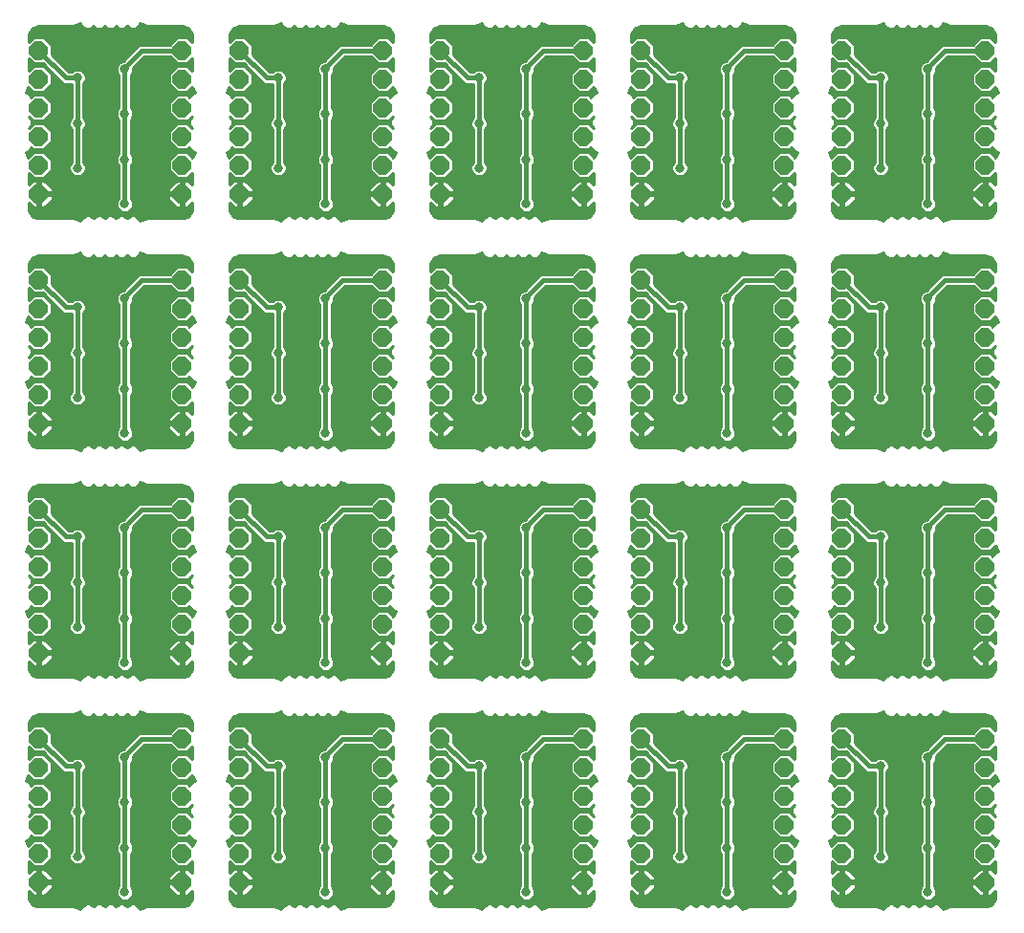
<source format=gbl>
G75*
G70*
%OFA0B0*%
%FSLAX24Y24*%
%IPPOS*%
%LPD*%
%AMOC8*
5,1,8,0,0,1.08239X$1,22.5*
%
%ADD10OC8,0.0640*%
%ADD11C,0.0318*%
%ADD12C,0.0160*%
%ADD13C,0.0100*%
D10*
X007652Y008156D03*
X007652Y009156D03*
X007652Y010156D03*
X007652Y011156D03*
X007652Y012156D03*
X007652Y013156D03*
X007652Y016156D03*
X007652Y017156D03*
X007652Y018156D03*
X007652Y019156D03*
X007652Y020156D03*
X007652Y021156D03*
X007652Y024156D03*
X007652Y025156D03*
X007652Y026156D03*
X007652Y027156D03*
X007652Y028156D03*
X007652Y029156D03*
X007652Y032156D03*
X007652Y033156D03*
X007652Y034156D03*
X007652Y035156D03*
X007652Y036156D03*
X007652Y037156D03*
X012652Y037156D03*
X012652Y036156D03*
X012652Y035156D03*
X012652Y034156D03*
X012652Y033156D03*
X012652Y032156D03*
X014652Y032156D03*
X014652Y033156D03*
X014652Y034156D03*
X014652Y035156D03*
X014652Y036156D03*
X014652Y037156D03*
X019652Y037156D03*
X019652Y036156D03*
X019652Y035156D03*
X019652Y034156D03*
X019652Y033156D03*
X019652Y032156D03*
X021652Y032156D03*
X021652Y033156D03*
X021652Y034156D03*
X021652Y035156D03*
X021652Y036156D03*
X021652Y037156D03*
X026652Y037156D03*
X026652Y036156D03*
X026652Y035156D03*
X026652Y034156D03*
X026652Y033156D03*
X026652Y032156D03*
X028652Y032156D03*
X028652Y033156D03*
X028652Y034156D03*
X028652Y035156D03*
X028652Y036156D03*
X028652Y037156D03*
X033652Y037156D03*
X033652Y036156D03*
X033652Y035156D03*
X033652Y034156D03*
X033652Y033156D03*
X033652Y032156D03*
X035652Y032156D03*
X035652Y033156D03*
X035652Y034156D03*
X035652Y035156D03*
X035652Y036156D03*
X035652Y037156D03*
X040652Y037156D03*
X040652Y036156D03*
X040652Y035156D03*
X040652Y034156D03*
X040652Y033156D03*
X040652Y032156D03*
X040652Y029156D03*
X040652Y028156D03*
X040652Y027156D03*
X040652Y026156D03*
X040652Y025156D03*
X040652Y024156D03*
X040652Y021156D03*
X040652Y020156D03*
X040652Y019156D03*
X040652Y018156D03*
X040652Y017156D03*
X040652Y016156D03*
X040652Y013156D03*
X040652Y012156D03*
X040652Y011156D03*
X040652Y010156D03*
X040652Y009156D03*
X040652Y008156D03*
X035652Y008156D03*
X035652Y009156D03*
X035652Y010156D03*
X035652Y011156D03*
X035652Y012156D03*
X035652Y013156D03*
X033652Y013156D03*
X033652Y012156D03*
X033652Y011156D03*
X033652Y010156D03*
X033652Y009156D03*
X033652Y008156D03*
X028652Y008156D03*
X028652Y009156D03*
X028652Y010156D03*
X028652Y011156D03*
X028652Y012156D03*
X028652Y013156D03*
X026652Y013156D03*
X026652Y012156D03*
X026652Y011156D03*
X026652Y010156D03*
X026652Y009156D03*
X026652Y008156D03*
X021652Y008156D03*
X021652Y009156D03*
X021652Y010156D03*
X021652Y011156D03*
X021652Y012156D03*
X021652Y013156D03*
X019652Y013156D03*
X019652Y012156D03*
X019652Y011156D03*
X019652Y010156D03*
X019652Y009156D03*
X019652Y008156D03*
X014652Y008156D03*
X014652Y009156D03*
X014652Y010156D03*
X014652Y011156D03*
X014652Y012156D03*
X014652Y013156D03*
X012652Y013156D03*
X012652Y012156D03*
X012652Y011156D03*
X012652Y010156D03*
X012652Y009156D03*
X012652Y008156D03*
X012652Y016156D03*
X012652Y017156D03*
X012652Y018156D03*
X012652Y019156D03*
X012652Y020156D03*
X012652Y021156D03*
X014652Y021156D03*
X014652Y020156D03*
X014652Y019156D03*
X014652Y018156D03*
X014652Y017156D03*
X014652Y016156D03*
X019652Y016156D03*
X019652Y017156D03*
X019652Y018156D03*
X019652Y019156D03*
X019652Y020156D03*
X019652Y021156D03*
X021652Y021156D03*
X021652Y020156D03*
X021652Y019156D03*
X021652Y018156D03*
X021652Y017156D03*
X021652Y016156D03*
X026652Y016156D03*
X026652Y017156D03*
X026652Y018156D03*
X026652Y019156D03*
X026652Y020156D03*
X026652Y021156D03*
X028652Y021156D03*
X028652Y020156D03*
X028652Y019156D03*
X028652Y018156D03*
X028652Y017156D03*
X028652Y016156D03*
X033652Y016156D03*
X033652Y017156D03*
X033652Y018156D03*
X033652Y019156D03*
X033652Y020156D03*
X033652Y021156D03*
X035652Y021156D03*
X035652Y020156D03*
X035652Y019156D03*
X035652Y018156D03*
X035652Y017156D03*
X035652Y016156D03*
X035652Y024156D03*
X035652Y025156D03*
X035652Y026156D03*
X035652Y027156D03*
X035652Y028156D03*
X035652Y029156D03*
X033652Y029156D03*
X033652Y028156D03*
X033652Y027156D03*
X033652Y026156D03*
X033652Y025156D03*
X033652Y024156D03*
X028652Y024156D03*
X028652Y025156D03*
X028652Y026156D03*
X028652Y027156D03*
X028652Y028156D03*
X028652Y029156D03*
X026652Y029156D03*
X026652Y028156D03*
X026652Y027156D03*
X026652Y026156D03*
X026652Y025156D03*
X026652Y024156D03*
X021652Y024156D03*
X021652Y025156D03*
X021652Y026156D03*
X021652Y027156D03*
X021652Y028156D03*
X021652Y029156D03*
X019652Y029156D03*
X019652Y028156D03*
X019652Y027156D03*
X019652Y026156D03*
X019652Y025156D03*
X019652Y024156D03*
X014652Y024156D03*
X014652Y025156D03*
X014652Y026156D03*
X014652Y027156D03*
X014652Y028156D03*
X014652Y029156D03*
X012652Y029156D03*
X012652Y028156D03*
X012652Y027156D03*
X012652Y026156D03*
X012652Y025156D03*
X012652Y024156D03*
D11*
X010652Y023806D03*
X010652Y025356D03*
X010652Y026956D03*
X010652Y028506D03*
X009002Y028206D03*
X009002Y026606D03*
X009002Y025056D03*
X010652Y020506D03*
X010652Y018956D03*
X010652Y017356D03*
X010652Y015806D03*
X009002Y017056D03*
X009002Y018606D03*
X009002Y020206D03*
X016002Y020206D03*
X016002Y018606D03*
X017652Y018956D03*
X017652Y017356D03*
X016002Y017056D03*
X017652Y015806D03*
X017652Y012506D03*
X017652Y010956D03*
X016002Y010606D03*
X016002Y012206D03*
X017652Y009356D03*
X017652Y007806D03*
X016002Y009056D03*
X010652Y009356D03*
X010652Y007806D03*
X009002Y009056D03*
X009002Y010606D03*
X009002Y012206D03*
X010652Y012506D03*
X010652Y010956D03*
X017652Y020506D03*
X017652Y023806D03*
X017652Y025356D03*
X016002Y025056D03*
X016002Y026606D03*
X017652Y026956D03*
X017652Y028506D03*
X016002Y028206D03*
X017652Y031806D03*
X017652Y033356D03*
X016002Y033056D03*
X016002Y034606D03*
X016002Y036206D03*
X017652Y036506D03*
X017652Y034956D03*
X023002Y034606D03*
X023002Y036206D03*
X024652Y036506D03*
X024652Y034956D03*
X024652Y033356D03*
X024652Y031806D03*
X023002Y033056D03*
X024652Y028506D03*
X024652Y026956D03*
X024652Y025356D03*
X024652Y023806D03*
X023002Y025056D03*
X023002Y026606D03*
X023002Y028206D03*
X030002Y028206D03*
X031652Y028506D03*
X031652Y026956D03*
X030002Y026606D03*
X030002Y025056D03*
X031652Y025356D03*
X031652Y023806D03*
X031652Y020506D03*
X030002Y020206D03*
X030002Y018606D03*
X031652Y018956D03*
X031652Y017356D03*
X030002Y017056D03*
X031652Y015806D03*
X031652Y012506D03*
X031652Y010956D03*
X030002Y010606D03*
X030002Y012206D03*
X031652Y009356D03*
X031652Y007806D03*
X030002Y009056D03*
X024652Y009356D03*
X024652Y007806D03*
X023002Y009056D03*
X023002Y010606D03*
X023002Y012206D03*
X024652Y012506D03*
X024652Y010956D03*
X024652Y015806D03*
X024652Y017356D03*
X024652Y018956D03*
X024652Y020506D03*
X023002Y020206D03*
X023002Y018606D03*
X023002Y017056D03*
X037002Y017056D03*
X037002Y018606D03*
X037002Y020206D03*
X038652Y020506D03*
X038652Y018956D03*
X038652Y017356D03*
X038652Y015806D03*
X038652Y012506D03*
X038652Y010956D03*
X038652Y009356D03*
X038652Y007806D03*
X037002Y009056D03*
X037002Y010606D03*
X037002Y012206D03*
X038652Y023806D03*
X038652Y025356D03*
X038652Y026956D03*
X038652Y028506D03*
X037002Y028206D03*
X037002Y026606D03*
X037002Y025056D03*
X038652Y031806D03*
X038652Y033356D03*
X038652Y034956D03*
X038652Y036506D03*
X037002Y036206D03*
X037002Y034606D03*
X037002Y033056D03*
X031652Y033356D03*
X031652Y031806D03*
X030002Y033056D03*
X030002Y034606D03*
X030002Y036206D03*
X031652Y036506D03*
X031652Y034956D03*
X010652Y034956D03*
X010652Y036506D03*
X009002Y036206D03*
X009002Y034606D03*
X009002Y033056D03*
X010652Y033356D03*
X010652Y031806D03*
D12*
X010652Y033356D01*
X010652Y034956D01*
X010652Y036506D01*
X010652Y036556D01*
X011252Y037156D01*
X012652Y037156D01*
X014652Y037156D02*
X015602Y036206D01*
X016002Y036206D01*
X016002Y034606D01*
X016002Y033056D01*
X017652Y033356D02*
X017652Y031806D01*
X017652Y033356D02*
X017652Y034956D01*
X017652Y036506D01*
X017652Y036556D01*
X018252Y037156D01*
X019652Y037156D01*
X021652Y037156D02*
X022602Y036206D01*
X023002Y036206D01*
X023002Y034606D01*
X023002Y033056D01*
X024652Y033356D02*
X024652Y031806D01*
X024652Y033356D02*
X024652Y034956D01*
X024652Y036506D01*
X024652Y036556D01*
X025252Y037156D01*
X026652Y037156D01*
X028652Y037156D02*
X029602Y036206D01*
X030002Y036206D01*
X030002Y034606D01*
X030002Y033056D01*
X031652Y033356D02*
X031652Y031806D01*
X031652Y033356D02*
X031652Y034956D01*
X031652Y036506D01*
X031652Y036556D01*
X032252Y037156D01*
X033652Y037156D01*
X035652Y037156D02*
X036602Y036206D01*
X037002Y036206D01*
X037002Y034606D01*
X037002Y033056D01*
X038652Y033356D02*
X038652Y031806D01*
X038652Y033356D02*
X038652Y034956D01*
X038652Y036506D01*
X038652Y036556D01*
X039252Y037156D01*
X040652Y037156D01*
X040652Y029156D02*
X039252Y029156D01*
X038652Y028556D01*
X038652Y028506D01*
X038652Y026956D01*
X038652Y025356D01*
X038652Y023806D01*
X037002Y025056D02*
X037002Y026606D01*
X037002Y028206D01*
X036602Y028206D01*
X035652Y029156D01*
X033652Y029156D02*
X032252Y029156D01*
X031652Y028556D01*
X031652Y028506D01*
X031652Y026956D01*
X031652Y025356D01*
X031652Y023806D01*
X030002Y025056D02*
X030002Y026606D01*
X030002Y028206D01*
X029602Y028206D01*
X028652Y029156D01*
X026652Y029156D02*
X025252Y029156D01*
X024652Y028556D01*
X024652Y028506D01*
X024652Y026956D01*
X024652Y025356D01*
X024652Y023806D01*
X023002Y025056D02*
X023002Y026606D01*
X023002Y028206D01*
X022602Y028206D01*
X021652Y029156D01*
X019652Y029156D02*
X018252Y029156D01*
X017652Y028556D01*
X017652Y028506D01*
X017652Y026956D01*
X017652Y025356D01*
X017652Y023806D01*
X016002Y025056D02*
X016002Y026606D01*
X016002Y028206D01*
X015602Y028206D01*
X014652Y029156D01*
X012652Y029156D02*
X011252Y029156D01*
X010652Y028556D01*
X010652Y028506D01*
X010652Y026956D01*
X010652Y025356D01*
X010652Y023806D01*
X009002Y025056D02*
X009002Y026606D01*
X009002Y028206D01*
X008602Y028206D01*
X007652Y029156D01*
X009002Y033056D02*
X009002Y034606D01*
X009002Y036206D01*
X008602Y036206D01*
X007652Y037156D01*
X007652Y021156D02*
X008602Y020206D01*
X009002Y020206D01*
X009002Y018606D01*
X009002Y017056D01*
X010652Y017356D02*
X010652Y018956D01*
X010652Y020506D01*
X010652Y020556D01*
X011252Y021156D01*
X012652Y021156D01*
X014652Y021156D02*
X015602Y020206D01*
X016002Y020206D01*
X016002Y018606D01*
X016002Y017056D01*
X017652Y017356D02*
X017652Y015806D01*
X017652Y017356D02*
X017652Y018956D01*
X017652Y020506D01*
X017652Y020556D01*
X018252Y021156D01*
X019652Y021156D01*
X021652Y021156D02*
X022602Y020206D01*
X023002Y020206D01*
X023002Y018606D01*
X023002Y017056D01*
X024652Y017356D02*
X024652Y018956D01*
X024652Y020506D01*
X024652Y020556D01*
X025252Y021156D01*
X026652Y021156D01*
X028652Y021156D02*
X029602Y020206D01*
X030002Y020206D01*
X030002Y018606D01*
X030002Y017056D01*
X031652Y017356D02*
X031652Y015806D01*
X031652Y017356D02*
X031652Y018956D01*
X031652Y020506D01*
X031652Y020556D01*
X032252Y021156D01*
X033652Y021156D01*
X035652Y021156D02*
X036602Y020206D01*
X037002Y020206D01*
X037002Y018606D01*
X037002Y017056D01*
X038652Y017356D02*
X038652Y018956D01*
X038652Y020506D01*
X038652Y020556D01*
X039252Y021156D01*
X040652Y021156D01*
X038652Y017356D02*
X038652Y015806D01*
X039252Y013156D02*
X040652Y013156D01*
X039252Y013156D02*
X038652Y012556D01*
X038652Y012506D01*
X038652Y010956D01*
X038652Y009356D01*
X038652Y007806D01*
X037002Y009056D02*
X037002Y010606D01*
X037002Y012206D01*
X036602Y012206D01*
X035652Y013156D01*
X033652Y013156D02*
X032252Y013156D01*
X031652Y012556D01*
X031652Y012506D01*
X031652Y010956D01*
X031652Y009356D01*
X031652Y007806D01*
X030002Y009056D02*
X030002Y010606D01*
X030002Y012206D01*
X029602Y012206D01*
X028652Y013156D01*
X026652Y013156D02*
X025252Y013156D01*
X024652Y012556D01*
X024652Y012506D01*
X024652Y010956D01*
X024652Y009356D01*
X024652Y007806D01*
X023002Y009056D02*
X023002Y010606D01*
X023002Y012206D01*
X022602Y012206D01*
X021652Y013156D01*
X019652Y013156D02*
X018252Y013156D01*
X017652Y012556D01*
X017652Y012506D01*
X017652Y010956D01*
X017652Y009356D01*
X017652Y007806D01*
X016002Y009056D02*
X016002Y010606D01*
X016002Y012206D01*
X015602Y012206D01*
X014652Y013156D01*
X012652Y013156D02*
X011252Y013156D01*
X010652Y012556D01*
X010652Y012506D01*
X010652Y010956D01*
X010652Y009356D01*
X010652Y007806D01*
X009002Y009056D02*
X009002Y010606D01*
X009002Y012206D01*
X008602Y012206D01*
X007652Y013156D01*
X010652Y015806D02*
X010652Y017356D01*
X024652Y017356D02*
X024652Y015806D01*
D13*
X012934Y007452D02*
X007371Y007452D01*
X007361Y007461D02*
X007309Y007588D01*
X007302Y007656D01*
X007302Y007718D01*
X007302Y007841D01*
X007458Y007686D01*
X007602Y007686D01*
X007602Y008106D01*
X007702Y008106D01*
X007702Y007686D01*
X007847Y007686D01*
X008122Y007961D01*
X008122Y008106D01*
X007703Y008106D01*
X007703Y008206D01*
X008122Y008206D01*
X008122Y008351D01*
X007847Y008626D01*
X007702Y008626D01*
X007702Y008206D01*
X007602Y008206D01*
X007602Y008626D01*
X007458Y008626D01*
X007302Y008470D01*
X007302Y008870D01*
X007466Y008706D01*
X007839Y008706D01*
X008102Y008969D01*
X008102Y009342D01*
X007839Y009606D01*
X007466Y009606D01*
X007286Y009426D01*
X007205Y009621D01*
X007293Y009658D01*
X007363Y009728D01*
X007387Y009785D01*
X007466Y009706D01*
X007839Y009706D01*
X008102Y009969D01*
X008102Y010342D01*
X007839Y010606D01*
X007466Y010606D01*
X007313Y010453D01*
X007307Y010459D01*
X007363Y010515D01*
X007401Y010606D01*
X007401Y010705D01*
X007363Y010797D01*
X007307Y010853D01*
X007313Y010859D01*
X007466Y010706D01*
X007839Y010706D01*
X008102Y010969D01*
X008102Y011342D01*
X007839Y011606D01*
X007466Y011606D01*
X007387Y011527D01*
X007363Y011584D01*
X007293Y011654D01*
X007205Y011691D01*
X007286Y011886D01*
X007286Y011886D01*
X007466Y011706D01*
X007839Y011706D01*
X008102Y011969D01*
X008102Y012342D01*
X007839Y012606D01*
X007466Y012606D01*
X007302Y012442D01*
X007302Y012870D01*
X007466Y012706D01*
X007805Y012706D01*
X008515Y011996D01*
X008689Y011996D01*
X008792Y011996D01*
X008792Y010805D01*
X008757Y010770D01*
X008713Y010663D01*
X008713Y010548D01*
X008757Y010442D01*
X008792Y010407D01*
X008792Y009255D01*
X008757Y009220D01*
X008713Y009113D01*
X008713Y008998D01*
X008757Y008892D01*
X008839Y008811D01*
X008945Y008767D01*
X009060Y008767D01*
X009166Y008811D01*
X009247Y008892D01*
X009291Y008998D01*
X009291Y009113D01*
X009247Y009220D01*
X009212Y009255D01*
X009212Y010407D01*
X009247Y010442D01*
X009291Y010548D01*
X009291Y010663D01*
X009247Y010770D01*
X009212Y010805D01*
X009212Y012007D01*
X009247Y012042D01*
X009291Y012148D01*
X009291Y012263D01*
X009247Y012370D01*
X009166Y012451D01*
X009060Y012495D01*
X008945Y012495D01*
X008839Y012451D01*
X008804Y012416D01*
X008689Y012416D01*
X008102Y013003D01*
X008102Y013342D01*
X007839Y013606D01*
X007466Y013606D01*
X007302Y013442D01*
X007302Y013656D01*
X007309Y013724D01*
X007361Y013850D01*
X007458Y013947D01*
X007584Y013999D01*
X007652Y014006D01*
X007715Y014006D01*
X008690Y014006D01*
X008739Y014006D01*
X008752Y014006D01*
X008786Y014006D01*
X008815Y014006D01*
X008882Y014006D01*
X009118Y014104D01*
X009154Y014015D01*
X009224Y013945D01*
X009316Y013907D01*
X009414Y013907D01*
X009506Y013945D01*
X009562Y014001D01*
X009618Y013945D01*
X009709Y013907D01*
X009808Y013907D01*
X009899Y013945D01*
X009956Y014001D01*
X010012Y013945D01*
X010103Y013907D01*
X010202Y013907D01*
X010293Y013945D01*
X010349Y014001D01*
X010405Y013945D01*
X010497Y013907D01*
X010596Y013907D01*
X010687Y013945D01*
X010743Y014001D01*
X010799Y013945D01*
X010890Y013907D01*
X010989Y013907D01*
X011081Y013945D01*
X011150Y014015D01*
X011187Y014104D01*
X011423Y014006D01*
X011423Y014006D01*
X011490Y014006D01*
X011614Y014006D01*
X011615Y014006D01*
X012590Y014006D01*
X012652Y014006D01*
X012721Y013999D01*
X012847Y013947D01*
X012943Y013850D01*
X012996Y013724D01*
X013002Y013656D01*
X013002Y013594D01*
X013002Y013442D01*
X012839Y013606D01*
X012466Y013606D01*
X012226Y013366D01*
X011165Y013366D01*
X011042Y013243D01*
X010594Y012794D01*
X010489Y012751D01*
X010407Y012670D01*
X010363Y012563D01*
X010363Y012448D01*
X010407Y012342D01*
X010442Y012307D01*
X010442Y011155D01*
X010407Y011120D01*
X010363Y011013D01*
X010363Y010898D01*
X010407Y010792D01*
X010442Y010757D01*
X010442Y009555D01*
X010407Y009520D01*
X010363Y009413D01*
X010363Y009298D01*
X010407Y009192D01*
X010442Y009157D01*
X010442Y008005D01*
X010407Y007970D01*
X010363Y007863D01*
X010363Y007748D01*
X010407Y007642D01*
X010489Y007561D01*
X010595Y007517D01*
X010710Y007517D01*
X010816Y007561D01*
X010897Y007642D01*
X010941Y007748D01*
X010941Y007863D01*
X010897Y007970D01*
X010862Y008005D01*
X010862Y009157D01*
X010897Y009192D01*
X010941Y009298D01*
X010941Y009413D01*
X010897Y009520D01*
X010862Y009555D01*
X010862Y010757D01*
X010897Y010792D01*
X010941Y010898D01*
X010941Y011013D01*
X010897Y011120D01*
X010862Y011155D01*
X010862Y012307D01*
X010897Y012342D01*
X010941Y012448D01*
X010941Y012548D01*
X011339Y012946D01*
X012226Y012946D01*
X012466Y012706D01*
X012839Y012706D01*
X013002Y012870D01*
X013002Y012442D01*
X012839Y012606D01*
X012466Y012606D01*
X012202Y012342D01*
X012202Y011969D01*
X012466Y011706D01*
X012839Y011706D01*
X013019Y011886D01*
X013019Y011886D01*
X013100Y011691D01*
X013012Y011654D01*
X012942Y011584D01*
X012918Y011527D01*
X012839Y011606D01*
X012466Y011606D01*
X012202Y011342D01*
X012202Y010969D01*
X012466Y010706D01*
X012839Y010706D01*
X012992Y010859D01*
X012998Y010853D01*
X012942Y010797D01*
X012904Y010705D01*
X012904Y010606D01*
X012942Y010515D01*
X012998Y010459D01*
X012992Y010453D01*
X012839Y010606D01*
X012466Y010606D01*
X012202Y010342D01*
X012202Y009969D01*
X012466Y009706D01*
X012839Y009706D01*
X012918Y009785D01*
X012942Y009728D01*
X013012Y009658D01*
X013100Y009621D01*
X013019Y009426D01*
X012839Y009606D01*
X012466Y009606D01*
X012202Y009342D01*
X012202Y008969D01*
X012466Y008706D01*
X012839Y008706D01*
X013002Y008870D01*
X013002Y008470D01*
X012847Y008626D01*
X012702Y008626D01*
X012702Y008206D01*
X012602Y008206D01*
X012602Y008106D01*
X012182Y008106D01*
X012182Y007961D01*
X012458Y007686D01*
X012602Y007686D01*
X012602Y008106D01*
X012702Y008106D01*
X012702Y007686D01*
X012847Y007686D01*
X013002Y007841D01*
X013002Y007718D01*
X013002Y007656D01*
X012996Y007588D01*
X012943Y007461D01*
X012847Y007365D01*
X012721Y007313D01*
X012652Y007306D01*
X012590Y007306D01*
X011615Y007306D01*
X011552Y007306D01*
X011423Y007306D01*
X011187Y007208D01*
X011150Y007297D01*
X011081Y007366D01*
X010989Y007404D01*
X010890Y007404D01*
X010799Y007366D01*
X010743Y007310D01*
X010687Y007366D01*
X010596Y007404D01*
X010497Y007404D01*
X010405Y007366D01*
X010349Y007310D01*
X010293Y007366D01*
X010202Y007404D01*
X010103Y007404D01*
X010012Y007366D01*
X009956Y007310D01*
X009899Y007366D01*
X009808Y007404D01*
X009709Y007404D01*
X009618Y007366D01*
X009562Y007310D01*
X009506Y007366D01*
X009414Y007404D01*
X009316Y007404D01*
X009224Y007366D01*
X009154Y007297D01*
X009118Y007208D01*
X008882Y007306D01*
X008815Y007306D01*
X007715Y007306D01*
X007652Y007306D01*
X007584Y007313D01*
X007458Y007365D01*
X007361Y007461D01*
X007325Y007550D02*
X010515Y007550D01*
X010405Y007649D02*
X007303Y007649D01*
X007302Y007747D02*
X007396Y007747D01*
X007602Y007747D02*
X007702Y007747D01*
X007702Y007846D02*
X007602Y007846D01*
X007602Y007944D02*
X007702Y007944D01*
X007702Y008043D02*
X007602Y008043D01*
X007703Y008141D02*
X010442Y008141D01*
X010442Y008043D02*
X008122Y008043D01*
X008105Y007944D02*
X010397Y007944D01*
X010363Y007846D02*
X008007Y007846D01*
X007908Y007747D02*
X010364Y007747D01*
X010392Y007353D02*
X010307Y007353D01*
X009998Y007353D02*
X009913Y007353D01*
X009605Y007353D02*
X009519Y007353D01*
X009211Y007353D02*
X007487Y007353D01*
X007602Y008240D02*
X007702Y008240D01*
X007702Y008338D02*
X007602Y008338D01*
X007602Y008437D02*
X007702Y008437D01*
X007702Y008536D02*
X007602Y008536D01*
X007367Y008536D02*
X007302Y008536D01*
X007302Y008634D02*
X010442Y008634D01*
X010442Y008536D02*
X007937Y008536D01*
X008036Y008437D02*
X010442Y008437D01*
X010442Y008338D02*
X008122Y008338D01*
X008122Y008240D02*
X010442Y008240D01*
X010862Y008240D02*
X012182Y008240D01*
X012182Y008206D02*
X012602Y008206D01*
X012602Y008626D01*
X012458Y008626D01*
X012182Y008351D01*
X012182Y008206D01*
X012182Y008338D02*
X010862Y008338D01*
X010862Y008437D02*
X012269Y008437D01*
X012367Y008536D02*
X010862Y008536D01*
X010862Y008634D02*
X013002Y008634D01*
X013002Y008536D02*
X012937Y008536D01*
X013002Y008733D02*
X012865Y008733D01*
X012964Y008831D02*
X013002Y008831D01*
X012702Y008536D02*
X012602Y008536D01*
X012602Y008437D02*
X012702Y008437D01*
X012702Y008338D02*
X012602Y008338D01*
X012602Y008240D02*
X012702Y008240D01*
X012602Y008141D02*
X010862Y008141D01*
X010862Y008043D02*
X012182Y008043D01*
X012199Y007944D02*
X010908Y007944D01*
X010941Y007846D02*
X012298Y007846D01*
X012396Y007747D02*
X010941Y007747D01*
X010900Y007649D02*
X013002Y007649D01*
X013002Y007747D02*
X012908Y007747D01*
X012702Y007747D02*
X012602Y007747D01*
X012602Y007846D02*
X012702Y007846D01*
X012702Y007944D02*
X012602Y007944D01*
X012602Y008043D02*
X012702Y008043D01*
X012980Y007550D02*
X010790Y007550D01*
X010786Y007353D02*
X010700Y007353D01*
X011094Y007353D02*
X012818Y007353D01*
X011423Y007306D02*
X011423Y007306D01*
X011299Y007254D02*
X011168Y007254D01*
X010862Y008733D02*
X012439Y008733D01*
X012341Y008831D02*
X010862Y008831D01*
X010862Y008930D02*
X012242Y008930D01*
X012202Y009028D02*
X010862Y009028D01*
X010862Y009127D02*
X012202Y009127D01*
X012202Y009225D02*
X010911Y009225D01*
X010941Y009324D02*
X012202Y009324D01*
X012283Y009422D02*
X010938Y009422D01*
X010896Y009521D02*
X012381Y009521D01*
X012454Y009718D02*
X010862Y009718D01*
X010862Y009619D02*
X013100Y009619D01*
X013059Y009521D02*
X012924Y009521D01*
X012952Y009718D02*
X012851Y009718D01*
X012355Y009817D02*
X010862Y009817D01*
X010862Y009915D02*
X012257Y009915D01*
X012202Y010014D02*
X010862Y010014D01*
X010862Y010112D02*
X012202Y010112D01*
X012202Y010211D02*
X010862Y010211D01*
X010862Y010309D02*
X012202Y010309D01*
X012268Y010408D02*
X010862Y010408D01*
X010862Y010506D02*
X012367Y010506D01*
X012465Y010605D02*
X010862Y010605D01*
X010862Y010703D02*
X012904Y010703D01*
X012905Y010605D02*
X012840Y010605D01*
X012938Y010506D02*
X012951Y010506D01*
X012935Y010802D02*
X012947Y010802D01*
X012370Y010802D02*
X010901Y010802D01*
X010941Y010901D02*
X012271Y010901D01*
X012202Y010999D02*
X010941Y010999D01*
X010906Y011098D02*
X012202Y011098D01*
X012202Y011196D02*
X010862Y011196D01*
X010862Y011295D02*
X012202Y011295D01*
X012253Y011393D02*
X010862Y011393D01*
X010862Y011492D02*
X012352Y011492D01*
X012451Y011590D02*
X010862Y011590D01*
X010862Y011689D02*
X013096Y011689D01*
X013060Y011787D02*
X012920Y011787D01*
X012948Y011590D02*
X012854Y011590D01*
X012384Y011787D02*
X010862Y011787D01*
X010862Y011886D02*
X012286Y011886D01*
X012202Y011985D02*
X010862Y011985D01*
X010862Y012083D02*
X012202Y012083D01*
X012202Y012182D02*
X010862Y012182D01*
X010862Y012280D02*
X012202Y012280D01*
X012239Y012379D02*
X010912Y012379D01*
X010941Y012477D02*
X012337Y012477D01*
X012436Y012576D02*
X010969Y012576D01*
X011068Y012674D02*
X013002Y012674D01*
X013002Y012576D02*
X012869Y012576D01*
X012967Y012477D02*
X013002Y012477D01*
X013002Y012773D02*
X012906Y012773D01*
X012399Y012773D02*
X011166Y012773D01*
X011265Y012871D02*
X012301Y012871D01*
X012323Y013463D02*
X007982Y013463D01*
X007883Y013561D02*
X012421Y013561D01*
X012883Y013561D02*
X013002Y013561D01*
X013002Y013463D02*
X012982Y013463D01*
X013002Y013660D02*
X007303Y013660D01*
X007302Y013561D02*
X007421Y013561D01*
X007323Y013463D02*
X007302Y013463D01*
X007323Y013758D02*
X012982Y013758D01*
X012937Y013857D02*
X007368Y013857D01*
X007478Y013955D02*
X009214Y013955D01*
X009138Y014054D02*
X008998Y014054D01*
X008882Y014006D02*
X008882Y014006D01*
X009516Y013955D02*
X009608Y013955D01*
X009910Y013955D02*
X010002Y013955D01*
X010303Y013955D02*
X010395Y013955D01*
X010697Y013955D02*
X010789Y013955D01*
X011091Y013955D02*
X012826Y013955D01*
X012721Y015313D02*
X012652Y015306D01*
X012590Y015306D01*
X011615Y015306D01*
X011552Y015306D01*
X011423Y015306D01*
X011187Y015208D01*
X011150Y015297D01*
X011081Y015366D01*
X010989Y015404D01*
X010890Y015404D01*
X010799Y015366D01*
X010743Y015310D01*
X010687Y015366D01*
X010596Y015404D01*
X010497Y015404D01*
X010405Y015366D01*
X010349Y015310D01*
X010293Y015366D01*
X010202Y015404D01*
X010103Y015404D01*
X010012Y015366D01*
X009956Y015310D01*
X009899Y015366D01*
X009808Y015404D01*
X009709Y015404D01*
X009618Y015366D01*
X009562Y015310D01*
X009506Y015366D01*
X009414Y015404D01*
X009316Y015404D01*
X009224Y015366D01*
X009154Y015297D01*
X009118Y015208D01*
X008882Y015306D01*
X008882Y015306D01*
X008752Y015306D01*
X008690Y015306D01*
X007715Y015306D01*
X007652Y015306D01*
X007584Y015313D01*
X007458Y015365D01*
X007361Y015461D01*
X007309Y015588D01*
X007302Y015656D01*
X007302Y015718D01*
X007302Y015841D01*
X007458Y015686D01*
X007602Y015686D01*
X007602Y016106D01*
X007702Y016106D01*
X007702Y015686D01*
X007847Y015686D01*
X008122Y015961D01*
X008122Y016106D01*
X007703Y016106D01*
X007703Y016206D01*
X008122Y016206D01*
X008122Y016351D01*
X007847Y016626D01*
X007702Y016626D01*
X007702Y016206D01*
X007602Y016206D01*
X007602Y016626D01*
X007458Y016626D01*
X007302Y016470D01*
X007302Y016870D01*
X007466Y016706D01*
X007839Y016706D01*
X008102Y016969D01*
X008102Y017342D01*
X007839Y017606D01*
X007466Y017606D01*
X007286Y017425D01*
X007205Y017621D01*
X007293Y017658D01*
X007363Y017728D01*
X007387Y017785D01*
X007466Y017706D01*
X007839Y017706D01*
X008102Y017969D01*
X008102Y018342D01*
X007839Y018606D01*
X007466Y018606D01*
X007313Y018453D01*
X007307Y018459D01*
X007363Y018515D01*
X007401Y018606D01*
X007401Y018705D01*
X007363Y018797D01*
X007307Y018853D01*
X007313Y018859D01*
X007466Y018706D01*
X007839Y018706D01*
X008102Y018969D01*
X008102Y019342D01*
X007839Y019606D01*
X007466Y019606D01*
X007387Y019527D01*
X007363Y019584D01*
X007293Y019654D01*
X007205Y019691D01*
X007286Y019886D01*
X007466Y019706D01*
X007839Y019706D01*
X008102Y019969D01*
X008102Y020342D01*
X007839Y020606D01*
X007466Y020606D01*
X007302Y020442D01*
X007302Y020870D01*
X007466Y020706D01*
X007805Y020706D01*
X008515Y019996D01*
X008689Y019996D01*
X008792Y019996D01*
X008792Y018805D01*
X008757Y018770D01*
X008713Y018663D01*
X008713Y018548D01*
X008757Y018442D01*
X008792Y018407D01*
X008792Y017255D01*
X008757Y017220D01*
X008713Y017113D01*
X008713Y016998D01*
X008757Y016892D01*
X008839Y016811D01*
X008945Y016767D01*
X009060Y016767D01*
X009166Y016811D01*
X009247Y016892D01*
X009291Y016998D01*
X009291Y017113D01*
X009247Y017220D01*
X009212Y017255D01*
X009212Y018407D01*
X009247Y018442D01*
X009291Y018548D01*
X009291Y018663D01*
X009247Y018770D01*
X009212Y018805D01*
X009212Y020007D01*
X009247Y020042D01*
X009291Y020148D01*
X009291Y020263D01*
X009247Y020370D01*
X009166Y020451D01*
X009060Y020495D01*
X008945Y020495D01*
X008839Y020451D01*
X008804Y020416D01*
X008689Y020416D01*
X008102Y021003D01*
X008102Y021342D01*
X007839Y021606D01*
X007466Y021606D01*
X007302Y021442D01*
X007302Y021594D01*
X007302Y021656D01*
X007309Y021724D01*
X007361Y021850D01*
X007458Y021947D01*
X007584Y021999D01*
X007652Y022006D01*
X007715Y022006D01*
X008690Y022006D01*
X008752Y022006D01*
X008882Y022006D01*
X009118Y022104D01*
X009154Y022015D01*
X009224Y021945D01*
X009316Y021907D01*
X009414Y021907D01*
X009506Y021945D01*
X009562Y022001D01*
X009618Y021945D01*
X009709Y021907D01*
X009808Y021907D01*
X009899Y021945D01*
X009956Y022001D01*
X010012Y021945D01*
X010103Y021907D01*
X010202Y021907D01*
X010293Y021945D01*
X010349Y022001D01*
X010405Y021945D01*
X010497Y021907D01*
X010596Y021907D01*
X010687Y021945D01*
X010743Y022001D01*
X010799Y021945D01*
X010890Y021907D01*
X010989Y021907D01*
X011081Y021945D01*
X011150Y022015D01*
X011187Y022104D01*
X011423Y022006D01*
X011423Y022006D01*
X011490Y022006D01*
X011614Y022006D01*
X011615Y022006D01*
X012590Y022006D01*
X012652Y022006D01*
X012721Y021999D01*
X012847Y021947D01*
X012943Y021850D01*
X012996Y021724D01*
X013002Y021656D01*
X013002Y021594D01*
X013002Y021442D01*
X012839Y021606D01*
X012466Y021606D01*
X012226Y021366D01*
X011165Y021366D01*
X011042Y021243D01*
X010594Y020794D01*
X010489Y020751D01*
X010407Y020670D01*
X010363Y020563D01*
X010363Y020448D01*
X010407Y020342D01*
X010442Y020307D01*
X010442Y019155D01*
X010407Y019120D01*
X010363Y019013D01*
X010363Y018898D01*
X010407Y018792D01*
X010442Y018757D01*
X010442Y017555D01*
X010407Y017520D01*
X010363Y017413D01*
X010363Y017298D01*
X010407Y017192D01*
X010442Y017157D01*
X010442Y016005D01*
X010407Y015970D01*
X010363Y015863D01*
X010363Y015748D01*
X010407Y015642D01*
X010489Y015561D01*
X010595Y015517D01*
X010710Y015517D01*
X010816Y015561D01*
X010897Y015642D01*
X010941Y015748D01*
X010941Y015863D01*
X010897Y015970D01*
X010862Y016005D01*
X010862Y017157D01*
X010897Y017192D01*
X010941Y017298D01*
X010941Y017413D01*
X010897Y017520D01*
X010862Y017555D01*
X010862Y018757D01*
X010897Y018792D01*
X010941Y018898D01*
X010941Y019013D01*
X010897Y019120D01*
X010862Y019155D01*
X010862Y020307D01*
X010897Y020342D01*
X010941Y020448D01*
X010941Y020548D01*
X011339Y020946D01*
X012226Y020946D01*
X012466Y020706D01*
X012839Y020706D01*
X013002Y020870D01*
X013002Y020442D01*
X012839Y020606D01*
X012466Y020606D01*
X012202Y020342D01*
X012202Y019969D01*
X012466Y019706D01*
X012839Y019706D01*
X013019Y019886D01*
X013100Y019691D01*
X013012Y019654D01*
X012942Y019584D01*
X012918Y019527D01*
X012839Y019606D01*
X012466Y019606D01*
X012202Y019342D01*
X012202Y018969D01*
X012466Y018706D01*
X012839Y018706D01*
X012992Y018859D01*
X012998Y018853D01*
X012942Y018797D01*
X012904Y018705D01*
X012904Y018606D01*
X012942Y018515D01*
X012998Y018459D01*
X012992Y018453D01*
X012839Y018606D01*
X012466Y018606D01*
X012202Y018342D01*
X012202Y017969D01*
X012466Y017706D01*
X012839Y017706D01*
X012918Y017785D01*
X012942Y017728D01*
X013012Y017658D01*
X013100Y017621D01*
X013019Y017426D01*
X012839Y017606D01*
X012466Y017606D01*
X012202Y017342D01*
X012202Y016969D01*
X012466Y016706D01*
X012839Y016706D01*
X013002Y016870D01*
X013002Y016470D01*
X012847Y016626D01*
X012702Y016626D01*
X012702Y016206D01*
X012602Y016206D01*
X012602Y016106D01*
X012182Y016106D01*
X012182Y015961D01*
X012458Y015686D01*
X012602Y015686D01*
X012602Y016106D01*
X012702Y016106D01*
X012702Y015686D01*
X012847Y015686D01*
X013002Y015841D01*
X013002Y015718D01*
X013002Y015656D01*
X012996Y015588D01*
X012943Y015461D01*
X012847Y015365D01*
X012721Y015313D01*
X012775Y015335D02*
X011112Y015335D01*
X011175Y015236D02*
X011256Y015236D01*
X011423Y015306D02*
X011423Y015306D01*
X010886Y015631D02*
X013000Y015631D01*
X013002Y015729D02*
X012890Y015729D01*
X012989Y015828D02*
X013002Y015828D01*
X012973Y015532D02*
X010746Y015532D01*
X010558Y015532D02*
X007332Y015532D01*
X007305Y015631D02*
X010419Y015631D01*
X010371Y015729D02*
X007890Y015729D01*
X007989Y015828D02*
X010363Y015828D01*
X010390Y015926D02*
X008087Y015926D01*
X008122Y016025D02*
X010442Y016025D01*
X010442Y016123D02*
X007703Y016123D01*
X007702Y016025D02*
X007602Y016025D01*
X007602Y015926D02*
X007702Y015926D01*
X007702Y015828D02*
X007602Y015828D01*
X007602Y015729D02*
X007702Y015729D01*
X007414Y015729D02*
X007302Y015729D01*
X007302Y015828D02*
X007316Y015828D01*
X007389Y015434D02*
X012916Y015434D01*
X012702Y015729D02*
X012602Y015729D01*
X012602Y015828D02*
X012702Y015828D01*
X012702Y015926D02*
X012602Y015926D01*
X012602Y016025D02*
X012702Y016025D01*
X012602Y016123D02*
X010862Y016123D01*
X010862Y016025D02*
X012182Y016025D01*
X012217Y015926D02*
X010915Y015926D01*
X010941Y015828D02*
X012316Y015828D01*
X012414Y015729D02*
X010933Y015729D01*
X010768Y015335D02*
X010718Y015335D01*
X010374Y015335D02*
X010325Y015335D01*
X009980Y015335D02*
X009931Y015335D01*
X009587Y015335D02*
X009537Y015335D01*
X009193Y015335D02*
X007530Y015335D01*
X007602Y016222D02*
X007702Y016222D01*
X007702Y016320D02*
X007602Y016320D01*
X007602Y016419D02*
X007702Y016419D01*
X007702Y016518D02*
X007602Y016518D01*
X007602Y016616D02*
X007702Y016616D01*
X007857Y016616D02*
X010442Y016616D01*
X010442Y016518D02*
X007955Y016518D01*
X008054Y016419D02*
X010442Y016419D01*
X010442Y016320D02*
X008122Y016320D01*
X008122Y016222D02*
X010442Y016222D01*
X010862Y016222D02*
X012182Y016222D01*
X012182Y016206D02*
X012602Y016206D01*
X012602Y016626D01*
X012458Y016626D01*
X012182Y016351D01*
X012182Y016206D01*
X012182Y016320D02*
X010862Y016320D01*
X010862Y016419D02*
X012251Y016419D01*
X012349Y016518D02*
X010862Y016518D01*
X010862Y016616D02*
X012448Y016616D01*
X012457Y016715D02*
X010862Y016715D01*
X010862Y016813D02*
X012359Y016813D01*
X012260Y016912D02*
X010862Y016912D01*
X010862Y017010D02*
X012202Y017010D01*
X012202Y017109D02*
X010862Y017109D01*
X010904Y017207D02*
X012202Y017207D01*
X012202Y017306D02*
X010941Y017306D01*
X010941Y017404D02*
X012265Y017404D01*
X012363Y017503D02*
X010904Y017503D01*
X010862Y017601D02*
X012462Y017601D01*
X012373Y017799D02*
X010862Y017799D01*
X010862Y017897D02*
X012275Y017897D01*
X012202Y017996D02*
X010862Y017996D01*
X010862Y018094D02*
X012202Y018094D01*
X012202Y018193D02*
X010862Y018193D01*
X010862Y018291D02*
X012202Y018291D01*
X012250Y018390D02*
X010862Y018390D01*
X010862Y018488D02*
X012349Y018488D01*
X012447Y018587D02*
X010862Y018587D01*
X010862Y018685D02*
X012904Y018685D01*
X012912Y018587D02*
X012858Y018587D01*
X012956Y018488D02*
X012969Y018488D01*
X012937Y018784D02*
X012917Y018784D01*
X012388Y018784D02*
X010889Y018784D01*
X010935Y018883D02*
X012289Y018883D01*
X012202Y018981D02*
X010941Y018981D01*
X010914Y019080D02*
X012202Y019080D01*
X012202Y019178D02*
X010862Y019178D01*
X010862Y019277D02*
X012202Y019277D01*
X012235Y019375D02*
X010862Y019375D01*
X010862Y019474D02*
X012334Y019474D01*
X012433Y019572D02*
X010862Y019572D01*
X010862Y019671D02*
X013053Y019671D01*
X013068Y019769D02*
X012902Y019769D01*
X013001Y019868D02*
X013027Y019868D01*
X012937Y019572D02*
X012872Y019572D01*
X012402Y019769D02*
X010862Y019769D01*
X010862Y019868D02*
X012304Y019868D01*
X012205Y019967D02*
X010862Y019967D01*
X010862Y020065D02*
X012202Y020065D01*
X012202Y020164D02*
X010862Y020164D01*
X010862Y020262D02*
X012202Y020262D01*
X012221Y020361D02*
X010905Y020361D01*
X010941Y020459D02*
X012319Y020459D01*
X012418Y020558D02*
X010951Y020558D01*
X011050Y020656D02*
X013002Y020656D01*
X013002Y020558D02*
X012887Y020558D01*
X012985Y020459D02*
X013002Y020459D01*
X013002Y020755D02*
X012888Y020755D01*
X012986Y020853D02*
X013002Y020853D01*
X013000Y021445D02*
X013002Y021445D01*
X013002Y021543D02*
X012901Y021543D01*
X013002Y021642D02*
X007302Y021642D01*
X007302Y021543D02*
X007403Y021543D01*
X007305Y021445D02*
X007302Y021445D01*
X007316Y021740D02*
X012989Y021740D01*
X012948Y021839D02*
X007357Y021839D01*
X007448Y021937D02*
X009243Y021937D01*
X009146Y022036D02*
X008954Y022036D01*
X008882Y022006D02*
X008882Y022006D01*
X009487Y021937D02*
X009637Y021937D01*
X009880Y021937D02*
X010031Y021937D01*
X010274Y021937D02*
X010424Y021937D01*
X010668Y021937D02*
X010818Y021937D01*
X011061Y021937D02*
X012856Y021937D01*
X012403Y021543D02*
X007901Y021543D01*
X008000Y021445D02*
X012305Y021445D01*
X012319Y020853D02*
X011247Y020853D01*
X011148Y020755D02*
X012417Y020755D01*
X011146Y021346D02*
X008099Y021346D01*
X008102Y021248D02*
X011047Y021248D01*
X010949Y021149D02*
X008102Y021149D01*
X008102Y021051D02*
X010850Y021051D01*
X010752Y020952D02*
X008153Y020952D01*
X008252Y020853D02*
X010653Y020853D01*
X010498Y020755D02*
X008350Y020755D01*
X008449Y020656D02*
X010402Y020656D01*
X010363Y020558D02*
X008547Y020558D01*
X008646Y020459D02*
X008859Y020459D01*
X009146Y020459D02*
X010363Y020459D01*
X010400Y020361D02*
X009251Y020361D01*
X009291Y020262D02*
X010442Y020262D01*
X010442Y020164D02*
X009291Y020164D01*
X009257Y020065D02*
X010442Y020065D01*
X010442Y019967D02*
X009212Y019967D01*
X009212Y019868D02*
X010442Y019868D01*
X010442Y019769D02*
X009212Y019769D01*
X009212Y019671D02*
X010442Y019671D01*
X010442Y019572D02*
X009212Y019572D01*
X009212Y019474D02*
X010442Y019474D01*
X010442Y019375D02*
X009212Y019375D01*
X009212Y019277D02*
X010442Y019277D01*
X010442Y019178D02*
X009212Y019178D01*
X009212Y019080D02*
X010391Y019080D01*
X010363Y018981D02*
X009212Y018981D01*
X009212Y018883D02*
X010370Y018883D01*
X010416Y018784D02*
X009233Y018784D01*
X009282Y018685D02*
X010442Y018685D01*
X010442Y018587D02*
X009291Y018587D01*
X009266Y018488D02*
X010442Y018488D01*
X010442Y018390D02*
X009212Y018390D01*
X009212Y018291D02*
X010442Y018291D01*
X010442Y018193D02*
X009212Y018193D01*
X009212Y018094D02*
X010442Y018094D01*
X010442Y017996D02*
X009212Y017996D01*
X009212Y017897D02*
X010442Y017897D01*
X010442Y017799D02*
X009212Y017799D01*
X009212Y017700D02*
X010442Y017700D01*
X010442Y017601D02*
X009212Y017601D01*
X009212Y017503D02*
X010401Y017503D01*
X010363Y017404D02*
X009212Y017404D01*
X009212Y017306D02*
X010363Y017306D01*
X010401Y017207D02*
X009252Y017207D01*
X009291Y017109D02*
X010442Y017109D01*
X010442Y017010D02*
X009291Y017010D01*
X009255Y016912D02*
X010442Y016912D01*
X010442Y016813D02*
X009168Y016813D01*
X008836Y016813D02*
X007946Y016813D01*
X007848Y016715D02*
X010442Y016715D01*
X010862Y017700D02*
X012970Y017700D01*
X013092Y017601D02*
X012843Y017601D01*
X012942Y017503D02*
X013051Y017503D01*
X013002Y016813D02*
X012946Y016813D01*
X013002Y016715D02*
X012847Y016715D01*
X012857Y016616D02*
X013002Y016616D01*
X013002Y016518D02*
X012955Y016518D01*
X012702Y016518D02*
X012602Y016518D01*
X012602Y016616D02*
X012702Y016616D01*
X012702Y016419D02*
X012602Y016419D01*
X012602Y016320D02*
X012702Y016320D01*
X012702Y016222D02*
X012602Y016222D01*
X014302Y016470D02*
X014302Y016870D01*
X014466Y016706D01*
X014839Y016706D01*
X015102Y016969D01*
X015102Y017342D01*
X014839Y017606D01*
X014466Y017606D01*
X014286Y017426D01*
X014205Y017621D01*
X014293Y017658D01*
X014363Y017728D01*
X014387Y017785D01*
X014466Y017706D01*
X014839Y017706D01*
X015102Y017969D01*
X015102Y018342D01*
X014839Y018606D01*
X014466Y018606D01*
X014313Y018453D01*
X014307Y018459D01*
X014363Y018515D01*
X014401Y018606D01*
X014401Y018705D01*
X014363Y018797D01*
X014307Y018853D01*
X014313Y018859D01*
X014466Y018706D01*
X014839Y018706D01*
X015102Y018969D01*
X015102Y019342D01*
X014839Y019606D01*
X014466Y019606D01*
X014387Y019527D01*
X014363Y019584D01*
X014293Y019654D01*
X014205Y019691D01*
X014286Y019886D01*
X014466Y019706D01*
X014839Y019706D01*
X015102Y019969D01*
X015102Y020342D01*
X014839Y020606D01*
X014466Y020606D01*
X014302Y020442D01*
X014302Y020870D01*
X014466Y020706D01*
X014805Y020706D01*
X015515Y019996D01*
X015689Y019996D01*
X015792Y019996D01*
X015792Y018805D01*
X015757Y018770D01*
X015713Y018663D01*
X015713Y018548D01*
X015757Y018442D01*
X015792Y018407D01*
X015792Y017255D01*
X015757Y017220D01*
X015713Y017113D01*
X015713Y016998D01*
X015757Y016892D01*
X015839Y016811D01*
X015945Y016767D01*
X016060Y016767D01*
X016166Y016811D01*
X016247Y016892D01*
X016291Y016998D01*
X016291Y017113D01*
X016247Y017220D01*
X016212Y017255D01*
X016212Y018407D01*
X016247Y018442D01*
X016291Y018548D01*
X016291Y018663D01*
X016247Y018770D01*
X016212Y018805D01*
X016212Y020007D01*
X016247Y020042D01*
X016291Y020148D01*
X016291Y020263D01*
X016247Y020370D01*
X016166Y020451D01*
X016060Y020495D01*
X015945Y020495D01*
X015839Y020451D01*
X015804Y020416D01*
X015689Y020416D01*
X015102Y021003D01*
X015102Y021342D01*
X014839Y021606D01*
X014466Y021606D01*
X014302Y021442D01*
X014302Y021656D01*
X014309Y021724D01*
X014361Y021850D01*
X014458Y021947D01*
X014584Y021999D01*
X014652Y022006D01*
X015690Y022006D01*
X015713Y022006D01*
X015815Y022006D01*
X015882Y022006D01*
X016118Y022104D01*
X016154Y022015D01*
X016224Y021945D01*
X016316Y021907D01*
X016414Y021907D01*
X016506Y021945D01*
X016562Y022001D01*
X016618Y021945D01*
X016709Y021907D01*
X016808Y021907D01*
X016899Y021945D01*
X016956Y022001D01*
X017012Y021945D01*
X017103Y021907D01*
X017202Y021907D01*
X017293Y021945D01*
X017349Y022001D01*
X017405Y021945D01*
X017497Y021907D01*
X017596Y021907D01*
X017687Y021945D01*
X017743Y022001D01*
X017799Y021945D01*
X017890Y021907D01*
X017989Y021907D01*
X018081Y021945D01*
X018150Y022015D01*
X018187Y022104D01*
X018423Y022006D01*
X018423Y022006D01*
X018490Y022006D01*
X018614Y022006D01*
X018615Y022006D01*
X019652Y022006D01*
X019721Y021999D01*
X019847Y021947D01*
X019943Y021850D01*
X019996Y021724D01*
X020002Y021656D01*
X020002Y021594D01*
X020002Y021442D01*
X019839Y021606D01*
X019466Y021606D01*
X019226Y021366D01*
X018165Y021366D01*
X018042Y021243D01*
X017594Y020794D01*
X017489Y020751D01*
X017407Y020670D01*
X017363Y020563D01*
X017363Y020448D01*
X017407Y020342D01*
X017442Y020307D01*
X017442Y019155D01*
X017407Y019120D01*
X017363Y019013D01*
X017363Y018898D01*
X017407Y018792D01*
X017442Y018757D01*
X017442Y017555D01*
X017407Y017520D01*
X017363Y017413D01*
X017363Y017298D01*
X017407Y017192D01*
X017442Y017157D01*
X017442Y016005D01*
X017407Y015970D01*
X017363Y015863D01*
X017363Y015748D01*
X017407Y015642D01*
X017489Y015561D01*
X017595Y015517D01*
X017710Y015517D01*
X017816Y015561D01*
X017897Y015642D01*
X017941Y015748D01*
X017941Y015863D01*
X017897Y015970D01*
X017862Y016005D01*
X017862Y017157D01*
X017897Y017192D01*
X017941Y017298D01*
X017941Y017413D01*
X017897Y017520D01*
X017862Y017555D01*
X017862Y018757D01*
X017897Y018792D01*
X017941Y018898D01*
X017941Y019013D01*
X017897Y019120D01*
X017862Y019155D01*
X017862Y020307D01*
X017897Y020342D01*
X017941Y020448D01*
X017941Y020548D01*
X018339Y020946D01*
X019226Y020946D01*
X019466Y020706D01*
X019839Y020706D01*
X020002Y020870D01*
X020002Y020442D01*
X019839Y020606D01*
X019466Y020606D01*
X019202Y020342D01*
X019202Y019969D01*
X019466Y019706D01*
X019839Y019706D01*
X020019Y019886D01*
X020100Y019691D01*
X020012Y019654D01*
X019942Y019584D01*
X019918Y019527D01*
X019839Y019606D01*
X019466Y019606D01*
X019202Y019342D01*
X019202Y018969D01*
X019466Y018706D01*
X019839Y018706D01*
X019992Y018859D01*
X019998Y018853D01*
X019942Y018797D01*
X019904Y018705D01*
X019904Y018606D01*
X019942Y018515D01*
X019998Y018459D01*
X019992Y018453D01*
X019839Y018606D01*
X019466Y018606D01*
X019202Y018342D01*
X019202Y017969D01*
X019466Y017706D01*
X019839Y017706D01*
X019918Y017785D01*
X019942Y017728D01*
X020012Y017658D01*
X020100Y017621D01*
X020019Y017426D01*
X019839Y017606D01*
X019466Y017606D01*
X019202Y017342D01*
X019202Y016969D01*
X019466Y016706D01*
X019839Y016706D01*
X020002Y016870D01*
X020002Y016470D01*
X019847Y016626D01*
X019702Y016626D01*
X019702Y016206D01*
X019602Y016206D01*
X019602Y016106D01*
X019182Y016106D01*
X019182Y015961D01*
X019458Y015686D01*
X019602Y015686D01*
X019602Y016106D01*
X019702Y016106D01*
X019702Y015686D01*
X019847Y015686D01*
X020002Y015841D01*
X020002Y015718D01*
X020002Y015656D01*
X019996Y015588D01*
X019943Y015461D01*
X019847Y015365D01*
X019721Y015313D01*
X019652Y015306D01*
X019590Y015306D01*
X018615Y015306D01*
X018552Y015306D01*
X018423Y015306D01*
X018187Y015208D01*
X018150Y015297D01*
X018081Y015366D01*
X017989Y015404D01*
X017890Y015404D01*
X017799Y015366D01*
X017743Y015310D01*
X017687Y015366D01*
X017596Y015404D01*
X017497Y015404D01*
X017405Y015366D01*
X017349Y015310D01*
X017293Y015366D01*
X017202Y015404D01*
X017103Y015404D01*
X017012Y015366D01*
X016956Y015310D01*
X016899Y015366D01*
X016808Y015404D01*
X016709Y015404D01*
X016618Y015366D01*
X016562Y015310D01*
X016506Y015366D01*
X016414Y015404D01*
X016316Y015404D01*
X016224Y015366D01*
X016154Y015297D01*
X016118Y015208D01*
X015882Y015306D01*
X015882Y015306D01*
X015815Y015306D01*
X014715Y015306D01*
X014652Y015306D01*
X014584Y015313D01*
X014458Y015365D01*
X014361Y015461D01*
X014309Y015588D01*
X014302Y015656D01*
X014302Y015681D01*
X014302Y015718D01*
X014302Y015841D01*
X014458Y015686D01*
X014602Y015686D01*
X014602Y016106D01*
X014702Y016106D01*
X014702Y015686D01*
X014847Y015686D01*
X015122Y015961D01*
X015122Y016106D01*
X014703Y016106D01*
X014703Y016206D01*
X015122Y016206D01*
X015122Y016351D01*
X014847Y016626D01*
X014702Y016626D01*
X014702Y016206D01*
X014602Y016206D01*
X014602Y016626D01*
X014458Y016626D01*
X014302Y016470D01*
X014302Y016518D02*
X014349Y016518D01*
X014302Y016616D02*
X014448Y016616D01*
X014457Y016715D02*
X014302Y016715D01*
X014302Y016813D02*
X014359Y016813D01*
X014602Y016616D02*
X014702Y016616D01*
X014702Y016518D02*
X014602Y016518D01*
X014602Y016419D02*
X014702Y016419D01*
X014702Y016320D02*
X014602Y016320D01*
X014602Y016222D02*
X014702Y016222D01*
X014703Y016123D02*
X017442Y016123D01*
X017442Y016025D02*
X015122Y016025D01*
X015087Y015926D02*
X017390Y015926D01*
X017363Y015828D02*
X014989Y015828D01*
X014890Y015729D02*
X017371Y015729D01*
X017419Y015631D02*
X014305Y015631D01*
X014302Y015729D02*
X014414Y015729D01*
X014316Y015828D02*
X014302Y015828D01*
X014332Y015532D02*
X017558Y015532D01*
X017746Y015532D02*
X019973Y015532D01*
X020000Y015631D02*
X017886Y015631D01*
X017933Y015729D02*
X019414Y015729D01*
X019316Y015828D02*
X017941Y015828D01*
X017915Y015926D02*
X019217Y015926D01*
X019182Y016025D02*
X017862Y016025D01*
X017862Y016123D02*
X019602Y016123D01*
X019602Y016206D02*
X019182Y016206D01*
X019182Y016351D01*
X019458Y016626D01*
X019602Y016626D01*
X019602Y016206D01*
X019602Y016222D02*
X019702Y016222D01*
X019702Y016320D02*
X019602Y016320D01*
X019602Y016419D02*
X019702Y016419D01*
X019702Y016518D02*
X019602Y016518D01*
X019602Y016616D02*
X019702Y016616D01*
X019857Y016616D02*
X020002Y016616D01*
X020002Y016518D02*
X019955Y016518D01*
X020002Y016715D02*
X019847Y016715D01*
X019946Y016813D02*
X020002Y016813D01*
X019457Y016715D02*
X017862Y016715D01*
X017862Y016813D02*
X019359Y016813D01*
X019260Y016912D02*
X017862Y016912D01*
X017862Y017010D02*
X019202Y017010D01*
X019202Y017109D02*
X017862Y017109D01*
X017904Y017207D02*
X019202Y017207D01*
X019202Y017306D02*
X017941Y017306D01*
X017941Y017404D02*
X019265Y017404D01*
X019363Y017503D02*
X017904Y017503D01*
X017862Y017601D02*
X019462Y017601D01*
X019373Y017799D02*
X017862Y017799D01*
X017862Y017897D02*
X019275Y017897D01*
X019202Y017996D02*
X017862Y017996D01*
X017862Y018094D02*
X019202Y018094D01*
X019202Y018193D02*
X017862Y018193D01*
X017862Y018291D02*
X019202Y018291D01*
X019250Y018390D02*
X017862Y018390D01*
X017862Y018488D02*
X019349Y018488D01*
X019447Y018587D02*
X017862Y018587D01*
X017862Y018685D02*
X019904Y018685D01*
X019912Y018587D02*
X019858Y018587D01*
X019956Y018488D02*
X019969Y018488D01*
X019937Y018784D02*
X019917Y018784D01*
X019388Y018784D02*
X017889Y018784D01*
X017935Y018883D02*
X019289Y018883D01*
X019202Y018981D02*
X017941Y018981D01*
X017914Y019080D02*
X019202Y019080D01*
X019202Y019178D02*
X017862Y019178D01*
X017862Y019277D02*
X019202Y019277D01*
X019235Y019375D02*
X017862Y019375D01*
X017862Y019474D02*
X019334Y019474D01*
X019433Y019572D02*
X017862Y019572D01*
X017862Y019671D02*
X020053Y019671D01*
X020068Y019769D02*
X019902Y019769D01*
X020001Y019868D02*
X020027Y019868D01*
X019937Y019572D02*
X019872Y019572D01*
X019402Y019769D02*
X017862Y019769D01*
X017862Y019868D02*
X019304Y019868D01*
X019205Y019967D02*
X017862Y019967D01*
X017862Y020065D02*
X019202Y020065D01*
X019202Y020164D02*
X017862Y020164D01*
X017862Y020262D02*
X019202Y020262D01*
X019221Y020361D02*
X017905Y020361D01*
X017941Y020459D02*
X019319Y020459D01*
X019418Y020558D02*
X017951Y020558D01*
X018050Y020656D02*
X020002Y020656D01*
X020002Y020558D02*
X019887Y020558D01*
X019985Y020459D02*
X020002Y020459D01*
X020002Y020755D02*
X019888Y020755D01*
X019986Y020853D02*
X020002Y020853D01*
X020000Y021445D02*
X020002Y021445D01*
X020002Y021543D02*
X019901Y021543D01*
X020002Y021642D02*
X014302Y021642D01*
X014302Y021543D02*
X014403Y021543D01*
X014305Y021445D02*
X014302Y021445D01*
X014316Y021740D02*
X019989Y021740D01*
X019948Y021839D02*
X014357Y021839D01*
X014448Y021937D02*
X016243Y021937D01*
X016146Y022036D02*
X015954Y022036D01*
X015882Y022006D02*
X015882Y022006D01*
X015099Y021346D02*
X018146Y021346D01*
X018047Y021248D02*
X015102Y021248D01*
X015102Y021149D02*
X017949Y021149D01*
X017850Y021051D02*
X015102Y021051D01*
X015153Y020952D02*
X017752Y020952D01*
X017653Y020853D02*
X015252Y020853D01*
X015350Y020755D02*
X017498Y020755D01*
X017402Y020656D02*
X015449Y020656D01*
X015547Y020558D02*
X017363Y020558D01*
X017363Y020459D02*
X016146Y020459D01*
X016251Y020361D02*
X017400Y020361D01*
X017442Y020262D02*
X016291Y020262D01*
X016291Y020164D02*
X017442Y020164D01*
X017442Y020065D02*
X016257Y020065D01*
X016212Y019967D02*
X017442Y019967D01*
X017442Y019868D02*
X016212Y019868D01*
X016212Y019769D02*
X017442Y019769D01*
X017442Y019671D02*
X016212Y019671D01*
X016212Y019572D02*
X017442Y019572D01*
X017442Y019474D02*
X016212Y019474D01*
X016212Y019375D02*
X017442Y019375D01*
X017442Y019277D02*
X016212Y019277D01*
X016212Y019178D02*
X017442Y019178D01*
X017391Y019080D02*
X016212Y019080D01*
X016212Y018981D02*
X017363Y018981D01*
X017370Y018883D02*
X016212Y018883D01*
X016233Y018784D02*
X017416Y018784D01*
X017442Y018685D02*
X016282Y018685D01*
X016291Y018587D02*
X017442Y018587D01*
X017442Y018488D02*
X016266Y018488D01*
X016212Y018390D02*
X017442Y018390D01*
X017442Y018291D02*
X016212Y018291D01*
X016212Y018193D02*
X017442Y018193D01*
X017442Y018094D02*
X016212Y018094D01*
X016212Y017996D02*
X017442Y017996D01*
X017442Y017897D02*
X016212Y017897D01*
X016212Y017799D02*
X017442Y017799D01*
X017442Y017700D02*
X016212Y017700D01*
X016212Y017601D02*
X017442Y017601D01*
X017401Y017503D02*
X016212Y017503D01*
X016212Y017404D02*
X017363Y017404D01*
X017363Y017306D02*
X016212Y017306D01*
X016252Y017207D02*
X017401Y017207D01*
X017442Y017109D02*
X016291Y017109D01*
X016291Y017010D02*
X017442Y017010D01*
X017442Y016912D02*
X016255Y016912D01*
X016168Y016813D02*
X017442Y016813D01*
X017442Y016715D02*
X014848Y016715D01*
X014857Y016616D02*
X017442Y016616D01*
X017442Y016518D02*
X014955Y016518D01*
X015054Y016419D02*
X017442Y016419D01*
X017442Y016320D02*
X015122Y016320D01*
X015122Y016222D02*
X017442Y016222D01*
X017862Y016222D02*
X019182Y016222D01*
X019182Y016320D02*
X017862Y016320D01*
X017862Y016419D02*
X019251Y016419D01*
X019349Y016518D02*
X017862Y016518D01*
X017862Y016616D02*
X019448Y016616D01*
X019602Y016025D02*
X019702Y016025D01*
X019702Y015926D02*
X019602Y015926D01*
X019602Y015828D02*
X019702Y015828D01*
X019702Y015729D02*
X019602Y015729D01*
X019890Y015729D02*
X020002Y015729D01*
X019989Y015828D02*
X020002Y015828D01*
X019916Y015434D02*
X014389Y015434D01*
X014530Y015335D02*
X016193Y015335D01*
X016130Y015236D02*
X016049Y015236D01*
X016537Y015335D02*
X016587Y015335D01*
X016931Y015335D02*
X016980Y015335D01*
X017325Y015335D02*
X017374Y015335D01*
X017718Y015335D02*
X017768Y015335D01*
X018112Y015335D02*
X019775Y015335D01*
X018423Y015306D02*
X018423Y015306D01*
X018256Y015236D02*
X018175Y015236D01*
X018187Y014104D02*
X018423Y014006D01*
X018423Y014006D01*
X018490Y014006D01*
X018614Y014006D01*
X018615Y014006D01*
X019652Y014006D01*
X019721Y013999D01*
X019847Y013947D01*
X019943Y013850D01*
X019996Y013724D01*
X020002Y013656D01*
X020002Y013594D01*
X020002Y013442D01*
X019839Y013606D01*
X019466Y013606D01*
X019226Y013366D01*
X018165Y013366D01*
X018042Y013243D01*
X017594Y012794D01*
X017489Y012751D01*
X017407Y012670D01*
X017363Y012563D01*
X017363Y012448D01*
X017407Y012342D01*
X017442Y012307D01*
X017442Y011155D01*
X017407Y011120D01*
X017363Y011013D01*
X017363Y010898D01*
X017407Y010792D01*
X017442Y010757D01*
X017442Y009555D01*
X017407Y009520D01*
X017363Y009413D01*
X017363Y009298D01*
X017407Y009192D01*
X017442Y009157D01*
X017442Y008005D01*
X017407Y007970D01*
X017363Y007863D01*
X017363Y007748D01*
X017407Y007642D01*
X017489Y007561D01*
X017595Y007517D01*
X017710Y007517D01*
X017816Y007561D01*
X017897Y007642D01*
X017941Y007748D01*
X017941Y007863D01*
X017897Y007970D01*
X017862Y008005D01*
X017862Y009157D01*
X017897Y009192D01*
X017941Y009298D01*
X017941Y009413D01*
X017897Y009520D01*
X017862Y009555D01*
X017862Y010757D01*
X017897Y010792D01*
X017941Y010898D01*
X017941Y011013D01*
X017897Y011120D01*
X017862Y011155D01*
X017862Y012307D01*
X017897Y012342D01*
X017941Y012448D01*
X017941Y012548D01*
X018339Y012946D01*
X019226Y012946D01*
X019466Y012706D01*
X019839Y012706D01*
X020002Y012870D01*
X020002Y012442D01*
X019839Y012606D01*
X019466Y012606D01*
X019202Y012342D01*
X019202Y011969D01*
X019466Y011706D01*
X019839Y011706D01*
X020019Y011886D01*
X020019Y011886D01*
X020100Y011691D01*
X020012Y011654D01*
X019942Y011584D01*
X019918Y011527D01*
X019839Y011606D01*
X019466Y011606D01*
X019202Y011342D01*
X019202Y010969D01*
X019466Y010706D01*
X019839Y010706D01*
X019992Y010859D01*
X019998Y010853D01*
X019942Y010797D01*
X019904Y010705D01*
X019904Y010606D01*
X019942Y010515D01*
X019998Y010459D01*
X019992Y010453D01*
X019839Y010606D01*
X019466Y010606D01*
X019202Y010342D01*
X019202Y009969D01*
X019466Y009706D01*
X019839Y009706D01*
X019918Y009785D01*
X019942Y009728D01*
X020012Y009658D01*
X020100Y009621D01*
X020019Y009426D01*
X019839Y009606D01*
X019466Y009606D01*
X019202Y009342D01*
X019202Y008969D01*
X019466Y008706D01*
X019839Y008706D01*
X020002Y008870D01*
X020002Y008470D01*
X019847Y008626D01*
X019702Y008626D01*
X019702Y008206D01*
X019602Y008206D01*
X019602Y008106D01*
X019182Y008106D01*
X019182Y007961D01*
X019458Y007686D01*
X019602Y007686D01*
X019602Y008106D01*
X019702Y008106D01*
X019702Y007686D01*
X019847Y007686D01*
X020002Y007841D01*
X020002Y007718D01*
X020002Y007656D01*
X019996Y007588D01*
X019943Y007461D01*
X019847Y007365D01*
X019721Y007313D01*
X019652Y007306D01*
X019590Y007306D01*
X018490Y007306D01*
X018423Y007306D01*
X018187Y007208D01*
X018150Y007297D01*
X018081Y007366D01*
X017989Y007404D01*
X017890Y007404D01*
X017799Y007366D01*
X017743Y007310D01*
X017687Y007366D01*
X017596Y007404D01*
X017497Y007404D01*
X017405Y007366D01*
X017349Y007310D01*
X017293Y007366D01*
X017202Y007404D01*
X017103Y007404D01*
X017012Y007366D01*
X016956Y007310D01*
X016899Y007366D01*
X016808Y007404D01*
X016709Y007404D01*
X016618Y007366D01*
X016562Y007310D01*
X016506Y007366D01*
X016414Y007404D01*
X016316Y007404D01*
X016224Y007366D01*
X016154Y007297D01*
X016118Y007208D01*
X015882Y007306D01*
X015882Y007306D01*
X015815Y007306D01*
X014715Y007306D01*
X014652Y007306D01*
X014584Y007313D01*
X014458Y007365D01*
X014361Y007461D01*
X014309Y007588D01*
X014302Y007656D01*
X014302Y007687D01*
X014302Y007718D01*
X014302Y007841D01*
X014458Y007686D01*
X014602Y007686D01*
X014602Y008106D01*
X014702Y008106D01*
X014702Y007686D01*
X014847Y007686D01*
X015122Y007961D01*
X015122Y008106D01*
X014703Y008106D01*
X014703Y008206D01*
X015122Y008206D01*
X015122Y008351D01*
X014847Y008626D01*
X014702Y008626D01*
X014702Y008206D01*
X014602Y008206D01*
X014602Y008626D01*
X014458Y008626D01*
X014302Y008470D01*
X014302Y008870D01*
X014466Y008706D01*
X014839Y008706D01*
X015102Y008969D01*
X015102Y009342D01*
X014839Y009606D01*
X014466Y009606D01*
X014286Y009426D01*
X014205Y009621D01*
X014293Y009658D01*
X014363Y009728D01*
X014387Y009785D01*
X014466Y009706D01*
X014839Y009706D01*
X015102Y009969D01*
X015102Y010342D01*
X014839Y010606D01*
X014466Y010606D01*
X014313Y010453D01*
X014307Y010459D01*
X014363Y010515D01*
X014401Y010606D01*
X014401Y010705D01*
X014363Y010797D01*
X014307Y010853D01*
X014313Y010859D01*
X014466Y010706D01*
X014839Y010706D01*
X015102Y010969D01*
X015102Y011342D01*
X014839Y011606D01*
X014466Y011606D01*
X014387Y011527D01*
X014363Y011584D01*
X014293Y011654D01*
X014205Y011691D01*
X014286Y011886D01*
X014286Y011886D01*
X014466Y011706D01*
X014839Y011706D01*
X015102Y011969D01*
X015102Y012342D01*
X014839Y012606D01*
X014466Y012606D01*
X014302Y012442D01*
X014302Y012870D01*
X014466Y012706D01*
X014805Y012706D01*
X015515Y011996D01*
X015689Y011996D01*
X015792Y011996D01*
X015792Y010805D01*
X015757Y010770D01*
X015713Y010663D01*
X015713Y010548D01*
X015757Y010442D01*
X015792Y010407D01*
X015792Y009255D01*
X015757Y009220D01*
X015713Y009113D01*
X015713Y008998D01*
X015757Y008892D01*
X015839Y008811D01*
X015945Y008767D01*
X016060Y008767D01*
X016166Y008811D01*
X016247Y008892D01*
X016291Y008998D01*
X016291Y009113D01*
X016247Y009220D01*
X016212Y009255D01*
X016212Y010407D01*
X016247Y010442D01*
X016291Y010548D01*
X016291Y010663D01*
X016247Y010770D01*
X016212Y010805D01*
X016212Y012007D01*
X016247Y012042D01*
X016291Y012148D01*
X016291Y012263D01*
X016247Y012370D01*
X016166Y012451D01*
X016060Y012495D01*
X015945Y012495D01*
X015839Y012451D01*
X015804Y012416D01*
X015689Y012416D01*
X015102Y013003D01*
X015102Y013342D01*
X014839Y013606D01*
X014466Y013606D01*
X014302Y013442D01*
X014302Y013656D01*
X014309Y013724D01*
X014361Y013850D01*
X014458Y013947D01*
X014584Y013999D01*
X014652Y014006D01*
X015690Y014006D01*
X015709Y014006D01*
X015815Y014006D01*
X015882Y014006D01*
X016118Y014104D01*
X016154Y014015D01*
X016224Y013945D01*
X016316Y013907D01*
X016414Y013907D01*
X016506Y013945D01*
X016562Y014001D01*
X016618Y013945D01*
X016709Y013907D01*
X016808Y013907D01*
X016899Y013945D01*
X016956Y014001D01*
X017012Y013945D01*
X017103Y013907D01*
X017202Y013907D01*
X017293Y013945D01*
X017349Y014001D01*
X017405Y013945D01*
X017497Y013907D01*
X017596Y013907D01*
X017687Y013945D01*
X017743Y014001D01*
X017799Y013945D01*
X017890Y013907D01*
X017989Y013907D01*
X018081Y013945D01*
X018150Y014015D01*
X018187Y014104D01*
X018166Y014054D02*
X018307Y014054D01*
X018091Y013955D02*
X019826Y013955D01*
X019937Y013857D02*
X014368Y013857D01*
X014323Y013758D02*
X019982Y013758D01*
X020002Y013660D02*
X014303Y013660D01*
X014302Y013561D02*
X014421Y013561D01*
X014323Y013463D02*
X014302Y013463D01*
X014478Y013955D02*
X016214Y013955D01*
X016138Y014054D02*
X015998Y014054D01*
X015882Y014006D02*
X015882Y014006D01*
X015081Y013364D02*
X018164Y013364D01*
X018065Y013266D02*
X015102Y013266D01*
X015102Y013167D02*
X017967Y013167D01*
X017868Y013069D02*
X015102Y013069D01*
X015135Y012970D02*
X017770Y012970D01*
X017671Y012871D02*
X015234Y012871D01*
X015332Y012773D02*
X017542Y012773D01*
X017412Y012674D02*
X015431Y012674D01*
X015529Y012576D02*
X017369Y012576D01*
X017363Y012477D02*
X016102Y012477D01*
X016238Y012379D02*
X017392Y012379D01*
X017442Y012280D02*
X016284Y012280D01*
X016291Y012182D02*
X017442Y012182D01*
X017442Y012083D02*
X016264Y012083D01*
X016212Y011985D02*
X017442Y011985D01*
X017442Y011886D02*
X016212Y011886D01*
X016212Y011787D02*
X017442Y011787D01*
X017442Y011689D02*
X016212Y011689D01*
X016212Y011590D02*
X017442Y011590D01*
X017442Y011492D02*
X016212Y011492D01*
X016212Y011393D02*
X017442Y011393D01*
X017442Y011295D02*
X016212Y011295D01*
X016212Y011196D02*
X017442Y011196D01*
X017398Y011098D02*
X016212Y011098D01*
X016212Y010999D02*
X017363Y010999D01*
X017363Y010901D02*
X016212Y010901D01*
X016215Y010802D02*
X017403Y010802D01*
X017442Y010703D02*
X016275Y010703D01*
X016291Y010605D02*
X017442Y010605D01*
X017442Y010506D02*
X016274Y010506D01*
X016213Y010408D02*
X017442Y010408D01*
X017442Y010309D02*
X016212Y010309D01*
X016212Y010211D02*
X017442Y010211D01*
X017442Y010112D02*
X016212Y010112D01*
X016212Y010014D02*
X017442Y010014D01*
X017442Y009915D02*
X016212Y009915D01*
X016212Y009817D02*
X017442Y009817D01*
X017442Y009718D02*
X016212Y009718D01*
X016212Y009619D02*
X017442Y009619D01*
X017409Y009521D02*
X016212Y009521D01*
X016212Y009422D02*
X017367Y009422D01*
X017363Y009324D02*
X016212Y009324D01*
X016242Y009225D02*
X017394Y009225D01*
X017442Y009127D02*
X016286Y009127D01*
X016291Y009028D02*
X017442Y009028D01*
X017442Y008930D02*
X016263Y008930D01*
X016186Y008831D02*
X017442Y008831D01*
X017442Y008733D02*
X014866Y008733D01*
X014964Y008831D02*
X015819Y008831D01*
X015742Y008930D02*
X015063Y008930D01*
X015102Y009028D02*
X015713Y009028D01*
X015719Y009127D02*
X015102Y009127D01*
X015102Y009225D02*
X015763Y009225D01*
X015792Y009324D02*
X015102Y009324D01*
X015022Y009422D02*
X015792Y009422D01*
X015792Y009521D02*
X014924Y009521D01*
X014851Y009718D02*
X015792Y009718D01*
X015792Y009619D02*
X014205Y009619D01*
X014246Y009521D02*
X014381Y009521D01*
X014353Y009718D02*
X014454Y009718D01*
X014949Y009817D02*
X015792Y009817D01*
X015792Y009915D02*
X015048Y009915D01*
X015102Y010014D02*
X015792Y010014D01*
X015792Y010112D02*
X015102Y010112D01*
X015102Y010211D02*
X015792Y010211D01*
X015792Y010309D02*
X015102Y010309D01*
X015037Y010408D02*
X015792Y010408D01*
X015731Y010506D02*
X014938Y010506D01*
X014840Y010605D02*
X015713Y010605D01*
X015730Y010703D02*
X014401Y010703D01*
X014400Y010605D02*
X014465Y010605D01*
X014367Y010506D02*
X014354Y010506D01*
X014358Y010802D02*
X014370Y010802D01*
X014935Y010802D02*
X015790Y010802D01*
X015792Y010901D02*
X015033Y010901D01*
X015102Y010999D02*
X015792Y010999D01*
X015792Y011098D02*
X015102Y011098D01*
X015102Y011196D02*
X015792Y011196D01*
X015792Y011295D02*
X015102Y011295D01*
X015051Y011393D02*
X015792Y011393D01*
X015792Y011492D02*
X014953Y011492D01*
X014854Y011590D02*
X015792Y011590D01*
X015792Y011689D02*
X014209Y011689D01*
X014245Y011787D02*
X014384Y011787D01*
X014357Y011590D02*
X014451Y011590D01*
X014920Y011787D02*
X015792Y011787D01*
X015792Y011886D02*
X015019Y011886D01*
X015102Y011985D02*
X015792Y011985D01*
X015428Y012083D02*
X015102Y012083D01*
X015102Y012182D02*
X015330Y012182D01*
X015231Y012280D02*
X015102Y012280D01*
X015133Y012379D02*
X015066Y012379D01*
X015034Y012477D02*
X014967Y012477D01*
X014936Y012576D02*
X014869Y012576D01*
X014837Y012674D02*
X014302Y012674D01*
X014302Y012576D02*
X014436Y012576D01*
X014337Y012477D02*
X014302Y012477D01*
X014302Y012773D02*
X014399Y012773D01*
X014883Y013561D02*
X019421Y013561D01*
X019323Y013463D02*
X014982Y013463D01*
X015628Y012477D02*
X015902Y012477D01*
X016516Y013955D02*
X016608Y013955D01*
X016910Y013955D02*
X017002Y013955D01*
X017303Y013955D02*
X017395Y013955D01*
X017697Y013955D02*
X017789Y013955D01*
X018265Y012871D02*
X019301Y012871D01*
X019399Y012773D02*
X018166Y012773D01*
X018068Y012674D02*
X020002Y012674D01*
X020002Y012576D02*
X019869Y012576D01*
X019967Y012477D02*
X020002Y012477D01*
X020002Y012773D02*
X019906Y012773D01*
X019436Y012576D02*
X017969Y012576D01*
X017941Y012477D02*
X019337Y012477D01*
X019239Y012379D02*
X017912Y012379D01*
X017862Y012280D02*
X019202Y012280D01*
X019202Y012182D02*
X017862Y012182D01*
X017862Y012083D02*
X019202Y012083D01*
X019202Y011985D02*
X017862Y011985D01*
X017862Y011886D02*
X019286Y011886D01*
X019384Y011787D02*
X017862Y011787D01*
X017862Y011689D02*
X020096Y011689D01*
X020060Y011787D02*
X019920Y011787D01*
X019948Y011590D02*
X019854Y011590D01*
X019451Y011590D02*
X017862Y011590D01*
X017862Y011492D02*
X019352Y011492D01*
X019253Y011393D02*
X017862Y011393D01*
X017862Y011295D02*
X019202Y011295D01*
X019202Y011196D02*
X017862Y011196D01*
X017906Y011098D02*
X019202Y011098D01*
X019202Y010999D02*
X017941Y010999D01*
X017941Y010901D02*
X019271Y010901D01*
X019370Y010802D02*
X017901Y010802D01*
X017862Y010703D02*
X019904Y010703D01*
X019905Y010605D02*
X019840Y010605D01*
X019938Y010506D02*
X019951Y010506D01*
X019935Y010802D02*
X019947Y010802D01*
X019465Y010605D02*
X017862Y010605D01*
X017862Y010506D02*
X019367Y010506D01*
X019268Y010408D02*
X017862Y010408D01*
X017862Y010309D02*
X019202Y010309D01*
X019202Y010211D02*
X017862Y010211D01*
X017862Y010112D02*
X019202Y010112D01*
X019202Y010014D02*
X017862Y010014D01*
X017862Y009915D02*
X019257Y009915D01*
X019355Y009817D02*
X017862Y009817D01*
X017862Y009718D02*
X019454Y009718D01*
X019381Y009521D02*
X017896Y009521D01*
X017862Y009619D02*
X020100Y009619D01*
X020059Y009521D02*
X019924Y009521D01*
X019952Y009718D02*
X019851Y009718D01*
X019283Y009422D02*
X017938Y009422D01*
X017941Y009324D02*
X019202Y009324D01*
X019202Y009225D02*
X017911Y009225D01*
X017862Y009127D02*
X019202Y009127D01*
X019202Y009028D02*
X017862Y009028D01*
X017862Y008930D02*
X019242Y008930D01*
X019341Y008831D02*
X017862Y008831D01*
X017862Y008733D02*
X019439Y008733D01*
X019458Y008626D02*
X019182Y008351D01*
X019182Y008206D01*
X019602Y008206D01*
X019602Y008626D01*
X019458Y008626D01*
X019367Y008536D02*
X017862Y008536D01*
X017862Y008634D02*
X020002Y008634D01*
X020002Y008536D02*
X019937Y008536D01*
X020002Y008733D02*
X019865Y008733D01*
X019964Y008831D02*
X020002Y008831D01*
X019702Y008536D02*
X019602Y008536D01*
X019602Y008437D02*
X019702Y008437D01*
X019702Y008338D02*
X019602Y008338D01*
X019602Y008240D02*
X019702Y008240D01*
X019602Y008141D02*
X017862Y008141D01*
X017862Y008043D02*
X019182Y008043D01*
X019199Y007944D02*
X017908Y007944D01*
X017941Y007846D02*
X019298Y007846D01*
X019396Y007747D02*
X017941Y007747D01*
X017900Y007649D02*
X020002Y007649D01*
X020002Y007747D02*
X019908Y007747D01*
X019702Y007747D02*
X019602Y007747D01*
X019602Y007846D02*
X019702Y007846D01*
X019702Y007944D02*
X019602Y007944D01*
X019602Y008043D02*
X019702Y008043D01*
X019182Y008240D02*
X017862Y008240D01*
X017862Y008338D02*
X019182Y008338D01*
X019269Y008437D02*
X017862Y008437D01*
X017442Y008437D02*
X015036Y008437D01*
X015122Y008338D02*
X017442Y008338D01*
X017442Y008240D02*
X015122Y008240D01*
X015122Y008043D02*
X017442Y008043D01*
X017442Y008141D02*
X014703Y008141D01*
X014702Y008043D02*
X014602Y008043D01*
X014602Y007944D02*
X014702Y007944D01*
X014702Y007846D02*
X014602Y007846D01*
X014602Y007747D02*
X014702Y007747D01*
X014908Y007747D02*
X017364Y007747D01*
X017363Y007846D02*
X015007Y007846D01*
X015105Y007944D02*
X017397Y007944D01*
X017405Y007649D02*
X014303Y007649D01*
X014302Y007747D02*
X014396Y007747D01*
X014325Y007550D02*
X017515Y007550D01*
X017392Y007353D02*
X017307Y007353D01*
X016998Y007353D02*
X016913Y007353D01*
X016605Y007353D02*
X016519Y007353D01*
X016211Y007353D02*
X014487Y007353D01*
X014371Y007452D02*
X019934Y007452D01*
X019980Y007550D02*
X017790Y007550D01*
X017786Y007353D02*
X017700Y007353D01*
X018094Y007353D02*
X019818Y007353D01*
X021309Y007588D02*
X021302Y007656D01*
X021302Y007697D01*
X021302Y007718D01*
X021302Y007841D01*
X021458Y007686D01*
X021602Y007686D01*
X021602Y008106D01*
X021702Y008106D01*
X021702Y007686D01*
X021847Y007686D01*
X022122Y007961D01*
X022122Y008106D01*
X021703Y008106D01*
X021703Y008206D01*
X022122Y008206D01*
X022122Y008351D01*
X021847Y008626D01*
X021702Y008626D01*
X021702Y008206D01*
X021602Y008206D01*
X021602Y008626D01*
X021458Y008626D01*
X021302Y008470D01*
X021302Y008870D01*
X021466Y008706D01*
X021839Y008706D01*
X022102Y008969D01*
X022102Y009342D01*
X021839Y009606D01*
X021466Y009606D01*
X021286Y009426D01*
X021205Y009621D01*
X021293Y009658D01*
X021363Y009728D01*
X021387Y009785D01*
X021466Y009706D01*
X021839Y009706D01*
X022102Y009969D01*
X022102Y010342D01*
X021839Y010606D01*
X021466Y010606D01*
X021313Y010453D01*
X021307Y010459D01*
X021363Y010515D01*
X021401Y010606D01*
X021401Y010705D01*
X021363Y010797D01*
X021307Y010853D01*
X021313Y010859D01*
X021466Y010706D01*
X021839Y010706D01*
X022102Y010969D01*
X022102Y011342D01*
X021839Y011606D01*
X021466Y011606D01*
X021387Y011527D01*
X021363Y011584D01*
X021293Y011654D01*
X021205Y011691D01*
X021286Y011886D01*
X021286Y011886D01*
X021466Y011706D01*
X021839Y011706D01*
X022102Y011969D01*
X022102Y012342D01*
X021839Y012606D01*
X021466Y012606D01*
X021302Y012442D01*
X021302Y012870D01*
X021466Y012706D01*
X021805Y012706D01*
X022515Y011996D01*
X022689Y011996D01*
X022792Y011996D01*
X022792Y010805D01*
X022757Y010770D01*
X022713Y010663D01*
X022713Y010548D01*
X022757Y010442D01*
X022792Y010407D01*
X022792Y009255D01*
X022757Y009220D01*
X022713Y009113D01*
X022713Y008998D01*
X022757Y008892D01*
X022839Y008811D01*
X022945Y008767D01*
X023060Y008767D01*
X023166Y008811D01*
X023247Y008892D01*
X023291Y008998D01*
X023291Y009113D01*
X023247Y009220D01*
X023212Y009255D01*
X023212Y010407D01*
X023247Y010442D01*
X023291Y010548D01*
X023291Y010663D01*
X023247Y010770D01*
X023212Y010805D01*
X023212Y012007D01*
X023247Y012042D01*
X023291Y012148D01*
X023291Y012263D01*
X023247Y012370D01*
X023166Y012451D01*
X023060Y012495D01*
X022945Y012495D01*
X022839Y012451D01*
X022804Y012416D01*
X022689Y012416D01*
X022102Y013003D01*
X022102Y013342D01*
X021839Y013606D01*
X021466Y013606D01*
X021302Y013442D01*
X021302Y013656D01*
X021309Y013724D01*
X021361Y013850D01*
X021458Y013947D01*
X021584Y013999D01*
X021652Y014006D01*
X022690Y014006D01*
X022702Y014006D01*
X022815Y014006D01*
X022882Y014006D01*
X023118Y014104D01*
X023154Y014015D01*
X023224Y013945D01*
X023316Y013907D01*
X023414Y013907D01*
X023506Y013945D01*
X023562Y014001D01*
X023618Y013945D01*
X023709Y013907D01*
X023808Y013907D01*
X023899Y013945D01*
X023956Y014001D01*
X024012Y013945D01*
X024103Y013907D01*
X024202Y013907D01*
X024293Y013945D01*
X024349Y014001D01*
X024405Y013945D01*
X024497Y013907D01*
X024596Y013907D01*
X024687Y013945D01*
X024743Y014001D01*
X024799Y013945D01*
X024890Y013907D01*
X024989Y013907D01*
X025081Y013945D01*
X025150Y014015D01*
X025187Y014104D01*
X025423Y014006D01*
X025423Y014006D01*
X025490Y014006D01*
X025614Y014006D01*
X025615Y014006D01*
X026590Y014006D01*
X026652Y014006D01*
X026721Y013999D01*
X026847Y013947D01*
X026943Y013850D01*
X026996Y013724D01*
X027002Y013656D01*
X027002Y013603D01*
X027002Y013594D01*
X027002Y013442D01*
X026839Y013606D01*
X026466Y013606D01*
X026226Y013366D01*
X025165Y013366D01*
X025042Y013243D01*
X024594Y012794D01*
X024489Y012751D01*
X024407Y012670D01*
X024363Y012563D01*
X024363Y012448D01*
X024407Y012342D01*
X024442Y012307D01*
X024442Y011155D01*
X024407Y011120D01*
X024363Y011013D01*
X024363Y010898D01*
X024407Y010792D01*
X024442Y010757D01*
X024442Y009555D01*
X024407Y009520D01*
X024363Y009413D01*
X024363Y009298D01*
X024407Y009192D01*
X024442Y009157D01*
X024442Y008005D01*
X024407Y007970D01*
X024363Y007863D01*
X024363Y007748D01*
X024407Y007642D01*
X024489Y007561D01*
X024595Y007517D01*
X024710Y007517D01*
X024816Y007561D01*
X024897Y007642D01*
X024941Y007748D01*
X024941Y007863D01*
X024897Y007970D01*
X024862Y008005D01*
X024862Y009157D01*
X024897Y009192D01*
X024941Y009298D01*
X024941Y009413D01*
X024897Y009520D01*
X024862Y009555D01*
X024862Y010757D01*
X024897Y010792D01*
X024941Y010898D01*
X024941Y011013D01*
X024897Y011120D01*
X024862Y011155D01*
X024862Y012307D01*
X024897Y012342D01*
X024941Y012448D01*
X024941Y012548D01*
X025339Y012946D01*
X026226Y012946D01*
X026466Y012706D01*
X026839Y012706D01*
X027002Y012870D01*
X027002Y012442D01*
X026839Y012606D01*
X026466Y012606D01*
X026202Y012342D01*
X026202Y011969D01*
X026466Y011706D01*
X026839Y011706D01*
X027019Y011886D01*
X027019Y011886D01*
X027100Y011691D01*
X027012Y011654D01*
X026942Y011584D01*
X026918Y011527D01*
X026839Y011606D01*
X026466Y011606D01*
X026202Y011342D01*
X026202Y010969D01*
X026466Y010706D01*
X026839Y010706D01*
X026992Y010859D01*
X026998Y010853D01*
X026942Y010797D01*
X026904Y010705D01*
X026904Y010606D01*
X026942Y010515D01*
X026998Y010459D01*
X026992Y010453D01*
X026839Y010606D01*
X026466Y010606D01*
X026202Y010342D01*
X026202Y009969D01*
X026466Y009706D01*
X026839Y009706D01*
X026918Y009785D01*
X026942Y009728D01*
X027012Y009658D01*
X027100Y009621D01*
X027019Y009426D01*
X026839Y009606D01*
X026466Y009606D01*
X026202Y009342D01*
X026202Y008969D01*
X026466Y008706D01*
X026839Y008706D01*
X027002Y008870D01*
X027002Y008470D01*
X026847Y008626D01*
X026702Y008626D01*
X026702Y008206D01*
X026602Y008206D01*
X026602Y008106D01*
X026182Y008106D01*
X026182Y007961D01*
X026458Y007686D01*
X026602Y007686D01*
X026602Y008106D01*
X026702Y008106D01*
X026702Y007686D01*
X026847Y007686D01*
X027002Y007841D01*
X027002Y007656D01*
X026996Y007588D01*
X026943Y007461D01*
X026847Y007365D01*
X026721Y007313D01*
X026653Y007306D01*
X025490Y007306D01*
X025423Y007306D01*
X025187Y007208D01*
X025150Y007297D01*
X025081Y007366D01*
X024989Y007404D01*
X024890Y007404D01*
X024799Y007366D01*
X024743Y007310D01*
X024687Y007366D01*
X024596Y007404D01*
X024497Y007404D01*
X024405Y007366D01*
X024349Y007310D01*
X024293Y007366D01*
X024202Y007404D01*
X024103Y007404D01*
X024012Y007366D01*
X023956Y007310D01*
X023899Y007366D01*
X023808Y007404D01*
X023709Y007404D01*
X023618Y007366D01*
X023562Y007310D01*
X023506Y007366D01*
X023414Y007404D01*
X023316Y007404D01*
X023224Y007366D01*
X023154Y007297D01*
X023118Y007208D01*
X022882Y007306D01*
X022882Y007306D01*
X022815Y007306D01*
X021652Y007306D01*
X021584Y007313D01*
X021458Y007365D01*
X021361Y007461D01*
X021309Y007588D01*
X021325Y007550D02*
X024515Y007550D01*
X024405Y007649D02*
X021303Y007649D01*
X021302Y007747D02*
X021396Y007747D01*
X021602Y007747D02*
X021702Y007747D01*
X021702Y007846D02*
X021602Y007846D01*
X021602Y007944D02*
X021702Y007944D01*
X021702Y008043D02*
X021602Y008043D01*
X021703Y008141D02*
X024442Y008141D01*
X024442Y008043D02*
X022122Y008043D01*
X022105Y007944D02*
X024397Y007944D01*
X024363Y007846D02*
X022007Y007846D01*
X021908Y007747D02*
X024364Y007747D01*
X024392Y007353D02*
X024307Y007353D01*
X023998Y007353D02*
X023913Y007353D01*
X023605Y007353D02*
X023519Y007353D01*
X023211Y007353D02*
X021487Y007353D01*
X021584Y007313D02*
X021584Y007313D01*
X021371Y007452D02*
X026934Y007452D01*
X026980Y007550D02*
X024790Y007550D01*
X024900Y007649D02*
X027002Y007649D01*
X027002Y007747D02*
X026908Y007747D01*
X026702Y007747D02*
X026602Y007747D01*
X026602Y007846D02*
X026702Y007846D01*
X026702Y007944D02*
X026602Y007944D01*
X026602Y008043D02*
X026702Y008043D01*
X026602Y008141D02*
X024862Y008141D01*
X024862Y008043D02*
X026182Y008043D01*
X026199Y007944D02*
X024908Y007944D01*
X024941Y007846D02*
X026298Y007846D01*
X026396Y007747D02*
X024941Y007747D01*
X025094Y007353D02*
X026818Y007353D01*
X026602Y008206D02*
X026182Y008206D01*
X026182Y008351D01*
X026458Y008626D01*
X026602Y008626D01*
X026602Y008206D01*
X026602Y008240D02*
X026702Y008240D01*
X026702Y008338D02*
X026602Y008338D01*
X026602Y008437D02*
X026702Y008437D01*
X026702Y008536D02*
X026602Y008536D01*
X026367Y008536D02*
X024862Y008536D01*
X024862Y008634D02*
X027002Y008634D01*
X027002Y008536D02*
X026937Y008536D01*
X027002Y008733D02*
X026865Y008733D01*
X026964Y008831D02*
X027002Y008831D01*
X026439Y008733D02*
X024862Y008733D01*
X024862Y008831D02*
X026341Y008831D01*
X026242Y008930D02*
X024862Y008930D01*
X024862Y009028D02*
X026202Y009028D01*
X026202Y009127D02*
X024862Y009127D01*
X024911Y009225D02*
X026202Y009225D01*
X026202Y009324D02*
X024941Y009324D01*
X024938Y009422D02*
X026283Y009422D01*
X026381Y009521D02*
X024896Y009521D01*
X024862Y009619D02*
X027100Y009619D01*
X027059Y009521D02*
X026924Y009521D01*
X026952Y009718D02*
X026851Y009718D01*
X026454Y009718D02*
X024862Y009718D01*
X024862Y009817D02*
X026355Y009817D01*
X026257Y009915D02*
X024862Y009915D01*
X024862Y010014D02*
X026202Y010014D01*
X026202Y010112D02*
X024862Y010112D01*
X024862Y010211D02*
X026202Y010211D01*
X026202Y010309D02*
X024862Y010309D01*
X024862Y010408D02*
X026268Y010408D01*
X026367Y010506D02*
X024862Y010506D01*
X024862Y010605D02*
X026465Y010605D01*
X026370Y010802D02*
X024901Y010802D01*
X024862Y010703D02*
X026904Y010703D01*
X026905Y010605D02*
X026840Y010605D01*
X026938Y010506D02*
X026951Y010506D01*
X026935Y010802D02*
X026947Y010802D01*
X026271Y010901D02*
X024941Y010901D01*
X024941Y010999D02*
X026202Y010999D01*
X026202Y011098D02*
X024906Y011098D01*
X024862Y011196D02*
X026202Y011196D01*
X026202Y011295D02*
X024862Y011295D01*
X024862Y011393D02*
X026253Y011393D01*
X026352Y011492D02*
X024862Y011492D01*
X024862Y011590D02*
X026451Y011590D01*
X026384Y011787D02*
X024862Y011787D01*
X024862Y011689D02*
X027096Y011689D01*
X027060Y011787D02*
X026920Y011787D01*
X026948Y011590D02*
X026854Y011590D01*
X026286Y011886D02*
X024862Y011886D01*
X024862Y011985D02*
X026202Y011985D01*
X026202Y012083D02*
X024862Y012083D01*
X024862Y012182D02*
X026202Y012182D01*
X026202Y012280D02*
X024862Y012280D01*
X024912Y012379D02*
X026239Y012379D01*
X026337Y012477D02*
X024941Y012477D01*
X024969Y012576D02*
X026436Y012576D01*
X026399Y012773D02*
X025166Y012773D01*
X025068Y012674D02*
X027002Y012674D01*
X027002Y012576D02*
X026869Y012576D01*
X026967Y012477D02*
X027002Y012477D01*
X027002Y012773D02*
X026906Y012773D01*
X026301Y012871D02*
X025265Y012871D01*
X024967Y013167D02*
X022102Y013167D01*
X022102Y013069D02*
X024868Y013069D01*
X024770Y012970D02*
X022135Y012970D01*
X022234Y012871D02*
X024671Y012871D01*
X024542Y012773D02*
X022332Y012773D01*
X022431Y012674D02*
X024412Y012674D01*
X024369Y012576D02*
X022529Y012576D01*
X022628Y012477D02*
X022902Y012477D01*
X023102Y012477D02*
X024363Y012477D01*
X024392Y012379D02*
X023238Y012379D01*
X023284Y012280D02*
X024442Y012280D01*
X024442Y012182D02*
X023291Y012182D01*
X023264Y012083D02*
X024442Y012083D01*
X024442Y011985D02*
X023212Y011985D01*
X023212Y011886D02*
X024442Y011886D01*
X024442Y011787D02*
X023212Y011787D01*
X023212Y011689D02*
X024442Y011689D01*
X024442Y011590D02*
X023212Y011590D01*
X023212Y011492D02*
X024442Y011492D01*
X024442Y011393D02*
X023212Y011393D01*
X023212Y011295D02*
X024442Y011295D01*
X024442Y011196D02*
X023212Y011196D01*
X023212Y011098D02*
X024398Y011098D01*
X024363Y010999D02*
X023212Y010999D01*
X023212Y010901D02*
X024363Y010901D01*
X024403Y010802D02*
X023215Y010802D01*
X023275Y010703D02*
X024442Y010703D01*
X024442Y010605D02*
X023291Y010605D01*
X023274Y010506D02*
X024442Y010506D01*
X024442Y010408D02*
X023213Y010408D01*
X023212Y010309D02*
X024442Y010309D01*
X024442Y010211D02*
X023212Y010211D01*
X023212Y010112D02*
X024442Y010112D01*
X024442Y010014D02*
X023212Y010014D01*
X023212Y009915D02*
X024442Y009915D01*
X024442Y009817D02*
X023212Y009817D01*
X023212Y009718D02*
X024442Y009718D01*
X024442Y009619D02*
X023212Y009619D01*
X023212Y009521D02*
X024409Y009521D01*
X024367Y009422D02*
X023212Y009422D01*
X023212Y009324D02*
X024363Y009324D01*
X024394Y009225D02*
X023242Y009225D01*
X023286Y009127D02*
X024442Y009127D01*
X024442Y009028D02*
X023291Y009028D01*
X023263Y008930D02*
X024442Y008930D01*
X024442Y008831D02*
X023186Y008831D01*
X022819Y008831D02*
X021964Y008831D01*
X021866Y008733D02*
X024442Y008733D01*
X024442Y008634D02*
X021302Y008634D01*
X021302Y008536D02*
X021367Y008536D01*
X021302Y008733D02*
X021439Y008733D01*
X021341Y008831D02*
X021302Y008831D01*
X021602Y008536D02*
X021702Y008536D01*
X021702Y008437D02*
X021602Y008437D01*
X021602Y008338D02*
X021702Y008338D01*
X021702Y008240D02*
X021602Y008240D01*
X021937Y008536D02*
X024442Y008536D01*
X024442Y008437D02*
X022036Y008437D01*
X022122Y008338D02*
X024442Y008338D01*
X024442Y008240D02*
X022122Y008240D01*
X022063Y008930D02*
X022742Y008930D01*
X022713Y009028D02*
X022102Y009028D01*
X022102Y009127D02*
X022719Y009127D01*
X022763Y009225D02*
X022102Y009225D01*
X022102Y009324D02*
X022792Y009324D01*
X022792Y009422D02*
X022022Y009422D01*
X021924Y009521D02*
X022792Y009521D01*
X022792Y009619D02*
X021205Y009619D01*
X021246Y009521D02*
X021381Y009521D01*
X021353Y009718D02*
X021454Y009718D01*
X021851Y009718D02*
X022792Y009718D01*
X022792Y009817D02*
X021949Y009817D01*
X022048Y009915D02*
X022792Y009915D01*
X022792Y010014D02*
X022102Y010014D01*
X022102Y010112D02*
X022792Y010112D01*
X022792Y010211D02*
X022102Y010211D01*
X022102Y010309D02*
X022792Y010309D01*
X022792Y010408D02*
X022037Y010408D01*
X021938Y010506D02*
X022731Y010506D01*
X022713Y010605D02*
X021840Y010605D01*
X021935Y010802D02*
X022790Y010802D01*
X022792Y010901D02*
X022033Y010901D01*
X022102Y010999D02*
X022792Y010999D01*
X022792Y011098D02*
X022102Y011098D01*
X022102Y011196D02*
X022792Y011196D01*
X022792Y011295D02*
X022102Y011295D01*
X022051Y011393D02*
X022792Y011393D01*
X022792Y011492D02*
X021953Y011492D01*
X021854Y011590D02*
X022792Y011590D01*
X022792Y011689D02*
X021209Y011689D01*
X021245Y011787D02*
X021384Y011787D01*
X021357Y011590D02*
X021451Y011590D01*
X021920Y011787D02*
X022792Y011787D01*
X022792Y011886D02*
X022019Y011886D01*
X022102Y011985D02*
X022792Y011985D01*
X022428Y012083D02*
X022102Y012083D01*
X022102Y012182D02*
X022330Y012182D01*
X022231Y012280D02*
X022102Y012280D01*
X022133Y012379D02*
X022066Y012379D01*
X022034Y012477D02*
X021967Y012477D01*
X021936Y012576D02*
X021869Y012576D01*
X021837Y012674D02*
X021302Y012674D01*
X021302Y012576D02*
X021436Y012576D01*
X021337Y012477D02*
X021302Y012477D01*
X021302Y012773D02*
X021399Y012773D01*
X021323Y013463D02*
X021302Y013463D01*
X021302Y013561D02*
X021421Y013561D01*
X021303Y013660D02*
X027002Y013660D01*
X027002Y013561D02*
X026883Y013561D01*
X026982Y013463D02*
X027002Y013463D01*
X026982Y013758D02*
X021323Y013758D01*
X021368Y013857D02*
X026937Y013857D01*
X026826Y013955D02*
X025091Y013955D01*
X025166Y014054D02*
X025307Y014054D01*
X024789Y013955D02*
X024697Y013955D01*
X024395Y013955D02*
X024303Y013955D01*
X024002Y013955D02*
X023910Y013955D01*
X023608Y013955D02*
X023516Y013955D01*
X023214Y013955D02*
X021478Y013955D01*
X021883Y013561D02*
X026421Y013561D01*
X026323Y013463D02*
X021982Y013463D01*
X022081Y013364D02*
X025164Y013364D01*
X025065Y013266D02*
X022102Y013266D01*
X022882Y014006D02*
X022882Y014006D01*
X022998Y014054D02*
X023138Y014054D01*
X023118Y015208D02*
X022882Y015306D01*
X022882Y015306D01*
X022815Y015306D01*
X021715Y015306D01*
X021652Y015306D01*
X021584Y015313D01*
X021458Y015365D01*
X021361Y015461D01*
X021309Y015588D01*
X021302Y015656D01*
X021302Y015695D01*
X021302Y015718D01*
X021302Y015841D01*
X021458Y015686D01*
X021602Y015686D01*
X021602Y016106D01*
X021702Y016106D01*
X021702Y015686D01*
X021847Y015686D01*
X022122Y015961D01*
X022122Y016106D01*
X021703Y016106D01*
X021703Y016206D01*
X022122Y016206D01*
X022122Y016351D01*
X021847Y016626D01*
X021702Y016626D01*
X021702Y016206D01*
X021602Y016206D01*
X021602Y016626D01*
X021458Y016626D01*
X021302Y016470D01*
X021302Y016870D01*
X021466Y016706D01*
X021839Y016706D01*
X022102Y016969D01*
X022102Y017342D01*
X021839Y017606D01*
X021466Y017606D01*
X021286Y017425D01*
X021205Y017621D01*
X021293Y017658D01*
X021363Y017728D01*
X021387Y017785D01*
X021466Y017706D01*
X021839Y017706D01*
X022102Y017969D01*
X022102Y018342D01*
X021839Y018606D01*
X021466Y018606D01*
X021313Y018453D01*
X021307Y018459D01*
X021363Y018515D01*
X021401Y018606D01*
X021401Y018705D01*
X021363Y018797D01*
X021307Y018853D01*
X021313Y018859D01*
X021466Y018706D01*
X021839Y018706D01*
X022102Y018969D01*
X022102Y019342D01*
X021839Y019606D01*
X021466Y019606D01*
X021387Y019527D01*
X021363Y019584D01*
X021293Y019654D01*
X021205Y019691D01*
X021286Y019886D01*
X021466Y019706D01*
X021839Y019706D01*
X022102Y019969D01*
X022102Y020342D01*
X021839Y020606D01*
X021466Y020606D01*
X021302Y020442D01*
X021302Y020870D01*
X021466Y020706D01*
X021805Y020706D01*
X022515Y019996D01*
X022689Y019996D01*
X022792Y019996D01*
X022792Y018805D01*
X022757Y018770D01*
X022713Y018663D01*
X022713Y018548D01*
X022757Y018442D01*
X022792Y018407D01*
X022792Y017255D01*
X022757Y017220D01*
X022713Y017113D01*
X022713Y016998D01*
X022757Y016892D01*
X022839Y016811D01*
X022945Y016767D01*
X023060Y016767D01*
X023166Y016811D01*
X023247Y016892D01*
X023291Y016998D01*
X023291Y017113D01*
X023247Y017220D01*
X023212Y017255D01*
X023212Y018407D01*
X023247Y018442D01*
X023291Y018548D01*
X023291Y018663D01*
X023247Y018770D01*
X023212Y018805D01*
X023212Y020007D01*
X023247Y020042D01*
X023291Y020148D01*
X023291Y020263D01*
X023247Y020370D01*
X023166Y020451D01*
X023060Y020495D01*
X022945Y020495D01*
X022839Y020451D01*
X022804Y020416D01*
X022689Y020416D01*
X022102Y021003D01*
X022102Y021342D01*
X021839Y021606D01*
X021466Y021606D01*
X021302Y021442D01*
X021302Y021656D01*
X021309Y021724D01*
X021361Y021850D01*
X021458Y021947D01*
X021584Y021999D01*
X021652Y022006D01*
X022690Y022006D01*
X022703Y022006D01*
X022815Y022006D01*
X022882Y022006D01*
X023118Y022104D01*
X023154Y022015D01*
X023224Y021945D01*
X023316Y021907D01*
X023414Y021907D01*
X023506Y021945D01*
X023562Y022001D01*
X023618Y021945D01*
X023709Y021907D01*
X023808Y021907D01*
X023899Y021945D01*
X023956Y022001D01*
X024012Y021945D01*
X024103Y021907D01*
X024202Y021907D01*
X024293Y021945D01*
X024349Y022001D01*
X024405Y021945D01*
X024497Y021907D01*
X024596Y021907D01*
X024687Y021945D01*
X024743Y022001D01*
X024799Y021945D01*
X024890Y021907D01*
X024989Y021907D01*
X025081Y021945D01*
X025150Y022015D01*
X025187Y022104D01*
X025423Y022006D01*
X025490Y022006D01*
X025614Y022006D01*
X025615Y022006D01*
X026590Y022006D01*
X026652Y022006D01*
X026721Y021999D01*
X026847Y021947D01*
X026943Y021850D01*
X026996Y021724D01*
X027002Y021656D01*
X027002Y021604D01*
X027002Y021594D01*
X027002Y021442D01*
X026839Y021606D01*
X026466Y021606D01*
X026226Y021366D01*
X025165Y021366D01*
X025042Y021243D01*
X024594Y020794D01*
X024489Y020751D01*
X024407Y020670D01*
X024363Y020563D01*
X024363Y020448D01*
X024407Y020342D01*
X024442Y020307D01*
X024442Y019155D01*
X024407Y019120D01*
X024363Y019013D01*
X024363Y018898D01*
X024407Y018792D01*
X024442Y018757D01*
X024442Y017555D01*
X024407Y017520D01*
X024363Y017413D01*
X024363Y017298D01*
X024407Y017192D01*
X024442Y017157D01*
X024442Y016005D01*
X024407Y015970D01*
X024363Y015863D01*
X024363Y015748D01*
X024407Y015642D01*
X024489Y015561D01*
X024595Y015517D01*
X024710Y015517D01*
X024816Y015561D01*
X024897Y015642D01*
X024941Y015748D01*
X024941Y015863D01*
X024897Y015970D01*
X024862Y016005D01*
X024862Y017157D01*
X024897Y017192D01*
X024941Y017298D01*
X024941Y017413D01*
X024897Y017520D01*
X024862Y017555D01*
X024862Y018757D01*
X024897Y018792D01*
X024941Y018898D01*
X024941Y019013D01*
X024897Y019120D01*
X024862Y019155D01*
X024862Y020307D01*
X024897Y020342D01*
X024941Y020448D01*
X024941Y020548D01*
X025339Y020946D01*
X026226Y020946D01*
X026466Y020706D01*
X026839Y020706D01*
X027002Y020870D01*
X027002Y020442D01*
X026839Y020606D01*
X026466Y020606D01*
X026202Y020342D01*
X026202Y019969D01*
X026466Y019706D01*
X026839Y019706D01*
X027019Y019886D01*
X027100Y019691D01*
X027012Y019654D01*
X026942Y019584D01*
X026918Y019527D01*
X026839Y019606D01*
X026466Y019606D01*
X026202Y019342D01*
X026202Y018969D01*
X026466Y018706D01*
X026839Y018706D01*
X026992Y018859D01*
X026998Y018853D01*
X026942Y018797D01*
X026904Y018705D01*
X026904Y018606D01*
X026942Y018515D01*
X026998Y018459D01*
X026992Y018453D01*
X026839Y018606D01*
X026466Y018606D01*
X026202Y018342D01*
X026202Y017969D01*
X026466Y017706D01*
X026839Y017706D01*
X026918Y017785D01*
X026942Y017728D01*
X027012Y017658D01*
X027100Y017621D01*
X027019Y017425D01*
X026839Y017606D01*
X026466Y017606D01*
X026202Y017342D01*
X026202Y016969D01*
X026466Y016706D01*
X026839Y016706D01*
X027002Y016870D01*
X027002Y016470D01*
X026847Y016626D01*
X026702Y016626D01*
X026702Y016206D01*
X026602Y016206D01*
X026602Y016106D01*
X026182Y016106D01*
X026182Y015961D01*
X026458Y015686D01*
X026602Y015686D01*
X026602Y016106D01*
X026702Y016106D01*
X026702Y015686D01*
X026847Y015686D01*
X027002Y015841D01*
X027002Y015656D01*
X026996Y015588D01*
X026943Y015461D01*
X026847Y015365D01*
X026721Y015313D01*
X026653Y015306D01*
X026652Y015306D01*
X026590Y015306D01*
X025490Y015306D01*
X025423Y015306D01*
X025187Y015208D01*
X025150Y015297D01*
X025081Y015366D01*
X024989Y015404D01*
X024890Y015404D01*
X024799Y015366D01*
X024743Y015310D01*
X024687Y015366D01*
X024596Y015404D01*
X024497Y015404D01*
X024405Y015366D01*
X024349Y015310D01*
X024293Y015366D01*
X024202Y015404D01*
X024103Y015404D01*
X024012Y015366D01*
X023956Y015310D01*
X023899Y015366D01*
X023808Y015404D01*
X023709Y015404D01*
X023618Y015366D01*
X023562Y015310D01*
X023506Y015366D01*
X023414Y015404D01*
X023316Y015404D01*
X023224Y015366D01*
X023154Y015297D01*
X023118Y015208D01*
X023130Y015236D02*
X023049Y015236D01*
X023193Y015335D02*
X021530Y015335D01*
X021389Y015434D02*
X026916Y015434D01*
X026973Y015532D02*
X024746Y015532D01*
X024886Y015631D02*
X027000Y015631D01*
X027002Y015729D02*
X026890Y015729D01*
X026989Y015828D02*
X027002Y015828D01*
X026702Y015828D02*
X026602Y015828D01*
X026602Y015926D02*
X026702Y015926D01*
X026702Y016025D02*
X026602Y016025D01*
X026602Y016123D02*
X024862Y016123D01*
X024862Y016025D02*
X026182Y016025D01*
X026217Y015926D02*
X024915Y015926D01*
X024941Y015828D02*
X026316Y015828D01*
X026414Y015729D02*
X024933Y015729D01*
X024558Y015532D02*
X021332Y015532D01*
X021305Y015631D02*
X024419Y015631D01*
X024371Y015729D02*
X021890Y015729D01*
X021989Y015828D02*
X024363Y015828D01*
X024390Y015926D02*
X022087Y015926D01*
X022122Y016025D02*
X024442Y016025D01*
X024442Y016123D02*
X021703Y016123D01*
X021702Y016025D02*
X021602Y016025D01*
X021602Y015926D02*
X021702Y015926D01*
X021702Y015828D02*
X021602Y015828D01*
X021602Y015729D02*
X021702Y015729D01*
X021414Y015729D02*
X021302Y015729D01*
X021302Y015828D02*
X021316Y015828D01*
X021602Y016222D02*
X021702Y016222D01*
X021702Y016320D02*
X021602Y016320D01*
X021602Y016419D02*
X021702Y016419D01*
X021702Y016518D02*
X021602Y016518D01*
X021602Y016616D02*
X021702Y016616D01*
X021857Y016616D02*
X024442Y016616D01*
X024442Y016518D02*
X021955Y016518D01*
X022054Y016419D02*
X024442Y016419D01*
X024442Y016320D02*
X022122Y016320D01*
X022122Y016222D02*
X024442Y016222D01*
X024862Y016222D02*
X026182Y016222D01*
X026182Y016206D02*
X026602Y016206D01*
X026602Y016626D01*
X026458Y016626D01*
X026182Y016351D01*
X026182Y016206D01*
X026182Y016320D02*
X024862Y016320D01*
X024862Y016419D02*
X026251Y016419D01*
X026349Y016518D02*
X024862Y016518D01*
X024862Y016616D02*
X026448Y016616D01*
X026457Y016715D02*
X024862Y016715D01*
X024862Y016813D02*
X026359Y016813D01*
X026260Y016912D02*
X024862Y016912D01*
X024862Y017010D02*
X026202Y017010D01*
X026202Y017109D02*
X024862Y017109D01*
X024904Y017207D02*
X026202Y017207D01*
X026202Y017306D02*
X024941Y017306D01*
X024941Y017404D02*
X026265Y017404D01*
X026363Y017503D02*
X024904Y017503D01*
X024862Y017601D02*
X026462Y017601D01*
X026373Y017799D02*
X024862Y017799D01*
X024862Y017897D02*
X026275Y017897D01*
X026202Y017996D02*
X024862Y017996D01*
X024862Y018094D02*
X026202Y018094D01*
X026202Y018193D02*
X024862Y018193D01*
X024862Y018291D02*
X026202Y018291D01*
X026250Y018390D02*
X024862Y018390D01*
X024862Y018488D02*
X026349Y018488D01*
X026447Y018587D02*
X024862Y018587D01*
X024862Y018685D02*
X026904Y018685D01*
X026912Y018587D02*
X026858Y018587D01*
X026956Y018488D02*
X026969Y018488D01*
X026937Y018784D02*
X026917Y018784D01*
X026388Y018784D02*
X024889Y018784D01*
X024935Y018883D02*
X026289Y018883D01*
X026202Y018981D02*
X024941Y018981D01*
X024914Y019080D02*
X026202Y019080D01*
X026202Y019178D02*
X024862Y019178D01*
X024862Y019277D02*
X026202Y019277D01*
X026235Y019375D02*
X024862Y019375D01*
X024862Y019474D02*
X026334Y019474D01*
X026433Y019572D02*
X024862Y019572D01*
X024862Y019671D02*
X027053Y019671D01*
X027068Y019769D02*
X026902Y019769D01*
X027001Y019868D02*
X027027Y019868D01*
X026937Y019572D02*
X026872Y019572D01*
X026402Y019769D02*
X024862Y019769D01*
X024862Y019868D02*
X026304Y019868D01*
X026205Y019967D02*
X024862Y019967D01*
X024862Y020065D02*
X026202Y020065D01*
X026202Y020164D02*
X024862Y020164D01*
X024862Y020262D02*
X026202Y020262D01*
X026221Y020361D02*
X024905Y020361D01*
X024941Y020459D02*
X026319Y020459D01*
X026418Y020558D02*
X024951Y020558D01*
X025050Y020656D02*
X027002Y020656D01*
X027002Y020558D02*
X026887Y020558D01*
X026985Y020459D02*
X027002Y020459D01*
X027002Y020755D02*
X026888Y020755D01*
X026986Y020853D02*
X027002Y020853D01*
X027000Y021445D02*
X027002Y021445D01*
X027002Y021543D02*
X026901Y021543D01*
X027002Y021642D02*
X021302Y021642D01*
X021302Y021543D02*
X021403Y021543D01*
X021305Y021445D02*
X021302Y021445D01*
X021316Y021740D02*
X026989Y021740D01*
X026948Y021839D02*
X021357Y021839D01*
X021448Y021937D02*
X023243Y021937D01*
X023146Y022036D02*
X022954Y022036D01*
X022882Y022006D02*
X022882Y022006D01*
X023487Y021937D02*
X023637Y021937D01*
X023880Y021937D02*
X024031Y021937D01*
X024274Y021937D02*
X024424Y021937D01*
X024668Y021937D02*
X024818Y021937D01*
X025061Y021937D02*
X026856Y021937D01*
X026403Y021543D02*
X021901Y021543D01*
X022000Y021445D02*
X026305Y021445D01*
X026319Y020853D02*
X025247Y020853D01*
X025148Y020755D02*
X026417Y020755D01*
X025146Y021346D02*
X022099Y021346D01*
X022102Y021248D02*
X025047Y021248D01*
X024949Y021149D02*
X022102Y021149D01*
X022102Y021051D02*
X024850Y021051D01*
X024752Y020952D02*
X022153Y020952D01*
X022252Y020853D02*
X024653Y020853D01*
X024498Y020755D02*
X022350Y020755D01*
X022449Y020656D02*
X024402Y020656D01*
X024363Y020558D02*
X022547Y020558D01*
X022646Y020459D02*
X022859Y020459D01*
X023146Y020459D02*
X024363Y020459D01*
X024400Y020361D02*
X023251Y020361D01*
X023291Y020262D02*
X024442Y020262D01*
X024442Y020164D02*
X023291Y020164D01*
X023257Y020065D02*
X024442Y020065D01*
X024442Y019967D02*
X023212Y019967D01*
X023212Y019868D02*
X024442Y019868D01*
X024442Y019769D02*
X023212Y019769D01*
X023212Y019671D02*
X024442Y019671D01*
X024442Y019572D02*
X023212Y019572D01*
X023212Y019474D02*
X024442Y019474D01*
X024442Y019375D02*
X023212Y019375D01*
X023212Y019277D02*
X024442Y019277D01*
X024442Y019178D02*
X023212Y019178D01*
X023212Y019080D02*
X024391Y019080D01*
X024363Y018981D02*
X023212Y018981D01*
X023212Y018883D02*
X024370Y018883D01*
X024416Y018784D02*
X023233Y018784D01*
X023282Y018685D02*
X024442Y018685D01*
X024442Y018587D02*
X023291Y018587D01*
X023266Y018488D02*
X024442Y018488D01*
X024442Y018390D02*
X023212Y018390D01*
X023212Y018291D02*
X024442Y018291D01*
X024442Y018193D02*
X023212Y018193D01*
X023212Y018094D02*
X024442Y018094D01*
X024442Y017996D02*
X023212Y017996D01*
X023212Y017897D02*
X024442Y017897D01*
X024442Y017799D02*
X023212Y017799D01*
X023212Y017700D02*
X024442Y017700D01*
X024442Y017601D02*
X023212Y017601D01*
X023212Y017503D02*
X024401Y017503D01*
X024363Y017404D02*
X023212Y017404D01*
X023212Y017306D02*
X024363Y017306D01*
X024401Y017207D02*
X023252Y017207D01*
X023291Y017109D02*
X024442Y017109D01*
X024442Y017010D02*
X023291Y017010D01*
X023255Y016912D02*
X024442Y016912D01*
X024442Y016813D02*
X023168Y016813D01*
X022836Y016813D02*
X021946Y016813D01*
X021848Y016715D02*
X024442Y016715D01*
X024862Y017700D02*
X026970Y017700D01*
X027092Y017601D02*
X026843Y017601D01*
X026942Y017503D02*
X027051Y017503D01*
X027002Y016813D02*
X026946Y016813D01*
X027002Y016715D02*
X026847Y016715D01*
X026857Y016616D02*
X027002Y016616D01*
X027002Y016518D02*
X026955Y016518D01*
X026702Y016518D02*
X026602Y016518D01*
X026602Y016616D02*
X026702Y016616D01*
X026702Y016419D02*
X026602Y016419D01*
X026602Y016320D02*
X026702Y016320D01*
X026702Y016222D02*
X026602Y016222D01*
X026602Y015729D02*
X026702Y015729D01*
X026775Y015335D02*
X025112Y015335D01*
X025175Y015236D02*
X025256Y015236D01*
X025423Y015306D02*
X025423Y015306D01*
X024768Y015335D02*
X024718Y015335D01*
X024374Y015335D02*
X024325Y015335D01*
X023980Y015335D02*
X023931Y015335D01*
X023587Y015335D02*
X023537Y015335D01*
X022749Y016912D02*
X022045Y016912D01*
X022102Y017010D02*
X022713Y017010D01*
X022713Y017109D02*
X022102Y017109D01*
X022102Y017207D02*
X022752Y017207D01*
X022792Y017306D02*
X022102Y017306D01*
X022040Y017404D02*
X022792Y017404D01*
X022792Y017503D02*
X021942Y017503D01*
X021843Y017601D02*
X022792Y017601D01*
X022792Y017700D02*
X021335Y017700D01*
X021213Y017601D02*
X021462Y017601D01*
X021363Y017503D02*
X021254Y017503D01*
X021302Y016813D02*
X021359Y016813D01*
X021302Y016715D02*
X021457Y016715D01*
X021448Y016616D02*
X021302Y016616D01*
X021302Y016518D02*
X021349Y016518D01*
X021931Y017799D02*
X022792Y017799D01*
X022792Y017897D02*
X022030Y017897D01*
X022102Y017996D02*
X022792Y017996D01*
X022792Y018094D02*
X022102Y018094D01*
X022102Y018193D02*
X022792Y018193D01*
X022792Y018291D02*
X022102Y018291D01*
X022055Y018390D02*
X022792Y018390D01*
X022738Y018488D02*
X021956Y018488D01*
X021858Y018587D02*
X022713Y018587D01*
X022723Y018685D02*
X021401Y018685D01*
X021393Y018587D02*
X021447Y018587D01*
X021349Y018488D02*
X021336Y018488D01*
X021368Y018784D02*
X021388Y018784D01*
X021917Y018784D02*
X022772Y018784D01*
X022792Y018883D02*
X022015Y018883D01*
X022102Y018981D02*
X022792Y018981D01*
X022792Y019080D02*
X022102Y019080D01*
X022102Y019178D02*
X022792Y019178D01*
X022792Y019277D02*
X022102Y019277D01*
X022069Y019375D02*
X022792Y019375D01*
X022792Y019474D02*
X021971Y019474D01*
X021872Y019572D02*
X022792Y019572D01*
X022792Y019671D02*
X021252Y019671D01*
X021237Y019769D02*
X021402Y019769D01*
X021304Y019868D02*
X021278Y019868D01*
X021368Y019572D02*
X021433Y019572D01*
X021902Y019769D02*
X022792Y019769D01*
X022792Y019868D02*
X022001Y019868D01*
X022099Y019967D02*
X022792Y019967D01*
X022446Y020065D02*
X022102Y020065D01*
X022102Y020164D02*
X022348Y020164D01*
X022249Y020262D02*
X022102Y020262D01*
X022084Y020361D02*
X022151Y020361D01*
X022052Y020459D02*
X021985Y020459D01*
X021954Y020558D02*
X021887Y020558D01*
X021855Y020656D02*
X021302Y020656D01*
X021302Y020558D02*
X021418Y020558D01*
X021319Y020459D02*
X021302Y020459D01*
X021302Y020755D02*
X021417Y020755D01*
X021319Y020853D02*
X021302Y020853D01*
X019856Y021937D02*
X018061Y021937D01*
X018159Y022036D02*
X018351Y022036D01*
X017818Y021937D02*
X017668Y021937D01*
X017424Y021937D02*
X017274Y021937D01*
X017031Y021937D02*
X016880Y021937D01*
X016637Y021937D02*
X016487Y021937D01*
X016118Y023208D02*
X015882Y023306D01*
X015815Y023306D01*
X014715Y023306D01*
X014652Y023306D01*
X014584Y023313D01*
X014458Y023365D01*
X014361Y023461D01*
X014309Y023588D01*
X014302Y023656D01*
X014302Y023658D01*
X014302Y023718D01*
X014302Y023841D01*
X014458Y023686D01*
X014602Y023686D01*
X014602Y024106D01*
X014702Y024106D01*
X014702Y023686D01*
X014847Y023686D01*
X015122Y023961D01*
X015122Y024106D01*
X014703Y024106D01*
X014703Y024206D01*
X015122Y024206D01*
X015122Y024351D01*
X014847Y024626D01*
X014702Y024626D01*
X014702Y024206D01*
X014602Y024206D01*
X014602Y024626D01*
X014458Y024626D01*
X014302Y024470D01*
X014302Y024870D01*
X014466Y024706D01*
X014839Y024706D01*
X015102Y024969D01*
X015102Y025342D01*
X014839Y025606D01*
X014466Y025606D01*
X014286Y025426D01*
X014205Y025621D01*
X014293Y025658D01*
X014363Y025728D01*
X014387Y025785D01*
X014466Y025706D01*
X014839Y025706D01*
X015102Y025969D01*
X015102Y026342D01*
X014839Y026606D01*
X014466Y026606D01*
X014313Y026453D01*
X014307Y026459D01*
X014363Y026515D01*
X014401Y026606D01*
X014401Y026705D01*
X014363Y026797D01*
X014307Y026853D01*
X014313Y026859D01*
X014466Y026706D01*
X014839Y026706D01*
X015102Y026969D01*
X015102Y027342D01*
X014839Y027606D01*
X014466Y027606D01*
X014387Y027527D01*
X014363Y027584D01*
X014293Y027654D01*
X014205Y027691D01*
X014286Y027886D01*
X014466Y027706D01*
X014839Y027706D01*
X015102Y027969D01*
X015102Y028342D01*
X014839Y028606D01*
X014466Y028606D01*
X014302Y028442D01*
X014302Y028870D01*
X014466Y028706D01*
X014805Y028706D01*
X015515Y027996D01*
X015689Y027996D01*
X015792Y027996D01*
X015792Y026805D01*
X015757Y026770D01*
X015713Y026663D01*
X015713Y026548D01*
X015757Y026442D01*
X015792Y026407D01*
X015792Y025255D01*
X015757Y025220D01*
X015713Y025113D01*
X015713Y024998D01*
X015757Y024892D01*
X015839Y024811D01*
X015945Y024767D01*
X016060Y024767D01*
X016166Y024811D01*
X016247Y024892D01*
X016291Y024998D01*
X016291Y025113D01*
X016247Y025220D01*
X016212Y025255D01*
X016212Y026407D01*
X016247Y026442D01*
X016291Y026548D01*
X016291Y026663D01*
X016247Y026770D01*
X016212Y026805D01*
X016212Y028007D01*
X016247Y028042D01*
X016291Y028148D01*
X016291Y028263D01*
X016247Y028370D01*
X016166Y028451D01*
X016060Y028495D01*
X015945Y028495D01*
X015839Y028451D01*
X015804Y028416D01*
X015689Y028416D01*
X015102Y029003D01*
X015102Y029342D01*
X014839Y029606D01*
X014466Y029606D01*
X014302Y029442D01*
X014302Y029656D01*
X014309Y029724D01*
X014309Y029724D01*
X014361Y029850D01*
X014458Y029947D01*
X014584Y029999D01*
X014652Y030006D01*
X014715Y030006D01*
X015690Y030006D01*
X015732Y030006D01*
X015815Y030006D01*
X015882Y030006D01*
X016118Y030104D01*
X016154Y030015D01*
X016224Y029945D01*
X016316Y029907D01*
X016414Y029907D01*
X016506Y029945D01*
X016562Y030001D01*
X016618Y029945D01*
X016709Y029907D01*
X016808Y029907D01*
X016899Y029945D01*
X016956Y030001D01*
X017012Y029945D01*
X017103Y029907D01*
X017202Y029907D01*
X017293Y029945D01*
X017349Y030001D01*
X017405Y029945D01*
X017497Y029907D01*
X017596Y029907D01*
X017687Y029945D01*
X017743Y030001D01*
X017799Y029945D01*
X017890Y029907D01*
X017989Y029907D01*
X018081Y029945D01*
X018150Y030015D01*
X018187Y030104D01*
X018423Y030006D01*
X018423Y030006D01*
X018490Y030006D01*
X018614Y030006D01*
X018615Y030006D01*
X019590Y030006D01*
X019652Y030006D01*
X019721Y029999D01*
X019847Y029947D01*
X019943Y029850D01*
X019996Y029724D01*
X020002Y029656D01*
X020002Y029594D01*
X020002Y029442D01*
X019839Y029606D01*
X019466Y029606D01*
X019226Y029366D01*
X018165Y029366D01*
X018042Y029243D01*
X017594Y028794D01*
X017489Y028751D01*
X017407Y028670D01*
X017363Y028563D01*
X017363Y028448D01*
X017407Y028342D01*
X017442Y028307D01*
X017442Y027155D01*
X017407Y027120D01*
X017363Y027013D01*
X017363Y026898D01*
X017407Y026792D01*
X017442Y026757D01*
X017442Y025555D01*
X017407Y025520D01*
X017363Y025413D01*
X017363Y025298D01*
X017407Y025192D01*
X017442Y025157D01*
X017442Y024005D01*
X017407Y023970D01*
X017363Y023863D01*
X017363Y023748D01*
X017407Y023642D01*
X017489Y023561D01*
X017595Y023517D01*
X017710Y023517D01*
X017816Y023561D01*
X017897Y023642D01*
X017941Y023748D01*
X017941Y023863D01*
X017897Y023970D01*
X017862Y024005D01*
X017862Y025157D01*
X017897Y025192D01*
X017941Y025298D01*
X017941Y025413D01*
X017897Y025520D01*
X017862Y025555D01*
X017862Y026757D01*
X017897Y026792D01*
X017941Y026898D01*
X017941Y027013D01*
X017897Y027120D01*
X017862Y027155D01*
X017862Y028307D01*
X017897Y028342D01*
X017941Y028448D01*
X017941Y028548D01*
X018339Y028946D01*
X019226Y028946D01*
X019466Y028706D01*
X019839Y028706D01*
X020002Y028870D01*
X020002Y028442D01*
X019839Y028606D01*
X019466Y028606D01*
X019202Y028342D01*
X019202Y027969D01*
X019466Y027706D01*
X019839Y027706D01*
X020019Y027886D01*
X020100Y027691D01*
X020012Y027654D01*
X019942Y027584D01*
X019918Y027527D01*
X019839Y027606D01*
X019466Y027606D01*
X019202Y027342D01*
X019202Y026969D01*
X019466Y026706D01*
X019839Y026706D01*
X019992Y026859D01*
X019998Y026853D01*
X019942Y026797D01*
X019904Y026705D01*
X019904Y026606D01*
X019942Y026515D01*
X019998Y026459D01*
X019992Y026453D01*
X019839Y026606D01*
X019466Y026606D01*
X019202Y026342D01*
X019202Y025969D01*
X019466Y025706D01*
X019839Y025706D01*
X019918Y025785D01*
X019942Y025728D01*
X020012Y025658D01*
X020100Y025621D01*
X020019Y025426D01*
X019839Y025606D01*
X019466Y025606D01*
X019202Y025342D01*
X019202Y024969D01*
X019466Y024706D01*
X019839Y024706D01*
X020002Y024870D01*
X020002Y024470D01*
X019847Y024626D01*
X019702Y024626D01*
X019702Y024206D01*
X019602Y024206D01*
X019602Y024106D01*
X019182Y024106D01*
X019182Y023961D01*
X019458Y023686D01*
X019602Y023686D01*
X019602Y024106D01*
X019702Y024106D01*
X019702Y023686D01*
X019847Y023686D01*
X020002Y023841D01*
X020002Y023718D01*
X020002Y023656D01*
X019996Y023588D01*
X019943Y023461D01*
X019847Y023365D01*
X019721Y023313D01*
X019652Y023306D01*
X019590Y023306D01*
X018615Y023306D01*
X018552Y023306D01*
X018423Y023306D01*
X018187Y023208D01*
X018150Y023297D01*
X018081Y023366D01*
X017989Y023404D01*
X017890Y023404D01*
X017799Y023366D01*
X017743Y023310D01*
X017687Y023366D01*
X017596Y023404D01*
X017497Y023404D01*
X017405Y023366D01*
X017349Y023310D01*
X017293Y023366D01*
X017202Y023404D01*
X017103Y023404D01*
X017012Y023366D01*
X016956Y023310D01*
X016899Y023366D01*
X016808Y023404D01*
X016709Y023404D01*
X016618Y023366D01*
X016562Y023310D01*
X016506Y023366D01*
X016414Y023404D01*
X016316Y023404D01*
X016224Y023366D01*
X016154Y023297D01*
X016118Y023208D01*
X016122Y023218D02*
X016093Y023218D01*
X016175Y023317D02*
X014574Y023317D01*
X014407Y023416D02*
X019898Y023416D01*
X019965Y023514D02*
X014340Y023514D01*
X014307Y023613D02*
X017437Y023613D01*
X017379Y023711D02*
X014872Y023711D01*
X014971Y023810D02*
X017363Y023810D01*
X017382Y023908D02*
X015069Y023908D01*
X015122Y024007D02*
X017442Y024007D01*
X017442Y024105D02*
X015122Y024105D01*
X015122Y024302D02*
X017442Y024302D01*
X017442Y024204D02*
X014703Y024204D01*
X014702Y024302D02*
X014602Y024302D01*
X014602Y024401D02*
X014702Y024401D01*
X014702Y024500D02*
X014602Y024500D01*
X014602Y024598D02*
X014702Y024598D01*
X014875Y024598D02*
X017442Y024598D01*
X017442Y024500D02*
X014973Y024500D01*
X015072Y024401D02*
X017442Y024401D01*
X017442Y024697D02*
X014302Y024697D01*
X014302Y024795D02*
X014377Y024795D01*
X014430Y024598D02*
X014302Y024598D01*
X014302Y024500D02*
X014331Y024500D01*
X014602Y024105D02*
X014702Y024105D01*
X014702Y024007D02*
X014602Y024007D01*
X014602Y023908D02*
X014702Y023908D01*
X014702Y023810D02*
X014602Y023810D01*
X014602Y023711D02*
X014702Y023711D01*
X014432Y023711D02*
X014302Y023711D01*
X014302Y023810D02*
X014334Y023810D01*
X014928Y024795D02*
X015877Y024795D01*
X015757Y024894D02*
X015027Y024894D01*
X015102Y024992D02*
X015716Y024992D01*
X015713Y025091D02*
X015102Y025091D01*
X015102Y025189D02*
X015745Y025189D01*
X015792Y025288D02*
X015102Y025288D01*
X015058Y025386D02*
X015792Y025386D01*
X015792Y025485D02*
X014960Y025485D01*
X014861Y025584D02*
X015792Y025584D01*
X015792Y025682D02*
X014317Y025682D01*
X014385Y025781D02*
X014391Y025781D01*
X014444Y025584D02*
X014220Y025584D01*
X014261Y025485D02*
X014345Y025485D01*
X014914Y025781D02*
X015792Y025781D01*
X015792Y025879D02*
X015012Y025879D01*
X015102Y025978D02*
X015792Y025978D01*
X015792Y026076D02*
X015102Y026076D01*
X015102Y026175D02*
X015792Y026175D01*
X015792Y026273D02*
X015102Y026273D01*
X015073Y026372D02*
X015792Y026372D01*
X015746Y026470D02*
X014974Y026470D01*
X014876Y026569D02*
X015713Y026569D01*
X015715Y026667D02*
X014401Y026667D01*
X014406Y026766D02*
X014376Y026766D01*
X014385Y026569D02*
X014429Y026569D01*
X014331Y026470D02*
X014318Y026470D01*
X014899Y026766D02*
X015756Y026766D01*
X015792Y026865D02*
X014997Y026865D01*
X015096Y026963D02*
X015792Y026963D01*
X015792Y027062D02*
X015102Y027062D01*
X015102Y027160D02*
X015792Y027160D01*
X015792Y027259D02*
X015102Y027259D01*
X015087Y027357D02*
X015792Y027357D01*
X015792Y027456D02*
X014989Y027456D01*
X014890Y027554D02*
X015792Y027554D01*
X015792Y027653D02*
X014294Y027653D01*
X014230Y027751D02*
X014420Y027751D01*
X014322Y027850D02*
X014271Y027850D01*
X014375Y027554D02*
X014415Y027554D01*
X014884Y027751D02*
X015792Y027751D01*
X015792Y027850D02*
X014983Y027850D01*
X015081Y027949D02*
X015792Y027949D01*
X015464Y028047D02*
X015102Y028047D01*
X015102Y028146D02*
X015366Y028146D01*
X015267Y028244D02*
X015102Y028244D01*
X015102Y028343D02*
X015169Y028343D01*
X015070Y028441D02*
X015003Y028441D01*
X014972Y028540D02*
X014905Y028540D01*
X014873Y028638D02*
X014302Y028638D01*
X014302Y028540D02*
X014400Y028540D01*
X014435Y028737D02*
X014302Y028737D01*
X014302Y028835D02*
X014336Y028835D01*
X014302Y029525D02*
X014385Y029525D01*
X014302Y029624D02*
X020002Y029624D01*
X019996Y029722D02*
X014309Y029722D01*
X014349Y029821D02*
X019956Y029821D01*
X019874Y029919D02*
X018018Y029919D01*
X017862Y029919D02*
X017624Y029919D01*
X017468Y029919D02*
X017231Y029919D01*
X017074Y029919D02*
X016837Y029919D01*
X016680Y029919D02*
X016443Y029919D01*
X016287Y029919D02*
X014430Y029919D01*
X014919Y029525D02*
X019385Y029525D01*
X019287Y029427D02*
X015018Y029427D01*
X015102Y029328D02*
X018128Y029328D01*
X018029Y029230D02*
X015102Y029230D01*
X015102Y029131D02*
X017931Y029131D01*
X017832Y029033D02*
X015102Y029033D01*
X015171Y028934D02*
X017734Y028934D01*
X017635Y028835D02*
X015270Y028835D01*
X015368Y028737D02*
X017475Y028737D01*
X017395Y028638D02*
X015467Y028638D01*
X015565Y028540D02*
X017363Y028540D01*
X017366Y028441D02*
X016176Y028441D01*
X016259Y028343D02*
X017407Y028343D01*
X017442Y028244D02*
X016291Y028244D01*
X016290Y028146D02*
X017442Y028146D01*
X017442Y028047D02*
X016249Y028047D01*
X016212Y027949D02*
X017442Y027949D01*
X017442Y027850D02*
X016212Y027850D01*
X016212Y027751D02*
X017442Y027751D01*
X017442Y027653D02*
X016212Y027653D01*
X016212Y027554D02*
X017442Y027554D01*
X017442Y027456D02*
X016212Y027456D01*
X016212Y027357D02*
X017442Y027357D01*
X017442Y027259D02*
X016212Y027259D01*
X016212Y027160D02*
X017442Y027160D01*
X017383Y027062D02*
X016212Y027062D01*
X016212Y026963D02*
X017363Y026963D01*
X017377Y026865D02*
X016212Y026865D01*
X016249Y026766D02*
X017434Y026766D01*
X017442Y026667D02*
X016290Y026667D01*
X016291Y026569D02*
X017442Y026569D01*
X017442Y026470D02*
X016259Y026470D01*
X016212Y026372D02*
X017442Y026372D01*
X017442Y026273D02*
X016212Y026273D01*
X016212Y026175D02*
X017442Y026175D01*
X017442Y026076D02*
X016212Y026076D01*
X016212Y025978D02*
X017442Y025978D01*
X017442Y025879D02*
X016212Y025879D01*
X016212Y025781D02*
X017442Y025781D01*
X017442Y025682D02*
X016212Y025682D01*
X016212Y025584D02*
X017442Y025584D01*
X017393Y025485D02*
X016212Y025485D01*
X016212Y025386D02*
X017363Y025386D01*
X017368Y025288D02*
X016212Y025288D01*
X016260Y025189D02*
X017410Y025189D01*
X017442Y025091D02*
X016291Y025091D01*
X016289Y024992D02*
X017442Y024992D01*
X017442Y024894D02*
X016248Y024894D01*
X016128Y024795D02*
X017442Y024795D01*
X017862Y024795D02*
X019377Y024795D01*
X019278Y024894D02*
X017862Y024894D01*
X017862Y024992D02*
X019202Y024992D01*
X019202Y025091D02*
X017862Y025091D01*
X017895Y025189D02*
X019202Y025189D01*
X019202Y025288D02*
X017937Y025288D01*
X017941Y025386D02*
X019247Y025386D01*
X019345Y025485D02*
X017912Y025485D01*
X017862Y025584D02*
X019444Y025584D01*
X019391Y025781D02*
X017862Y025781D01*
X017862Y025879D02*
X019293Y025879D01*
X019202Y025978D02*
X017862Y025978D01*
X017862Y026076D02*
X019202Y026076D01*
X019202Y026175D02*
X017862Y026175D01*
X017862Y026273D02*
X019202Y026273D01*
X019232Y026372D02*
X017862Y026372D01*
X017862Y026470D02*
X019331Y026470D01*
X019429Y026569D02*
X017862Y026569D01*
X017862Y026667D02*
X019904Y026667D01*
X019899Y026766D02*
X019929Y026766D01*
X019920Y026569D02*
X019876Y026569D01*
X019974Y026470D02*
X019987Y026470D01*
X019406Y026766D02*
X017871Y026766D01*
X017927Y026865D02*
X019307Y026865D01*
X019209Y026963D02*
X017941Y026963D01*
X017921Y027062D02*
X019202Y027062D01*
X019202Y027160D02*
X017862Y027160D01*
X017862Y027259D02*
X019202Y027259D01*
X019217Y027357D02*
X017862Y027357D01*
X017862Y027456D02*
X019316Y027456D01*
X019415Y027554D02*
X017862Y027554D01*
X017862Y027653D02*
X020011Y027653D01*
X020075Y027751D02*
X019884Y027751D01*
X019983Y027850D02*
X020034Y027850D01*
X019930Y027554D02*
X019890Y027554D01*
X019420Y027751D02*
X017862Y027751D01*
X017862Y027850D02*
X019322Y027850D01*
X019223Y027949D02*
X017862Y027949D01*
X017862Y028047D02*
X019202Y028047D01*
X019202Y028146D02*
X017862Y028146D01*
X017862Y028244D02*
X019202Y028244D01*
X019203Y028343D02*
X017898Y028343D01*
X017938Y028441D02*
X019301Y028441D01*
X019400Y028540D02*
X017941Y028540D01*
X018032Y028638D02*
X020002Y028638D01*
X020002Y028540D02*
X019905Y028540D01*
X019870Y028737D02*
X020002Y028737D01*
X020002Y028835D02*
X019968Y028835D01*
X019435Y028737D02*
X018130Y028737D01*
X018229Y028835D02*
X019336Y028835D01*
X019238Y028934D02*
X018327Y028934D01*
X018394Y030018D02*
X018152Y030018D01*
X018187Y031208D02*
X018150Y031297D01*
X018081Y031366D01*
X017989Y031404D01*
X017890Y031404D01*
X017799Y031366D01*
X017743Y031310D01*
X017687Y031366D01*
X017596Y031404D01*
X017497Y031404D01*
X017405Y031366D01*
X017349Y031310D01*
X017293Y031366D01*
X017202Y031404D01*
X017103Y031404D01*
X017012Y031366D01*
X016956Y031310D01*
X016899Y031366D01*
X016808Y031404D01*
X016709Y031404D01*
X016618Y031366D01*
X016562Y031310D01*
X016506Y031366D01*
X016414Y031404D01*
X016316Y031404D01*
X016224Y031366D01*
X016154Y031297D01*
X016118Y031208D01*
X015882Y031306D01*
X015882Y031306D01*
X015752Y031306D01*
X014715Y031306D01*
X014652Y031306D01*
X014584Y031313D01*
X014458Y031365D01*
X014361Y031461D01*
X014309Y031588D01*
X014302Y031656D01*
X014302Y031718D01*
X014302Y031841D01*
X014458Y031686D01*
X014602Y031686D01*
X014602Y032106D01*
X014702Y032106D01*
X014702Y031686D01*
X014847Y031686D01*
X015122Y031961D01*
X015122Y032106D01*
X014703Y032106D01*
X014703Y032206D01*
X015122Y032206D01*
X015122Y032351D01*
X014847Y032626D01*
X014702Y032626D01*
X014702Y032206D01*
X014602Y032206D01*
X014602Y032626D01*
X014458Y032626D01*
X014302Y032470D01*
X014302Y032870D01*
X014466Y032706D01*
X014839Y032706D01*
X015102Y032969D01*
X015102Y033342D01*
X014839Y033606D01*
X014466Y033606D01*
X014286Y033425D01*
X014205Y033621D01*
X014293Y033658D01*
X014363Y033728D01*
X014387Y033785D01*
X014466Y033706D01*
X014839Y033706D01*
X015102Y033969D01*
X015102Y034342D01*
X014839Y034606D01*
X014466Y034606D01*
X014313Y034453D01*
X014307Y034459D01*
X014363Y034515D01*
X014401Y034606D01*
X014401Y034705D01*
X014363Y034797D01*
X014307Y034853D01*
X014313Y034859D01*
X014466Y034706D01*
X014839Y034706D01*
X015102Y034969D01*
X015102Y035342D01*
X014839Y035606D01*
X014466Y035606D01*
X014387Y035527D01*
X014363Y035584D01*
X014293Y035654D01*
X014205Y035691D01*
X014286Y035886D01*
X014466Y035706D01*
X014839Y035706D01*
X015102Y035969D01*
X015102Y036342D01*
X014839Y036606D01*
X014466Y036606D01*
X014302Y036442D01*
X014302Y036870D01*
X014466Y036706D01*
X014805Y036706D01*
X015515Y035996D01*
X015689Y035996D01*
X015792Y035996D01*
X015792Y034805D01*
X015757Y034770D01*
X015713Y034663D01*
X015713Y034548D01*
X015757Y034442D01*
X015792Y034407D01*
X015792Y033255D01*
X015757Y033220D01*
X015713Y033113D01*
X015713Y032998D01*
X015757Y032892D01*
X015839Y032811D01*
X015945Y032767D01*
X016060Y032767D01*
X016166Y032811D01*
X016247Y032892D01*
X016291Y032998D01*
X016291Y033113D01*
X016247Y033220D01*
X016212Y033255D01*
X016212Y034407D01*
X016247Y034442D01*
X016291Y034548D01*
X016291Y034663D01*
X016247Y034770D01*
X016212Y034805D01*
X016212Y036007D01*
X016247Y036042D01*
X016291Y036148D01*
X016291Y036263D01*
X016247Y036370D01*
X016166Y036451D01*
X016060Y036495D01*
X015945Y036495D01*
X015839Y036451D01*
X015804Y036416D01*
X015689Y036416D01*
X015102Y037003D01*
X015102Y037342D01*
X014839Y037606D01*
X019466Y037606D01*
X019226Y037366D01*
X018165Y037366D01*
X018042Y037243D01*
X017594Y036794D01*
X017489Y036751D01*
X017407Y036670D01*
X017363Y036563D01*
X017363Y036448D01*
X017407Y036342D01*
X017442Y036307D01*
X017442Y035155D01*
X017407Y035120D01*
X017363Y035013D01*
X017363Y034898D01*
X017407Y034792D01*
X017442Y034757D01*
X017442Y033555D01*
X017407Y033520D01*
X017363Y033413D01*
X017363Y033298D01*
X017407Y033192D01*
X017442Y033157D01*
X017442Y032005D01*
X017407Y031970D01*
X017363Y031863D01*
X017363Y031748D01*
X017407Y031642D01*
X017489Y031561D01*
X017595Y031517D01*
X017710Y031517D01*
X017816Y031561D01*
X017897Y031642D01*
X017941Y031748D01*
X017941Y031863D01*
X017897Y031970D01*
X017862Y032005D01*
X017862Y033157D01*
X017897Y033192D01*
X017941Y033298D01*
X017941Y033413D01*
X017897Y033520D01*
X017862Y033555D01*
X017862Y034757D01*
X017897Y034792D01*
X017941Y034898D01*
X017941Y035013D01*
X017897Y035120D01*
X017862Y035155D01*
X017862Y036307D01*
X017897Y036342D01*
X017941Y036448D01*
X017941Y036548D01*
X018339Y036946D01*
X019226Y036946D01*
X019466Y036706D01*
X019839Y036706D01*
X020002Y036870D01*
X020002Y036442D01*
X019839Y036606D01*
X019466Y036606D01*
X019202Y036342D01*
X019202Y035969D01*
X019466Y035706D01*
X019839Y035706D01*
X020019Y035886D01*
X020100Y035691D01*
X020012Y035654D01*
X019942Y035584D01*
X019918Y035527D01*
X019839Y035606D01*
X019466Y035606D01*
X019202Y035342D01*
X019202Y034969D01*
X019466Y034706D01*
X019839Y034706D01*
X019992Y034859D01*
X019998Y034853D01*
X019942Y034797D01*
X019904Y034705D01*
X019904Y034606D01*
X019942Y034515D01*
X019998Y034459D01*
X019992Y034453D01*
X019839Y034606D01*
X019466Y034606D01*
X019202Y034342D01*
X019202Y033969D01*
X019466Y033706D01*
X019839Y033706D01*
X019918Y033785D01*
X019942Y033728D01*
X020012Y033658D01*
X020100Y033621D01*
X020019Y033426D01*
X019839Y033606D01*
X019466Y033606D01*
X019202Y033342D01*
X019202Y032969D01*
X019466Y032706D01*
X019839Y032706D01*
X020002Y032870D01*
X020002Y032470D01*
X019847Y032626D01*
X019702Y032626D01*
X019702Y032206D01*
X019602Y032206D01*
X019602Y032106D01*
X019182Y032106D01*
X019182Y031961D01*
X019458Y031686D01*
X019602Y031686D01*
X019602Y032106D01*
X019702Y032106D01*
X019702Y031686D01*
X019847Y031686D01*
X020002Y031841D01*
X020002Y031718D01*
X020002Y031656D01*
X019996Y031588D01*
X019943Y031461D01*
X019847Y031365D01*
X019721Y031313D01*
X019652Y031306D01*
X019590Y031306D01*
X018615Y031306D01*
X018552Y031306D01*
X018423Y031306D01*
X018187Y031208D01*
X018148Y031299D02*
X018407Y031299D01*
X018423Y031306D02*
X018423Y031306D01*
X018006Y031398D02*
X019880Y031398D01*
X019958Y031496D02*
X014347Y031496D01*
X014308Y031595D02*
X017455Y031595D01*
X017386Y031693D02*
X014854Y031693D01*
X014953Y031792D02*
X017363Y031792D01*
X017375Y031890D02*
X015051Y031890D01*
X015122Y031989D02*
X017427Y031989D01*
X017442Y032087D02*
X015122Y032087D01*
X015122Y032284D02*
X017442Y032284D01*
X017442Y032186D02*
X014703Y032186D01*
X014702Y032284D02*
X014602Y032284D01*
X014602Y032383D02*
X014702Y032383D01*
X014702Y032482D02*
X014602Y032482D01*
X014602Y032580D02*
X014702Y032580D01*
X014893Y032580D02*
X017442Y032580D01*
X017442Y032482D02*
X014991Y032482D01*
X015090Y032383D02*
X017442Y032383D01*
X017442Y032679D02*
X014302Y032679D01*
X014302Y032777D02*
X014395Y032777D01*
X014412Y032580D02*
X014302Y032580D01*
X014302Y032482D02*
X014313Y032482D01*
X014602Y032087D02*
X014702Y032087D01*
X014702Y031989D02*
X014602Y031989D01*
X014602Y031890D02*
X014702Y031890D01*
X014702Y031792D02*
X014602Y031792D01*
X014602Y031693D02*
X014702Y031693D01*
X014450Y031693D02*
X014302Y031693D01*
X014302Y031792D02*
X014352Y031792D01*
X014425Y031398D02*
X016299Y031398D01*
X016431Y031398D02*
X016693Y031398D01*
X016824Y031398D02*
X017087Y031398D01*
X017218Y031398D02*
X017480Y031398D01*
X017612Y031398D02*
X017874Y031398D01*
X017850Y031595D02*
X019996Y031595D01*
X020002Y031693D02*
X019854Y031693D01*
X019953Y031792D02*
X020002Y031792D01*
X019702Y031792D02*
X019602Y031792D01*
X019602Y031890D02*
X019702Y031890D01*
X019702Y031989D02*
X019602Y031989D01*
X019602Y032087D02*
X019702Y032087D01*
X019602Y032186D02*
X017862Y032186D01*
X017862Y032284D02*
X019182Y032284D01*
X019182Y032351D02*
X019182Y032206D01*
X019602Y032206D01*
X019602Y032626D01*
X019458Y032626D01*
X019182Y032351D01*
X019215Y032383D02*
X017862Y032383D01*
X017862Y032482D02*
X019313Y032482D01*
X019412Y032580D02*
X017862Y032580D01*
X017862Y032679D02*
X020002Y032679D01*
X020002Y032777D02*
X019910Y032777D01*
X019893Y032580D02*
X020002Y032580D01*
X019991Y032482D02*
X020002Y032482D01*
X019702Y032482D02*
X019602Y032482D01*
X019602Y032580D02*
X019702Y032580D01*
X019702Y032383D02*
X019602Y032383D01*
X019602Y032284D02*
X019702Y032284D01*
X019182Y032087D02*
X017862Y032087D01*
X017878Y031989D02*
X019182Y031989D01*
X019253Y031890D02*
X017930Y031890D01*
X017941Y031792D02*
X019352Y031792D01*
X019450Y031693D02*
X017919Y031693D01*
X017862Y032777D02*
X019395Y032777D01*
X019296Y032876D02*
X017862Y032876D01*
X017862Y032974D02*
X019202Y032974D01*
X019202Y033073D02*
X017862Y033073D01*
X017876Y033171D02*
X019202Y033171D01*
X019202Y033270D02*
X017930Y033270D01*
X017941Y033368D02*
X019229Y033368D01*
X019327Y033467D02*
X017919Y033467D01*
X017862Y033566D02*
X019426Y033566D01*
X019409Y033763D02*
X017862Y033763D01*
X017862Y033861D02*
X019311Y033861D01*
X019212Y033960D02*
X017862Y033960D01*
X017862Y034058D02*
X019202Y034058D01*
X019202Y034157D02*
X017862Y034157D01*
X017862Y034255D02*
X019202Y034255D01*
X019214Y034354D02*
X017862Y034354D01*
X017862Y034452D02*
X019313Y034452D01*
X019411Y034551D02*
X017862Y034551D01*
X017862Y034649D02*
X019904Y034649D01*
X019894Y034551D02*
X019927Y034551D01*
X019922Y034748D02*
X019881Y034748D01*
X019979Y034847D02*
X019992Y034847D01*
X019424Y034748D02*
X017862Y034748D01*
X017920Y034847D02*
X019325Y034847D01*
X019227Y034945D02*
X017941Y034945D01*
X017929Y035044D02*
X019202Y035044D01*
X019202Y035142D02*
X017875Y035142D01*
X017862Y035241D02*
X019202Y035241D01*
X019202Y035339D02*
X017862Y035339D01*
X017862Y035438D02*
X019298Y035438D01*
X019397Y035536D02*
X017862Y035536D01*
X017862Y035635D02*
X019993Y035635D01*
X019922Y035536D02*
X019908Y035536D01*
X019866Y035733D02*
X020082Y035733D01*
X020042Y035832D02*
X019965Y035832D01*
X019438Y035733D02*
X017862Y035733D01*
X017862Y035832D02*
X019340Y035832D01*
X019241Y035931D02*
X017862Y035931D01*
X017862Y036029D02*
X019202Y036029D01*
X019202Y036128D02*
X017862Y036128D01*
X017862Y036226D02*
X019202Y036226D01*
X019202Y036325D02*
X017880Y036325D01*
X017931Y036423D02*
X019283Y036423D01*
X019382Y036522D02*
X017941Y036522D01*
X018014Y036620D02*
X020002Y036620D01*
X020002Y036522D02*
X019923Y036522D01*
X019852Y036719D02*
X020002Y036719D01*
X020002Y036817D02*
X019950Y036817D01*
X019453Y036719D02*
X018112Y036719D01*
X018211Y036817D02*
X019354Y036817D01*
X019256Y036916D02*
X018309Y036916D01*
X018011Y037212D02*
X015102Y037212D01*
X015102Y037310D02*
X018110Y037310D01*
X017913Y037113D02*
X015102Y037113D01*
X015102Y037015D02*
X017814Y037015D01*
X017716Y036916D02*
X015189Y036916D01*
X015288Y036817D02*
X017617Y036817D01*
X017457Y036719D02*
X015386Y036719D01*
X015485Y036620D02*
X017387Y036620D01*
X017363Y036522D02*
X015583Y036522D01*
X015682Y036423D02*
X015811Y036423D01*
X016194Y036423D02*
X017374Y036423D01*
X017425Y036325D02*
X016266Y036325D01*
X016291Y036226D02*
X017442Y036226D01*
X017442Y036128D02*
X016283Y036128D01*
X016234Y036029D02*
X017442Y036029D01*
X017442Y035931D02*
X016212Y035931D01*
X016212Y035832D02*
X017442Y035832D01*
X017442Y035733D02*
X016212Y035733D01*
X016212Y035635D02*
X017442Y035635D01*
X017442Y035536D02*
X016212Y035536D01*
X016212Y035438D02*
X017442Y035438D01*
X017442Y035339D02*
X016212Y035339D01*
X016212Y035241D02*
X017442Y035241D01*
X017430Y035142D02*
X016212Y035142D01*
X016212Y035044D02*
X017376Y035044D01*
X017363Y034945D02*
X016212Y034945D01*
X016212Y034847D02*
X017385Y034847D01*
X017442Y034748D02*
X016256Y034748D01*
X016291Y034649D02*
X017442Y034649D01*
X017442Y034551D02*
X016291Y034551D01*
X016252Y034452D02*
X017442Y034452D01*
X017442Y034354D02*
X016212Y034354D01*
X016212Y034255D02*
X017442Y034255D01*
X017442Y034157D02*
X016212Y034157D01*
X016212Y034058D02*
X017442Y034058D01*
X017442Y033960D02*
X016212Y033960D01*
X016212Y033861D02*
X017442Y033861D01*
X017442Y033763D02*
X016212Y033763D01*
X016212Y033664D02*
X017442Y033664D01*
X017442Y033566D02*
X016212Y033566D01*
X016212Y033467D02*
X017386Y033467D01*
X017363Y033368D02*
X016212Y033368D01*
X016212Y033270D02*
X017375Y033270D01*
X017428Y033171D02*
X016267Y033171D01*
X016291Y033073D02*
X017442Y033073D01*
X017442Y032974D02*
X016281Y032974D01*
X016231Y032876D02*
X017442Y032876D01*
X017442Y032777D02*
X016085Y032777D01*
X015920Y032777D02*
X014910Y032777D01*
X015009Y032876D02*
X015774Y032876D01*
X015723Y032974D02*
X015102Y032974D01*
X015102Y033073D02*
X015713Y033073D01*
X015737Y033171D02*
X015102Y033171D01*
X015102Y033270D02*
X015792Y033270D01*
X015792Y033368D02*
X015076Y033368D01*
X014978Y033467D02*
X015792Y033467D01*
X015792Y033566D02*
X014879Y033566D01*
X014896Y033763D02*
X015792Y033763D01*
X015792Y033861D02*
X014994Y033861D01*
X015093Y033960D02*
X015792Y033960D01*
X015792Y034058D02*
X015102Y034058D01*
X015102Y034157D02*
X015792Y034157D01*
X015792Y034255D02*
X015102Y034255D01*
X015091Y034354D02*
X015792Y034354D01*
X015753Y034452D02*
X014992Y034452D01*
X014894Y034551D02*
X015713Y034551D01*
X015713Y034649D02*
X014401Y034649D01*
X014411Y034551D02*
X014378Y034551D01*
X014383Y034748D02*
X014424Y034748D01*
X014325Y034847D02*
X014313Y034847D01*
X014881Y034748D02*
X015749Y034748D01*
X015792Y034847D02*
X014979Y034847D01*
X015078Y034945D02*
X015792Y034945D01*
X015792Y035044D02*
X015102Y035044D01*
X015102Y035142D02*
X015792Y035142D01*
X015792Y035241D02*
X015102Y035241D01*
X015102Y035339D02*
X015792Y035339D01*
X015792Y035438D02*
X015007Y035438D01*
X014908Y035536D02*
X015792Y035536D01*
X015792Y035635D02*
X014312Y035635D01*
X014383Y035536D02*
X014397Y035536D01*
X014438Y035733D02*
X014222Y035733D01*
X014263Y035832D02*
X014340Y035832D01*
X014866Y035733D02*
X015792Y035733D01*
X015792Y035832D02*
X014965Y035832D01*
X015063Y035931D02*
X015792Y035931D01*
X015482Y036029D02*
X015102Y036029D01*
X015102Y036128D02*
X015384Y036128D01*
X015285Y036226D02*
X015102Y036226D01*
X015102Y036325D02*
X015187Y036325D01*
X015088Y036423D02*
X015021Y036423D01*
X014990Y036522D02*
X014923Y036522D01*
X014891Y036620D02*
X014302Y036620D01*
X014302Y036522D02*
X014382Y036522D01*
X014453Y036719D02*
X014302Y036719D01*
X014302Y036817D02*
X014354Y036817D01*
X014302Y037442D02*
X014302Y037594D01*
X014302Y037656D01*
X014309Y037724D01*
X014361Y037850D01*
X014458Y037947D01*
X014584Y037999D01*
X014652Y038006D01*
X014715Y038006D01*
X015690Y038006D01*
X015752Y038006D01*
X015882Y038006D01*
X016118Y038104D01*
X016154Y038015D01*
X016224Y037945D01*
X016316Y037907D01*
X016414Y037907D01*
X016506Y037945D01*
X016562Y038001D01*
X016618Y037945D01*
X016709Y037907D01*
X016808Y037907D01*
X016899Y037945D01*
X016956Y038001D01*
X017012Y037945D01*
X017103Y037907D01*
X017202Y037907D01*
X017293Y037945D01*
X017349Y038001D01*
X017405Y037945D01*
X017497Y037907D01*
X017596Y037907D01*
X017687Y037945D01*
X017743Y038001D01*
X017799Y037945D01*
X017890Y037907D01*
X017989Y037907D01*
X018081Y037945D01*
X018150Y038015D01*
X018187Y038104D01*
X018423Y038006D01*
X018423Y038006D01*
X018490Y038006D01*
X018614Y038006D01*
X018615Y038006D01*
X019590Y038006D01*
X019652Y038006D01*
X019721Y037999D01*
X019847Y037947D01*
X019943Y037850D01*
X019996Y037724D01*
X020002Y037656D01*
X020002Y037594D01*
X020002Y037442D01*
X019839Y037606D01*
X020002Y037606D01*
X019998Y037704D02*
X014307Y037704D01*
X014302Y037606D02*
X014466Y037606D01*
X014302Y037442D01*
X014302Y037507D02*
X014367Y037507D01*
X014466Y037606D02*
X014839Y037606D01*
X014937Y037507D02*
X019367Y037507D01*
X019269Y037409D02*
X015036Y037409D01*
X014592Y038000D02*
X016170Y038000D01*
X016120Y038099D02*
X016105Y038099D01*
X015882Y038006D02*
X015882Y038006D01*
X016560Y038000D02*
X016563Y038000D01*
X016954Y038000D02*
X016957Y038000D01*
X017348Y038000D02*
X017351Y038000D01*
X017741Y038000D02*
X017744Y038000D01*
X018135Y038000D02*
X019713Y038000D01*
X019892Y037901D02*
X014412Y037901D01*
X014342Y037803D02*
X019963Y037803D01*
X019839Y037606D02*
X019466Y037606D01*
X019937Y037507D02*
X020002Y037507D01*
X021302Y037507D02*
X021367Y037507D01*
X021302Y037442D02*
X021302Y037656D01*
X021309Y037724D01*
X021361Y037850D01*
X021458Y037947D01*
X021584Y037999D01*
X021652Y038006D01*
X022690Y038006D01*
X022711Y038006D01*
X022815Y038006D01*
X022882Y038006D01*
X023118Y038104D01*
X023154Y038015D01*
X023224Y037945D01*
X023316Y037907D01*
X023414Y037907D01*
X023506Y037945D01*
X023562Y038001D01*
X023618Y037945D01*
X023709Y037907D01*
X023808Y037907D01*
X023899Y037945D01*
X023956Y038001D01*
X024012Y037945D01*
X024103Y037907D01*
X024202Y037907D01*
X024293Y037945D01*
X024349Y038001D01*
X024405Y037945D01*
X024497Y037907D01*
X024596Y037907D01*
X024687Y037945D01*
X024743Y038001D01*
X024799Y037945D01*
X024890Y037907D01*
X024989Y037907D01*
X025081Y037945D01*
X025150Y038015D01*
X025187Y038104D01*
X025423Y038006D01*
X025423Y038006D01*
X025490Y038006D01*
X025614Y038006D01*
X025615Y038006D01*
X026652Y038006D01*
X026721Y037999D01*
X026847Y037947D01*
X026943Y037850D01*
X026996Y037724D01*
X027002Y037656D01*
X027002Y037594D01*
X027002Y037442D01*
X026839Y037606D01*
X027002Y037606D01*
X026998Y037704D02*
X021307Y037704D01*
X021302Y037606D02*
X021466Y037606D01*
X021302Y037442D01*
X021466Y037606D02*
X021839Y037606D01*
X026466Y037606D01*
X026226Y037366D01*
X025165Y037366D01*
X025042Y037243D01*
X024594Y036794D01*
X024489Y036751D01*
X024407Y036670D01*
X024363Y036563D01*
X024363Y036448D01*
X024407Y036342D01*
X024442Y036307D01*
X024442Y035155D01*
X024407Y035120D01*
X024363Y035013D01*
X024363Y034898D01*
X024407Y034792D01*
X024442Y034757D01*
X024442Y033555D01*
X024407Y033520D01*
X024363Y033413D01*
X024363Y033298D01*
X024407Y033192D01*
X024442Y033157D01*
X024442Y032005D01*
X024407Y031970D01*
X024363Y031863D01*
X024363Y031748D01*
X024407Y031642D01*
X024489Y031561D01*
X024595Y031517D01*
X024710Y031517D01*
X024816Y031561D01*
X024897Y031642D01*
X024941Y031748D01*
X024941Y031863D01*
X024897Y031970D01*
X024862Y032005D01*
X024862Y033157D01*
X024897Y033192D01*
X024941Y033298D01*
X024941Y033413D01*
X024897Y033520D01*
X024862Y033555D01*
X024862Y034757D01*
X024897Y034792D01*
X024941Y034898D01*
X024941Y035013D01*
X024897Y035120D01*
X024862Y035155D01*
X024862Y036307D01*
X024897Y036342D01*
X024941Y036448D01*
X024941Y036548D01*
X025339Y036946D01*
X026226Y036946D01*
X026466Y036706D01*
X026839Y036706D01*
X027002Y036870D01*
X027002Y036442D01*
X026839Y036606D01*
X026466Y036606D01*
X026202Y036342D01*
X026202Y035969D01*
X026466Y035706D01*
X026839Y035706D01*
X027019Y035886D01*
X027100Y035691D01*
X027012Y035654D01*
X026942Y035584D01*
X026918Y035527D01*
X026839Y035606D01*
X026466Y035606D01*
X026202Y035342D01*
X026202Y034969D01*
X026466Y034706D01*
X026839Y034706D01*
X026992Y034859D01*
X026998Y034853D01*
X026942Y034797D01*
X026904Y034705D01*
X026904Y034606D01*
X026942Y034515D01*
X026998Y034459D01*
X026992Y034453D01*
X026839Y034606D01*
X026466Y034606D01*
X026202Y034342D01*
X026202Y033969D01*
X026466Y033706D01*
X026839Y033706D01*
X026918Y033785D01*
X026942Y033728D01*
X027012Y033658D01*
X027100Y033621D01*
X027019Y033426D01*
X026839Y033606D01*
X026466Y033606D01*
X026202Y033342D01*
X026202Y032969D01*
X026466Y032706D01*
X026839Y032706D01*
X027002Y032870D01*
X027002Y032470D01*
X026847Y032626D01*
X026702Y032626D01*
X026702Y032206D01*
X026602Y032206D01*
X026602Y032106D01*
X026182Y032106D01*
X026182Y031961D01*
X026458Y031686D01*
X026602Y031686D01*
X026602Y032106D01*
X026702Y032106D01*
X026702Y031686D01*
X026847Y031686D01*
X027002Y031841D01*
X027002Y031718D01*
X027002Y031656D01*
X026996Y031588D01*
X026943Y031461D01*
X026847Y031365D01*
X026721Y031313D01*
X026652Y031306D01*
X026590Y031306D01*
X025615Y031306D01*
X025552Y031306D01*
X025423Y031306D01*
X025423Y031306D01*
X025187Y031208D01*
X025150Y031297D01*
X025081Y031366D01*
X024989Y031404D01*
X024890Y031404D01*
X024799Y031366D01*
X024743Y031310D01*
X024687Y031366D01*
X024596Y031404D01*
X024497Y031404D01*
X024405Y031366D01*
X024349Y031310D01*
X024293Y031366D01*
X024202Y031404D01*
X024103Y031404D01*
X024012Y031366D01*
X023956Y031310D01*
X023899Y031366D01*
X023808Y031404D01*
X023709Y031404D01*
X023618Y031366D01*
X023562Y031310D01*
X023506Y031366D01*
X023414Y031404D01*
X023316Y031404D01*
X023224Y031366D01*
X023154Y031297D01*
X023118Y031208D01*
X022882Y031306D01*
X022882Y031306D01*
X022815Y031306D01*
X021715Y031306D01*
X021652Y031306D01*
X021584Y031313D01*
X021458Y031365D01*
X021361Y031461D01*
X021309Y031588D01*
X021302Y031656D01*
X021302Y031683D01*
X021302Y031718D01*
X021302Y031841D01*
X021458Y031686D01*
X021602Y031686D01*
X021602Y032106D01*
X021702Y032106D01*
X021702Y031686D01*
X021847Y031686D01*
X022122Y031961D01*
X022122Y032106D01*
X021703Y032106D01*
X021703Y032206D01*
X022122Y032206D01*
X022122Y032351D01*
X021847Y032626D01*
X021702Y032626D01*
X021702Y032206D01*
X021602Y032206D01*
X021602Y032626D01*
X021458Y032626D01*
X021302Y032470D01*
X021302Y032870D01*
X021466Y032706D01*
X021839Y032706D01*
X022102Y032969D01*
X022102Y033342D01*
X021839Y033606D01*
X021466Y033606D01*
X021286Y033426D01*
X021205Y033621D01*
X021293Y033658D01*
X021363Y033728D01*
X021387Y033785D01*
X021466Y033706D01*
X021839Y033706D01*
X022102Y033969D01*
X022102Y034342D01*
X021839Y034606D01*
X021466Y034606D01*
X021313Y034453D01*
X021307Y034459D01*
X021363Y034515D01*
X021401Y034606D01*
X021401Y034705D01*
X021363Y034797D01*
X021307Y034853D01*
X021313Y034859D01*
X021466Y034706D01*
X021839Y034706D01*
X022102Y034969D01*
X022102Y035342D01*
X021839Y035606D01*
X021466Y035606D01*
X021387Y035527D01*
X021363Y035584D01*
X021293Y035654D01*
X021205Y035691D01*
X021286Y035886D01*
X021466Y035706D01*
X021839Y035706D01*
X022102Y035969D01*
X022102Y036342D01*
X021839Y036606D01*
X021466Y036606D01*
X021302Y036442D01*
X021302Y036870D01*
X021466Y036706D01*
X021805Y036706D01*
X022515Y035996D01*
X022689Y035996D01*
X022792Y035996D01*
X022792Y034805D01*
X022757Y034770D01*
X022713Y034663D01*
X022713Y034548D01*
X022757Y034442D01*
X022792Y034407D01*
X022792Y033255D01*
X022757Y033220D01*
X022713Y033113D01*
X022713Y032998D01*
X022757Y032892D01*
X022839Y032811D01*
X022945Y032767D01*
X023060Y032767D01*
X023166Y032811D01*
X023247Y032892D01*
X023291Y032998D01*
X023291Y033113D01*
X023247Y033220D01*
X023212Y033255D01*
X023212Y034407D01*
X023247Y034442D01*
X023291Y034548D01*
X023291Y034663D01*
X023247Y034770D01*
X023212Y034805D01*
X023212Y036007D01*
X023247Y036042D01*
X023291Y036148D01*
X023291Y036263D01*
X023247Y036370D01*
X023166Y036451D01*
X023060Y036495D01*
X022945Y036495D01*
X022839Y036451D01*
X022804Y036416D01*
X022689Y036416D01*
X022102Y037003D01*
X022102Y037342D01*
X021839Y037606D01*
X021937Y037507D02*
X026367Y037507D01*
X026269Y037409D02*
X022036Y037409D01*
X022102Y037310D02*
X025110Y037310D01*
X025011Y037212D02*
X022102Y037212D01*
X022102Y037113D02*
X024913Y037113D01*
X024814Y037015D02*
X022102Y037015D01*
X022189Y036916D02*
X024716Y036916D01*
X024617Y036817D02*
X022288Y036817D01*
X022386Y036719D02*
X024457Y036719D01*
X024387Y036620D02*
X022485Y036620D01*
X022583Y036522D02*
X024363Y036522D01*
X024374Y036423D02*
X023194Y036423D01*
X023266Y036325D02*
X024425Y036325D01*
X024442Y036226D02*
X023291Y036226D01*
X023283Y036128D02*
X024442Y036128D01*
X024442Y036029D02*
X023234Y036029D01*
X023212Y035931D02*
X024442Y035931D01*
X024442Y035832D02*
X023212Y035832D01*
X023212Y035733D02*
X024442Y035733D01*
X024442Y035635D02*
X023212Y035635D01*
X023212Y035536D02*
X024442Y035536D01*
X024442Y035438D02*
X023212Y035438D01*
X023212Y035339D02*
X024442Y035339D01*
X024442Y035241D02*
X023212Y035241D01*
X023212Y035142D02*
X024430Y035142D01*
X024376Y035044D02*
X023212Y035044D01*
X023212Y034945D02*
X024363Y034945D01*
X024385Y034847D02*
X023212Y034847D01*
X023256Y034748D02*
X024442Y034748D01*
X024442Y034649D02*
X023291Y034649D01*
X023291Y034551D02*
X024442Y034551D01*
X024442Y034452D02*
X023252Y034452D01*
X023212Y034354D02*
X024442Y034354D01*
X024442Y034255D02*
X023212Y034255D01*
X023212Y034157D02*
X024442Y034157D01*
X024442Y034058D02*
X023212Y034058D01*
X023212Y033960D02*
X024442Y033960D01*
X024442Y033861D02*
X023212Y033861D01*
X023212Y033763D02*
X024442Y033763D01*
X024442Y033664D02*
X023212Y033664D01*
X023212Y033566D02*
X024442Y033566D01*
X024386Y033467D02*
X023212Y033467D01*
X023212Y033368D02*
X024363Y033368D01*
X024375Y033270D02*
X023212Y033270D01*
X023267Y033171D02*
X024428Y033171D01*
X024442Y033073D02*
X023291Y033073D01*
X023281Y032974D02*
X024442Y032974D01*
X024442Y032876D02*
X023231Y032876D01*
X023085Y032777D02*
X024442Y032777D01*
X024442Y032679D02*
X021302Y032679D01*
X021302Y032777D02*
X021395Y032777D01*
X021412Y032580D02*
X021302Y032580D01*
X021302Y032482D02*
X021313Y032482D01*
X021602Y032482D02*
X021702Y032482D01*
X021702Y032580D02*
X021602Y032580D01*
X021602Y032383D02*
X021702Y032383D01*
X021702Y032284D02*
X021602Y032284D01*
X021703Y032186D02*
X024442Y032186D01*
X024442Y032284D02*
X022122Y032284D01*
X022090Y032383D02*
X024442Y032383D01*
X024442Y032482D02*
X021991Y032482D01*
X021893Y032580D02*
X024442Y032580D01*
X024862Y032580D02*
X026412Y032580D01*
X026458Y032626D02*
X026182Y032351D01*
X026182Y032206D01*
X026602Y032206D01*
X026602Y032626D01*
X026458Y032626D01*
X026602Y032580D02*
X026702Y032580D01*
X026702Y032482D02*
X026602Y032482D01*
X026602Y032383D02*
X026702Y032383D01*
X026702Y032284D02*
X026602Y032284D01*
X026602Y032186D02*
X024862Y032186D01*
X024862Y032284D02*
X026182Y032284D01*
X026215Y032383D02*
X024862Y032383D01*
X024862Y032482D02*
X026313Y032482D01*
X026395Y032777D02*
X024862Y032777D01*
X024862Y032679D02*
X027002Y032679D01*
X027002Y032777D02*
X026910Y032777D01*
X026893Y032580D02*
X027002Y032580D01*
X026991Y032482D02*
X027002Y032482D01*
X026702Y032087D02*
X026602Y032087D01*
X026602Y031989D02*
X026702Y031989D01*
X026702Y031890D02*
X026602Y031890D01*
X026602Y031792D02*
X026702Y031792D01*
X026702Y031693D02*
X026602Y031693D01*
X026450Y031693D02*
X024919Y031693D01*
X024941Y031792D02*
X026352Y031792D01*
X026253Y031890D02*
X024930Y031890D01*
X024878Y031989D02*
X026182Y031989D01*
X026182Y032087D02*
X024862Y032087D01*
X024442Y032087D02*
X022122Y032087D01*
X022122Y031989D02*
X024427Y031989D01*
X024375Y031890D02*
X022051Y031890D01*
X021953Y031792D02*
X024363Y031792D01*
X024386Y031693D02*
X021854Y031693D01*
X021702Y031693D02*
X021602Y031693D01*
X021602Y031792D02*
X021702Y031792D01*
X021702Y031890D02*
X021602Y031890D01*
X021602Y031989D02*
X021702Y031989D01*
X021702Y032087D02*
X021602Y032087D01*
X021352Y031792D02*
X021302Y031792D01*
X021302Y031693D02*
X021450Y031693D01*
X021308Y031595D02*
X024455Y031595D01*
X024480Y031398D02*
X024218Y031398D01*
X024087Y031398D02*
X023824Y031398D01*
X023693Y031398D02*
X023431Y031398D01*
X023299Y031398D02*
X021425Y031398D01*
X021347Y031496D02*
X026958Y031496D01*
X026996Y031595D02*
X024850Y031595D01*
X024874Y031398D02*
X024612Y031398D01*
X025006Y031398D02*
X026880Y031398D01*
X026854Y031693D02*
X027002Y031693D01*
X027002Y031792D02*
X026953Y031792D01*
X026296Y032876D02*
X024862Y032876D01*
X024862Y032974D02*
X026202Y032974D01*
X026202Y033073D02*
X024862Y033073D01*
X024877Y033171D02*
X026202Y033171D01*
X026202Y033270D02*
X024930Y033270D01*
X024941Y033368D02*
X026229Y033368D01*
X026327Y033467D02*
X024919Y033467D01*
X024862Y033566D02*
X026426Y033566D01*
X026409Y033763D02*
X024862Y033763D01*
X024862Y033861D02*
X026311Y033861D01*
X026212Y033960D02*
X024862Y033960D01*
X024862Y034058D02*
X026202Y034058D01*
X026202Y034157D02*
X024862Y034157D01*
X024862Y034255D02*
X026202Y034255D01*
X026214Y034354D02*
X024862Y034354D01*
X024862Y034452D02*
X026313Y034452D01*
X026411Y034551D02*
X024862Y034551D01*
X024862Y034649D02*
X026904Y034649D01*
X026894Y034551D02*
X026927Y034551D01*
X026922Y034748D02*
X026881Y034748D01*
X026979Y034847D02*
X026992Y034847D01*
X026424Y034748D02*
X024862Y034748D01*
X024920Y034847D02*
X026325Y034847D01*
X026227Y034945D02*
X024941Y034945D01*
X024929Y035044D02*
X026202Y035044D01*
X026202Y035142D02*
X024875Y035142D01*
X024862Y035241D02*
X026202Y035241D01*
X026202Y035339D02*
X024862Y035339D01*
X024862Y035438D02*
X026298Y035438D01*
X026397Y035536D02*
X024862Y035536D01*
X024862Y035635D02*
X026993Y035635D01*
X026922Y035536D02*
X026908Y035536D01*
X026866Y035733D02*
X027082Y035733D01*
X027042Y035832D02*
X026965Y035832D01*
X026438Y035733D02*
X024862Y035733D01*
X024862Y035832D02*
X026340Y035832D01*
X026241Y035931D02*
X024862Y035931D01*
X024862Y036029D02*
X026202Y036029D01*
X026202Y036128D02*
X024862Y036128D01*
X024862Y036226D02*
X026202Y036226D01*
X026202Y036325D02*
X024880Y036325D01*
X024931Y036423D02*
X026283Y036423D01*
X026382Y036522D02*
X024941Y036522D01*
X025014Y036620D02*
X027002Y036620D01*
X027002Y036522D02*
X026923Y036522D01*
X026852Y036719D02*
X027002Y036719D01*
X027002Y036817D02*
X026950Y036817D01*
X026453Y036719D02*
X025112Y036719D01*
X025211Y036817D02*
X026354Y036817D01*
X026256Y036916D02*
X025309Y036916D01*
X025135Y038000D02*
X026713Y038000D01*
X026892Y037901D02*
X021412Y037901D01*
X021342Y037803D02*
X026963Y037803D01*
X026839Y037606D02*
X026466Y037606D01*
X026937Y037507D02*
X027002Y037507D01*
X028302Y037507D02*
X028367Y037507D01*
X028302Y037442D02*
X028302Y037656D01*
X028309Y037724D01*
X028361Y037850D01*
X028458Y037947D01*
X028584Y037999D01*
X028652Y038006D01*
X029690Y038006D01*
X029703Y038006D01*
X029815Y038006D01*
X029882Y038006D01*
X030118Y038104D01*
X030154Y038015D01*
X030224Y037945D01*
X030316Y037907D01*
X030414Y037907D01*
X030506Y037945D01*
X030562Y038001D01*
X030618Y037945D01*
X030709Y037907D01*
X030808Y037907D01*
X030899Y037945D01*
X030956Y038001D01*
X031012Y037945D01*
X031103Y037907D01*
X031202Y037907D01*
X031293Y037945D01*
X031349Y038001D01*
X031405Y037945D01*
X031497Y037907D01*
X031596Y037907D01*
X031687Y037945D01*
X031743Y038001D01*
X031799Y037945D01*
X031890Y037907D01*
X031989Y037907D01*
X032081Y037945D01*
X032150Y038015D01*
X032187Y038104D01*
X032423Y038006D01*
X032490Y038006D01*
X032614Y038006D01*
X032615Y038006D01*
X033590Y038006D01*
X033652Y038006D01*
X033721Y037999D01*
X033847Y037947D01*
X033943Y037850D01*
X033996Y037724D01*
X034002Y037656D01*
X034002Y037604D01*
X034002Y037594D01*
X034002Y037442D01*
X033839Y037606D01*
X034002Y037606D01*
X033998Y037704D02*
X028307Y037704D01*
X028302Y037606D02*
X028466Y037606D01*
X028302Y037442D01*
X028466Y037606D02*
X028839Y037606D01*
X033466Y037606D01*
X033226Y037366D01*
X032165Y037366D01*
X032042Y037243D01*
X031594Y036794D01*
X031489Y036751D01*
X031407Y036670D01*
X031363Y036563D01*
X031363Y036448D01*
X031407Y036342D01*
X031442Y036307D01*
X031442Y035155D01*
X031407Y035120D01*
X031363Y035013D01*
X031363Y034898D01*
X031407Y034792D01*
X031442Y034757D01*
X031442Y033555D01*
X031407Y033520D01*
X031363Y033413D01*
X031363Y033298D01*
X031407Y033192D01*
X031442Y033157D01*
X031442Y032005D01*
X031407Y031970D01*
X031363Y031863D01*
X031363Y031748D01*
X031407Y031642D01*
X031489Y031561D01*
X031595Y031517D01*
X031710Y031517D01*
X031816Y031561D01*
X031897Y031642D01*
X031941Y031748D01*
X031941Y031863D01*
X031897Y031970D01*
X031862Y032005D01*
X031862Y033157D01*
X031897Y033192D01*
X031941Y033298D01*
X031941Y033413D01*
X031897Y033520D01*
X031862Y033555D01*
X031862Y034757D01*
X031897Y034792D01*
X031941Y034898D01*
X031941Y035013D01*
X031897Y035120D01*
X031862Y035155D01*
X031862Y036307D01*
X031897Y036342D01*
X031941Y036448D01*
X031941Y036548D01*
X032339Y036946D01*
X033226Y036946D01*
X033466Y036706D01*
X033839Y036706D01*
X034002Y036870D01*
X034002Y036442D01*
X033839Y036606D01*
X033466Y036606D01*
X033202Y036342D01*
X033202Y035969D01*
X033466Y035706D01*
X033839Y035706D01*
X034019Y035886D01*
X034100Y035691D01*
X034012Y035654D01*
X033942Y035584D01*
X033918Y035527D01*
X033839Y035606D01*
X033466Y035606D01*
X033202Y035342D01*
X033202Y034969D01*
X033466Y034706D01*
X033839Y034706D01*
X033992Y034859D01*
X033998Y034853D01*
X033942Y034797D01*
X033904Y034705D01*
X033904Y034606D01*
X033942Y034515D01*
X033998Y034459D01*
X033992Y034453D01*
X033839Y034606D01*
X033466Y034606D01*
X033202Y034342D01*
X033202Y033969D01*
X033466Y033706D01*
X033839Y033706D01*
X033918Y033785D01*
X033942Y033728D01*
X034012Y033658D01*
X034100Y033621D01*
X034019Y033425D01*
X033839Y033606D01*
X033466Y033606D01*
X033202Y033342D01*
X033202Y032969D01*
X033466Y032706D01*
X033839Y032706D01*
X034002Y032870D01*
X034002Y032470D01*
X033847Y032626D01*
X033702Y032626D01*
X033702Y032206D01*
X033602Y032206D01*
X033602Y032106D01*
X033182Y032106D01*
X033182Y031961D01*
X033458Y031686D01*
X033602Y031686D01*
X033602Y032106D01*
X033702Y032106D01*
X033702Y031686D01*
X033847Y031686D01*
X034002Y031841D01*
X034002Y031656D01*
X033996Y031588D01*
X033943Y031461D01*
X033847Y031365D01*
X033721Y031313D01*
X033653Y031306D01*
X032490Y031306D01*
X032423Y031306D01*
X032187Y031208D01*
X032150Y031297D01*
X032081Y031366D01*
X031989Y031404D01*
X031890Y031404D01*
X031799Y031366D01*
X031743Y031310D01*
X031687Y031366D01*
X031596Y031404D01*
X031497Y031404D01*
X031405Y031366D01*
X031349Y031310D01*
X031293Y031366D01*
X031202Y031404D01*
X031103Y031404D01*
X031012Y031366D01*
X030956Y031310D01*
X030899Y031366D01*
X030808Y031404D01*
X030709Y031404D01*
X030618Y031366D01*
X030562Y031310D01*
X030506Y031366D01*
X030414Y031404D01*
X030316Y031404D01*
X030224Y031366D01*
X030154Y031297D01*
X030118Y031208D01*
X029882Y031306D01*
X029882Y031306D01*
X029815Y031306D01*
X028715Y031306D01*
X028652Y031306D01*
X028584Y031313D01*
X028458Y031365D01*
X028361Y031461D01*
X028309Y031588D01*
X028302Y031656D01*
X028302Y031696D01*
X028302Y031718D01*
X028302Y031841D01*
X028458Y031686D01*
X028602Y031686D01*
X028602Y032106D01*
X028702Y032106D01*
X028702Y031686D01*
X028847Y031686D01*
X029122Y031961D01*
X029122Y032106D01*
X028703Y032106D01*
X028703Y032206D01*
X029122Y032206D01*
X029122Y032351D01*
X028847Y032626D01*
X028702Y032626D01*
X028702Y032206D01*
X028602Y032206D01*
X028602Y032626D01*
X028458Y032626D01*
X028302Y032470D01*
X028302Y032870D01*
X028466Y032706D01*
X028839Y032706D01*
X029102Y032969D01*
X029102Y033342D01*
X028839Y033606D01*
X028466Y033606D01*
X028286Y033425D01*
X028205Y033621D01*
X028293Y033658D01*
X028363Y033728D01*
X028387Y033785D01*
X028466Y033706D01*
X028839Y033706D01*
X029102Y033969D01*
X029102Y034342D01*
X028839Y034606D01*
X028466Y034606D01*
X028313Y034453D01*
X028307Y034459D01*
X028363Y034515D01*
X028401Y034606D01*
X028401Y034705D01*
X028363Y034797D01*
X028307Y034853D01*
X028313Y034859D01*
X028466Y034706D01*
X028839Y034706D01*
X029102Y034969D01*
X029102Y035342D01*
X028839Y035606D01*
X028466Y035606D01*
X028387Y035527D01*
X028363Y035584D01*
X028293Y035654D01*
X028205Y035691D01*
X028286Y035886D01*
X028466Y035706D01*
X028839Y035706D01*
X029102Y035969D01*
X029102Y036342D01*
X028839Y036606D01*
X028466Y036606D01*
X028302Y036442D01*
X028302Y036870D01*
X028466Y036706D01*
X028805Y036706D01*
X029515Y035996D01*
X029689Y035996D01*
X029792Y035996D01*
X029792Y034805D01*
X029757Y034770D01*
X029713Y034663D01*
X029713Y034548D01*
X029757Y034442D01*
X029792Y034407D01*
X029792Y033255D01*
X029757Y033220D01*
X029713Y033113D01*
X029713Y032998D01*
X029757Y032892D01*
X029839Y032811D01*
X029945Y032767D01*
X030060Y032767D01*
X030166Y032811D01*
X030247Y032892D01*
X030291Y032998D01*
X030291Y033113D01*
X030247Y033220D01*
X030212Y033255D01*
X030212Y034407D01*
X030247Y034442D01*
X030291Y034548D01*
X030291Y034663D01*
X030247Y034770D01*
X030212Y034805D01*
X030212Y036007D01*
X030247Y036042D01*
X030291Y036148D01*
X030291Y036263D01*
X030247Y036370D01*
X030166Y036451D01*
X030060Y036495D01*
X029945Y036495D01*
X029839Y036451D01*
X029804Y036416D01*
X029689Y036416D01*
X029102Y037003D01*
X029102Y037342D01*
X028839Y037606D01*
X028937Y037507D02*
X033367Y037507D01*
X033269Y037409D02*
X029036Y037409D01*
X029102Y037310D02*
X032110Y037310D01*
X032011Y037212D02*
X029102Y037212D01*
X029102Y037113D02*
X031913Y037113D01*
X031814Y037015D02*
X029102Y037015D01*
X029189Y036916D02*
X031716Y036916D01*
X031617Y036817D02*
X029288Y036817D01*
X029386Y036719D02*
X031457Y036719D01*
X031387Y036620D02*
X029485Y036620D01*
X029583Y036522D02*
X031363Y036522D01*
X031374Y036423D02*
X030194Y036423D01*
X030266Y036325D02*
X031425Y036325D01*
X031442Y036226D02*
X030291Y036226D01*
X030283Y036128D02*
X031442Y036128D01*
X031442Y036029D02*
X030234Y036029D01*
X030212Y035931D02*
X031442Y035931D01*
X031442Y035832D02*
X030212Y035832D01*
X030212Y035733D02*
X031442Y035733D01*
X031442Y035635D02*
X030212Y035635D01*
X030212Y035536D02*
X031442Y035536D01*
X031442Y035438D02*
X030212Y035438D01*
X030212Y035339D02*
X031442Y035339D01*
X031442Y035241D02*
X030212Y035241D01*
X030212Y035142D02*
X031430Y035142D01*
X031376Y035044D02*
X030212Y035044D01*
X030212Y034945D02*
X031363Y034945D01*
X031385Y034847D02*
X030212Y034847D01*
X030256Y034748D02*
X031442Y034748D01*
X031442Y034649D02*
X030291Y034649D01*
X030291Y034551D02*
X031442Y034551D01*
X031442Y034452D02*
X030252Y034452D01*
X030212Y034354D02*
X031442Y034354D01*
X031442Y034255D02*
X030212Y034255D01*
X030212Y034157D02*
X031442Y034157D01*
X031442Y034058D02*
X030212Y034058D01*
X030212Y033960D02*
X031442Y033960D01*
X031442Y033861D02*
X030212Y033861D01*
X030212Y033763D02*
X031442Y033763D01*
X031442Y033664D02*
X030212Y033664D01*
X030212Y033566D02*
X031442Y033566D01*
X031386Y033467D02*
X030212Y033467D01*
X030212Y033368D02*
X031363Y033368D01*
X031375Y033270D02*
X030212Y033270D01*
X030267Y033171D02*
X031428Y033171D01*
X031442Y033073D02*
X030291Y033073D01*
X030281Y032974D02*
X031442Y032974D01*
X031442Y032876D02*
X030231Y032876D01*
X030085Y032777D02*
X031442Y032777D01*
X031442Y032679D02*
X028302Y032679D01*
X028302Y032777D02*
X028395Y032777D01*
X028412Y032580D02*
X028302Y032580D01*
X028302Y032482D02*
X028313Y032482D01*
X028602Y032482D02*
X028702Y032482D01*
X028702Y032580D02*
X028602Y032580D01*
X028602Y032383D02*
X028702Y032383D01*
X028702Y032284D02*
X028602Y032284D01*
X028703Y032186D02*
X031442Y032186D01*
X031442Y032284D02*
X029122Y032284D01*
X029090Y032383D02*
X031442Y032383D01*
X031442Y032482D02*
X028991Y032482D01*
X028893Y032580D02*
X031442Y032580D01*
X031862Y032580D02*
X033412Y032580D01*
X033458Y032626D02*
X033182Y032351D01*
X033182Y032206D01*
X033602Y032206D01*
X033602Y032626D01*
X033458Y032626D01*
X033602Y032580D02*
X033702Y032580D01*
X033702Y032482D02*
X033602Y032482D01*
X033602Y032383D02*
X033702Y032383D01*
X033702Y032284D02*
X033602Y032284D01*
X033602Y032186D02*
X031862Y032186D01*
X031862Y032284D02*
X033182Y032284D01*
X033215Y032383D02*
X031862Y032383D01*
X031862Y032482D02*
X033313Y032482D01*
X033395Y032777D02*
X031862Y032777D01*
X031862Y032679D02*
X034002Y032679D01*
X034002Y032777D02*
X033910Y032777D01*
X033893Y032580D02*
X034002Y032580D01*
X033991Y032482D02*
X034002Y032482D01*
X033702Y032087D02*
X033602Y032087D01*
X033602Y031989D02*
X033702Y031989D01*
X033702Y031890D02*
X033602Y031890D01*
X033602Y031792D02*
X033702Y031792D01*
X033702Y031693D02*
X033602Y031693D01*
X033450Y031693D02*
X031919Y031693D01*
X031941Y031792D02*
X033352Y031792D01*
X033253Y031890D02*
X031930Y031890D01*
X031878Y031989D02*
X033182Y031989D01*
X033182Y032087D02*
X031862Y032087D01*
X031442Y032087D02*
X029122Y032087D01*
X029122Y031989D02*
X031427Y031989D01*
X031375Y031890D02*
X029051Y031890D01*
X028953Y031792D02*
X031363Y031792D01*
X031386Y031693D02*
X028854Y031693D01*
X028702Y031693D02*
X028602Y031693D01*
X028602Y031792D02*
X028702Y031792D01*
X028702Y031890D02*
X028602Y031890D01*
X028602Y031989D02*
X028702Y031989D01*
X028702Y032087D02*
X028602Y032087D01*
X028352Y031792D02*
X028302Y031792D01*
X028302Y031693D02*
X028450Y031693D01*
X028308Y031595D02*
X031455Y031595D01*
X031480Y031398D02*
X031218Y031398D01*
X031087Y031398D02*
X030824Y031398D01*
X030693Y031398D02*
X030431Y031398D01*
X030299Y031398D02*
X028425Y031398D01*
X028347Y031496D02*
X033958Y031496D01*
X033996Y031595D02*
X031850Y031595D01*
X031874Y031398D02*
X031612Y031398D01*
X032006Y031398D02*
X033880Y031398D01*
X033854Y031693D02*
X034002Y031693D01*
X034002Y031792D02*
X033953Y031792D01*
X033296Y032876D02*
X031862Y032876D01*
X031862Y032974D02*
X033202Y032974D01*
X033202Y033073D02*
X031862Y033073D01*
X031876Y033171D02*
X033202Y033171D01*
X033202Y033270D02*
X031930Y033270D01*
X031941Y033368D02*
X033229Y033368D01*
X033327Y033467D02*
X031919Y033467D01*
X031862Y033566D02*
X033426Y033566D01*
X033409Y033763D02*
X031862Y033763D01*
X031862Y033861D02*
X033311Y033861D01*
X033212Y033960D02*
X031862Y033960D01*
X031862Y034058D02*
X033202Y034058D01*
X033202Y034157D02*
X031862Y034157D01*
X031862Y034255D02*
X033202Y034255D01*
X033214Y034354D02*
X031862Y034354D01*
X031862Y034452D02*
X033313Y034452D01*
X033411Y034551D02*
X031862Y034551D01*
X031862Y034649D02*
X033904Y034649D01*
X033894Y034551D02*
X033927Y034551D01*
X033922Y034748D02*
X033881Y034748D01*
X033979Y034847D02*
X033992Y034847D01*
X033424Y034748D02*
X031862Y034748D01*
X031920Y034847D02*
X033325Y034847D01*
X033227Y034945D02*
X031941Y034945D01*
X031929Y035044D02*
X033202Y035044D01*
X033202Y035142D02*
X031875Y035142D01*
X031862Y035241D02*
X033202Y035241D01*
X033202Y035339D02*
X031862Y035339D01*
X031862Y035438D02*
X033298Y035438D01*
X033397Y035536D02*
X031862Y035536D01*
X031862Y035635D02*
X033993Y035635D01*
X033922Y035536D02*
X033908Y035536D01*
X033866Y035733D02*
X034082Y035733D01*
X034042Y035832D02*
X033965Y035832D01*
X033438Y035733D02*
X031862Y035733D01*
X031862Y035832D02*
X033340Y035832D01*
X033241Y035931D02*
X031862Y035931D01*
X031862Y036029D02*
X033202Y036029D01*
X033202Y036128D02*
X031862Y036128D01*
X031862Y036226D02*
X033202Y036226D01*
X033202Y036325D02*
X031880Y036325D01*
X031931Y036423D02*
X033283Y036423D01*
X033382Y036522D02*
X031941Y036522D01*
X032014Y036620D02*
X034002Y036620D01*
X034002Y036522D02*
X033923Y036522D01*
X033852Y036719D02*
X034002Y036719D01*
X034002Y036817D02*
X033950Y036817D01*
X033453Y036719D02*
X032112Y036719D01*
X032211Y036817D02*
X033354Y036817D01*
X033256Y036916D02*
X032309Y036916D01*
X032135Y038000D02*
X033713Y038000D01*
X033847Y037947D02*
X033847Y037947D01*
X033892Y037901D02*
X028412Y037901D01*
X028342Y037803D02*
X033963Y037803D01*
X033839Y037606D02*
X033466Y037606D01*
X033937Y037507D02*
X034002Y037507D01*
X035302Y037507D02*
X035367Y037507D01*
X035302Y037442D02*
X035302Y037656D01*
X035309Y037724D01*
X035361Y037850D01*
X035458Y037947D01*
X035584Y037999D01*
X035652Y038006D01*
X036690Y038006D01*
X036716Y038006D01*
X036815Y038006D01*
X036882Y038006D01*
X037118Y038104D01*
X037154Y038015D01*
X037224Y037945D01*
X037316Y037907D01*
X037414Y037907D01*
X037506Y037945D01*
X037562Y038001D01*
X037618Y037945D01*
X037709Y037907D01*
X037808Y037907D01*
X037899Y037945D01*
X037956Y038001D01*
X038012Y037945D01*
X038103Y037907D01*
X038202Y037907D01*
X038293Y037945D01*
X038349Y038001D01*
X038405Y037945D01*
X038497Y037907D01*
X038596Y037907D01*
X038687Y037945D01*
X038743Y038001D01*
X038799Y037945D01*
X038890Y037907D01*
X038989Y037907D01*
X039081Y037945D01*
X039150Y038015D01*
X039187Y038104D01*
X039423Y038006D01*
X039423Y038006D01*
X039490Y038006D01*
X039614Y038006D01*
X039615Y038006D01*
X040590Y038006D01*
X040652Y038006D01*
X040721Y037999D01*
X040847Y037947D01*
X040943Y037850D01*
X040996Y037724D01*
X041002Y037656D01*
X041002Y037594D01*
X041002Y037442D01*
X040839Y037606D01*
X041002Y037606D01*
X040998Y037704D02*
X035307Y037704D01*
X035302Y037606D02*
X035466Y037606D01*
X035302Y037442D01*
X035466Y037606D02*
X035839Y037606D01*
X040466Y037606D01*
X040226Y037366D01*
X039165Y037366D01*
X039042Y037243D01*
X038594Y036794D01*
X038489Y036751D01*
X038407Y036670D01*
X038363Y036563D01*
X038363Y036448D01*
X038407Y036342D01*
X038442Y036307D01*
X038442Y035155D01*
X038407Y035120D01*
X038363Y035013D01*
X038363Y034898D01*
X038407Y034792D01*
X038442Y034757D01*
X038442Y033555D01*
X038407Y033520D01*
X038363Y033413D01*
X038363Y033298D01*
X038407Y033192D01*
X038442Y033157D01*
X038442Y032005D01*
X038407Y031970D01*
X038363Y031863D01*
X038363Y031748D01*
X038407Y031642D01*
X038489Y031561D01*
X038595Y031517D01*
X038710Y031517D01*
X038816Y031561D01*
X038897Y031642D01*
X038941Y031748D01*
X038941Y031863D01*
X038897Y031970D01*
X038862Y032005D01*
X038862Y033157D01*
X038897Y033192D01*
X038941Y033298D01*
X038941Y033413D01*
X038897Y033520D01*
X038862Y033555D01*
X038862Y034757D01*
X038897Y034792D01*
X038941Y034898D01*
X038941Y035013D01*
X038897Y035120D01*
X038862Y035155D01*
X038862Y036307D01*
X038897Y036342D01*
X038941Y036448D01*
X038941Y036548D01*
X039339Y036946D01*
X040226Y036946D01*
X040466Y036706D01*
X040839Y036706D01*
X041002Y036870D01*
X041002Y036442D01*
X040839Y036606D01*
X040466Y036606D01*
X040202Y036342D01*
X040202Y035969D01*
X040466Y035706D01*
X040839Y035706D01*
X041019Y035886D01*
X041100Y035691D01*
X041012Y035654D01*
X040942Y035584D01*
X040918Y035527D01*
X040839Y035606D01*
X040466Y035606D01*
X040202Y035342D01*
X040202Y034969D01*
X040466Y034706D01*
X040839Y034706D01*
X040992Y034859D01*
X040998Y034853D01*
X040942Y034797D01*
X040904Y034705D01*
X040904Y034606D01*
X040942Y034515D01*
X040998Y034459D01*
X040992Y034453D01*
X040839Y034606D01*
X040466Y034606D01*
X040202Y034342D01*
X040202Y033969D01*
X040466Y033706D01*
X040839Y033706D01*
X040918Y033785D01*
X040942Y033728D01*
X041012Y033658D01*
X041100Y033621D01*
X041019Y033426D01*
X040839Y033606D01*
X040466Y033606D01*
X040202Y033342D01*
X040202Y032969D01*
X040466Y032706D01*
X040839Y032706D01*
X041002Y032870D01*
X041002Y032470D01*
X040847Y032626D01*
X040702Y032626D01*
X040702Y032206D01*
X040602Y032206D01*
X040602Y032106D01*
X040182Y032106D01*
X040182Y031961D01*
X040458Y031686D01*
X040602Y031686D01*
X040602Y032106D01*
X040702Y032106D01*
X040702Y031686D01*
X040847Y031686D01*
X041002Y031841D01*
X041002Y031718D01*
X041002Y031656D01*
X040996Y031588D01*
X040943Y031461D01*
X040847Y031365D01*
X040721Y031313D01*
X040652Y031306D01*
X040590Y031306D01*
X039615Y031306D01*
X039552Y031306D01*
X039423Y031306D01*
X039187Y031208D01*
X039150Y031297D01*
X039081Y031366D01*
X038989Y031404D01*
X038890Y031404D01*
X038799Y031366D01*
X038743Y031310D01*
X038687Y031366D01*
X038596Y031404D01*
X038497Y031404D01*
X038405Y031366D01*
X038349Y031310D01*
X038293Y031366D01*
X038202Y031404D01*
X038103Y031404D01*
X038012Y031366D01*
X037956Y031310D01*
X037899Y031366D01*
X037808Y031404D01*
X037709Y031404D01*
X037618Y031366D01*
X037562Y031310D01*
X037506Y031366D01*
X037414Y031404D01*
X037316Y031404D01*
X037224Y031366D01*
X037154Y031297D01*
X037118Y031208D01*
X036882Y031306D01*
X036882Y031306D01*
X036815Y031306D01*
X035715Y031306D01*
X035652Y031306D01*
X035584Y031313D01*
X035458Y031365D01*
X035361Y031461D01*
X035309Y031588D01*
X035302Y031656D01*
X035302Y031677D01*
X035302Y031718D01*
X035302Y031841D01*
X035458Y031686D01*
X035602Y031686D01*
X035602Y032106D01*
X035702Y032106D01*
X035702Y031686D01*
X035847Y031686D01*
X036122Y031961D01*
X036122Y032106D01*
X035703Y032106D01*
X035703Y032206D01*
X036122Y032206D01*
X036122Y032351D01*
X035847Y032626D01*
X035702Y032626D01*
X035702Y032206D01*
X035602Y032206D01*
X035602Y032626D01*
X035458Y032626D01*
X035302Y032470D01*
X035302Y032870D01*
X035466Y032706D01*
X035839Y032706D01*
X036102Y032969D01*
X036102Y033342D01*
X035839Y033606D01*
X035466Y033606D01*
X035286Y033426D01*
X035205Y033621D01*
X035293Y033658D01*
X035363Y033728D01*
X035387Y033785D01*
X035466Y033706D01*
X035839Y033706D01*
X036102Y033969D01*
X036102Y034342D01*
X035839Y034606D01*
X035466Y034606D01*
X035313Y034453D01*
X035307Y034459D01*
X035363Y034515D01*
X035401Y034606D01*
X035401Y034705D01*
X035363Y034797D01*
X035307Y034853D01*
X035313Y034859D01*
X035466Y034706D01*
X035839Y034706D01*
X036102Y034969D01*
X036102Y035342D01*
X035839Y035606D01*
X035466Y035606D01*
X035387Y035527D01*
X035363Y035584D01*
X035293Y035654D01*
X035205Y035691D01*
X035286Y035886D01*
X035466Y035706D01*
X035839Y035706D01*
X036102Y035969D01*
X036102Y036342D01*
X035839Y036606D01*
X035466Y036606D01*
X035302Y036442D01*
X035302Y036870D01*
X035466Y036706D01*
X035805Y036706D01*
X036515Y035996D01*
X036689Y035996D01*
X036792Y035996D01*
X036792Y034805D01*
X036757Y034770D01*
X036713Y034663D01*
X036713Y034548D01*
X036757Y034442D01*
X036792Y034407D01*
X036792Y033255D01*
X036757Y033220D01*
X036713Y033113D01*
X036713Y032998D01*
X036757Y032892D01*
X036839Y032811D01*
X036945Y032767D01*
X037060Y032767D01*
X037166Y032811D01*
X037247Y032892D01*
X037291Y032998D01*
X037291Y033113D01*
X037247Y033220D01*
X037212Y033255D01*
X037212Y034407D01*
X037247Y034442D01*
X037291Y034548D01*
X037291Y034663D01*
X037247Y034770D01*
X037212Y034805D01*
X037212Y036007D01*
X037247Y036042D01*
X037291Y036148D01*
X037291Y036263D01*
X037247Y036370D01*
X037166Y036451D01*
X037060Y036495D01*
X036945Y036495D01*
X036839Y036451D01*
X036804Y036416D01*
X036689Y036416D01*
X036102Y037003D01*
X036102Y037342D01*
X035839Y037606D01*
X035937Y037507D02*
X040367Y037507D01*
X040269Y037409D02*
X036036Y037409D01*
X036102Y037310D02*
X039110Y037310D01*
X039011Y037212D02*
X036102Y037212D01*
X036102Y037113D02*
X038913Y037113D01*
X038814Y037015D02*
X036102Y037015D01*
X036189Y036916D02*
X038716Y036916D01*
X038617Y036817D02*
X036288Y036817D01*
X036386Y036719D02*
X038457Y036719D01*
X038387Y036620D02*
X036485Y036620D01*
X036583Y036522D02*
X038363Y036522D01*
X038374Y036423D02*
X037194Y036423D01*
X037266Y036325D02*
X038425Y036325D01*
X038442Y036226D02*
X037291Y036226D01*
X037283Y036128D02*
X038442Y036128D01*
X038442Y036029D02*
X037234Y036029D01*
X037212Y035931D02*
X038442Y035931D01*
X038442Y035832D02*
X037212Y035832D01*
X037212Y035733D02*
X038442Y035733D01*
X038442Y035635D02*
X037212Y035635D01*
X037212Y035536D02*
X038442Y035536D01*
X038442Y035438D02*
X037212Y035438D01*
X037212Y035339D02*
X038442Y035339D01*
X038442Y035241D02*
X037212Y035241D01*
X037212Y035142D02*
X038430Y035142D01*
X038376Y035044D02*
X037212Y035044D01*
X037212Y034945D02*
X038363Y034945D01*
X038385Y034847D02*
X037212Y034847D01*
X037256Y034748D02*
X038442Y034748D01*
X038442Y034649D02*
X037291Y034649D01*
X037291Y034551D02*
X038442Y034551D01*
X038442Y034452D02*
X037252Y034452D01*
X037212Y034354D02*
X038442Y034354D01*
X038442Y034255D02*
X037212Y034255D01*
X037212Y034157D02*
X038442Y034157D01*
X038442Y034058D02*
X037212Y034058D01*
X037212Y033960D02*
X038442Y033960D01*
X038442Y033861D02*
X037212Y033861D01*
X037212Y033763D02*
X038442Y033763D01*
X038442Y033664D02*
X037212Y033664D01*
X037212Y033566D02*
X038442Y033566D01*
X038386Y033467D02*
X037212Y033467D01*
X037212Y033368D02*
X038363Y033368D01*
X038375Y033270D02*
X037212Y033270D01*
X037267Y033171D02*
X038428Y033171D01*
X038442Y033073D02*
X037291Y033073D01*
X037281Y032974D02*
X038442Y032974D01*
X038442Y032876D02*
X037231Y032876D01*
X037085Y032777D02*
X038442Y032777D01*
X038442Y032679D02*
X035302Y032679D01*
X035302Y032777D02*
X035395Y032777D01*
X035412Y032580D02*
X035302Y032580D01*
X035302Y032482D02*
X035313Y032482D01*
X035602Y032482D02*
X035702Y032482D01*
X035702Y032580D02*
X035602Y032580D01*
X035602Y032383D02*
X035702Y032383D01*
X035702Y032284D02*
X035602Y032284D01*
X035703Y032186D02*
X038442Y032186D01*
X038442Y032284D02*
X036122Y032284D01*
X036090Y032383D02*
X038442Y032383D01*
X038442Y032482D02*
X035991Y032482D01*
X035893Y032580D02*
X038442Y032580D01*
X038862Y032580D02*
X040412Y032580D01*
X040458Y032626D02*
X040182Y032351D01*
X040182Y032206D01*
X040602Y032206D01*
X040602Y032626D01*
X040458Y032626D01*
X040602Y032580D02*
X040702Y032580D01*
X040702Y032482D02*
X040602Y032482D01*
X040602Y032383D02*
X040702Y032383D01*
X040702Y032284D02*
X040602Y032284D01*
X040602Y032186D02*
X038862Y032186D01*
X038862Y032284D02*
X040182Y032284D01*
X040215Y032383D02*
X038862Y032383D01*
X038862Y032482D02*
X040313Y032482D01*
X040395Y032777D02*
X038862Y032777D01*
X038862Y032679D02*
X041002Y032679D01*
X041002Y032777D02*
X040910Y032777D01*
X040893Y032580D02*
X041002Y032580D01*
X040991Y032482D02*
X041002Y032482D01*
X040702Y032087D02*
X040602Y032087D01*
X040602Y031989D02*
X040702Y031989D01*
X040702Y031890D02*
X040602Y031890D01*
X040602Y031792D02*
X040702Y031792D01*
X040702Y031693D02*
X040602Y031693D01*
X040450Y031693D02*
X038919Y031693D01*
X038941Y031792D02*
X040352Y031792D01*
X040253Y031890D02*
X038930Y031890D01*
X038878Y031989D02*
X040182Y031989D01*
X040182Y032087D02*
X038862Y032087D01*
X038442Y032087D02*
X036122Y032087D01*
X036122Y031989D02*
X038427Y031989D01*
X038375Y031890D02*
X036051Y031890D01*
X035953Y031792D02*
X038363Y031792D01*
X038386Y031693D02*
X035854Y031693D01*
X035702Y031693D02*
X035602Y031693D01*
X035602Y031792D02*
X035702Y031792D01*
X035702Y031890D02*
X035602Y031890D01*
X035602Y031989D02*
X035702Y031989D01*
X035702Y032087D02*
X035602Y032087D01*
X035352Y031792D02*
X035302Y031792D01*
X035302Y031693D02*
X035450Y031693D01*
X035308Y031595D02*
X038455Y031595D01*
X038480Y031398D02*
X038218Y031398D01*
X038087Y031398D02*
X037824Y031398D01*
X037693Y031398D02*
X037431Y031398D01*
X037299Y031398D02*
X035425Y031398D01*
X035347Y031496D02*
X040958Y031496D01*
X040996Y031595D02*
X038850Y031595D01*
X038874Y031398D02*
X038612Y031398D01*
X039006Y031398D02*
X040880Y031398D01*
X040854Y031693D02*
X041002Y031693D01*
X041002Y031792D02*
X040953Y031792D01*
X040296Y032876D02*
X038862Y032876D01*
X038862Y032974D02*
X040202Y032974D01*
X040202Y033073D02*
X038862Y033073D01*
X038877Y033171D02*
X040202Y033171D01*
X040202Y033270D02*
X038930Y033270D01*
X038941Y033368D02*
X040229Y033368D01*
X040327Y033467D02*
X038919Y033467D01*
X038862Y033566D02*
X040426Y033566D01*
X040409Y033763D02*
X038862Y033763D01*
X038862Y033861D02*
X040311Y033861D01*
X040212Y033960D02*
X038862Y033960D01*
X038862Y034058D02*
X040202Y034058D01*
X040202Y034157D02*
X038862Y034157D01*
X038862Y034255D02*
X040202Y034255D01*
X040214Y034354D02*
X038862Y034354D01*
X038862Y034452D02*
X040313Y034452D01*
X040411Y034551D02*
X038862Y034551D01*
X038862Y034649D02*
X040904Y034649D01*
X040894Y034551D02*
X040927Y034551D01*
X040922Y034748D02*
X040881Y034748D01*
X040979Y034847D02*
X040992Y034847D01*
X040424Y034748D02*
X038862Y034748D01*
X038920Y034847D02*
X040325Y034847D01*
X040227Y034945D02*
X038941Y034945D01*
X038929Y035044D02*
X040202Y035044D01*
X040202Y035142D02*
X038875Y035142D01*
X038862Y035241D02*
X040202Y035241D01*
X040202Y035339D02*
X038862Y035339D01*
X038862Y035438D02*
X040298Y035438D01*
X040397Y035536D02*
X038862Y035536D01*
X038862Y035635D02*
X040993Y035635D01*
X040922Y035536D02*
X040908Y035536D01*
X040866Y035733D02*
X041082Y035733D01*
X041042Y035832D02*
X040965Y035832D01*
X040438Y035733D02*
X038862Y035733D01*
X038862Y035832D02*
X040340Y035832D01*
X040241Y035931D02*
X038862Y035931D01*
X038862Y036029D02*
X040202Y036029D01*
X040202Y036128D02*
X038862Y036128D01*
X038862Y036226D02*
X040202Y036226D01*
X040202Y036325D02*
X038880Y036325D01*
X038931Y036423D02*
X040283Y036423D01*
X040382Y036522D02*
X038941Y036522D01*
X039014Y036620D02*
X041002Y036620D01*
X041002Y036522D02*
X040923Y036522D01*
X040852Y036719D02*
X041002Y036719D01*
X041002Y036817D02*
X040950Y036817D01*
X040453Y036719D02*
X039112Y036719D01*
X039211Y036817D02*
X040354Y036817D01*
X040256Y036916D02*
X039309Y036916D01*
X039135Y038000D02*
X040713Y038000D01*
X040892Y037901D02*
X035412Y037901D01*
X035342Y037803D02*
X040963Y037803D01*
X040839Y037606D02*
X040466Y037606D01*
X040937Y037507D02*
X041002Y037507D01*
X039200Y038099D02*
X039185Y038099D01*
X038744Y038000D02*
X038741Y038000D01*
X038351Y038000D02*
X038348Y038000D01*
X037957Y038000D02*
X037954Y038000D01*
X037563Y038000D02*
X037560Y038000D01*
X037170Y038000D02*
X035592Y038000D01*
X035354Y036817D02*
X035302Y036817D01*
X035302Y036719D02*
X035453Y036719D01*
X035302Y036620D02*
X035891Y036620D01*
X035923Y036522D02*
X035990Y036522D01*
X036021Y036423D02*
X036088Y036423D01*
X036102Y036325D02*
X036187Y036325D01*
X036102Y036226D02*
X036285Y036226D01*
X036384Y036128D02*
X036102Y036128D01*
X036102Y036029D02*
X036482Y036029D01*
X036792Y035931D02*
X036063Y035931D01*
X035965Y035832D02*
X036792Y035832D01*
X036792Y035733D02*
X035866Y035733D01*
X035908Y035536D02*
X036792Y035536D01*
X036792Y035438D02*
X036007Y035438D01*
X036102Y035339D02*
X036792Y035339D01*
X036792Y035241D02*
X036102Y035241D01*
X036102Y035142D02*
X036792Y035142D01*
X036792Y035044D02*
X036102Y035044D01*
X036078Y034945D02*
X036792Y034945D01*
X036792Y034847D02*
X035979Y034847D01*
X035881Y034748D02*
X036749Y034748D01*
X036713Y034649D02*
X035401Y034649D01*
X035411Y034551D02*
X035378Y034551D01*
X035383Y034748D02*
X035424Y034748D01*
X035325Y034847D02*
X035313Y034847D01*
X035894Y034551D02*
X036713Y034551D01*
X036753Y034452D02*
X035992Y034452D01*
X036091Y034354D02*
X036792Y034354D01*
X036792Y034255D02*
X036102Y034255D01*
X036102Y034157D02*
X036792Y034157D01*
X036792Y034058D02*
X036102Y034058D01*
X036093Y033960D02*
X036792Y033960D01*
X036792Y033861D02*
X035994Y033861D01*
X035896Y033763D02*
X036792Y033763D01*
X036792Y033664D02*
X035299Y033664D01*
X035228Y033566D02*
X035426Y033566D01*
X035327Y033467D02*
X035269Y033467D01*
X035377Y033763D02*
X035409Y033763D01*
X035879Y033566D02*
X036792Y033566D01*
X036792Y033467D02*
X035978Y033467D01*
X036076Y033368D02*
X036792Y033368D01*
X036792Y033270D02*
X036102Y033270D01*
X036102Y033171D02*
X036737Y033171D01*
X036713Y033073D02*
X036102Y033073D01*
X036102Y032974D02*
X036723Y032974D01*
X036774Y032876D02*
X036009Y032876D01*
X035910Y032777D02*
X036920Y032777D01*
X036898Y031299D02*
X037157Y031299D01*
X037118Y030104D02*
X037154Y030015D01*
X037224Y029945D01*
X037316Y029907D01*
X037414Y029907D01*
X037506Y029945D01*
X037562Y030001D01*
X037618Y029945D01*
X037709Y029907D01*
X037808Y029907D01*
X037899Y029945D01*
X037956Y030001D01*
X038012Y029945D01*
X038103Y029907D01*
X038202Y029907D01*
X038293Y029945D01*
X038349Y030001D01*
X038405Y029945D01*
X038497Y029907D01*
X038596Y029907D01*
X038687Y029945D01*
X038743Y030001D01*
X038799Y029945D01*
X038890Y029907D01*
X038989Y029907D01*
X039081Y029945D01*
X039150Y030015D01*
X039187Y030104D01*
X039423Y030006D01*
X039423Y030006D01*
X039552Y030006D01*
X039612Y030006D01*
X039615Y030006D01*
X040590Y030006D01*
X040652Y030006D01*
X040721Y029999D01*
X040847Y029947D01*
X040943Y029850D01*
X040996Y029724D01*
X041002Y029656D01*
X041002Y029605D01*
X041002Y029594D01*
X041002Y029442D01*
X040839Y029606D01*
X040466Y029606D01*
X040226Y029366D01*
X039165Y029366D01*
X039042Y029243D01*
X038594Y028794D01*
X038489Y028751D01*
X038407Y028670D01*
X038363Y028563D01*
X038363Y028448D01*
X038407Y028342D01*
X038442Y028307D01*
X038442Y027155D01*
X038407Y027120D01*
X038363Y027013D01*
X038363Y026898D01*
X038407Y026792D01*
X038442Y026757D01*
X038442Y025555D01*
X038407Y025520D01*
X038363Y025413D01*
X038363Y025298D01*
X038407Y025192D01*
X038442Y025157D01*
X038442Y024005D01*
X038407Y023970D01*
X038363Y023863D01*
X038363Y023748D01*
X038407Y023642D01*
X038489Y023561D01*
X038595Y023517D01*
X038710Y023517D01*
X038816Y023561D01*
X038897Y023642D01*
X038941Y023748D01*
X038941Y023863D01*
X038897Y023970D01*
X038862Y024005D01*
X038862Y025157D01*
X038897Y025192D01*
X038941Y025298D01*
X038941Y025413D01*
X038897Y025520D01*
X038862Y025555D01*
X038862Y026757D01*
X038897Y026792D01*
X038941Y026898D01*
X038941Y027013D01*
X038897Y027120D01*
X038862Y027155D01*
X038862Y028307D01*
X038897Y028342D01*
X038941Y028448D01*
X038941Y028548D01*
X039339Y028946D01*
X040226Y028946D01*
X040466Y028706D01*
X040839Y028706D01*
X041002Y028870D01*
X041002Y028442D01*
X040839Y028606D01*
X040466Y028606D01*
X040202Y028342D01*
X040202Y027969D01*
X040466Y027706D01*
X040839Y027706D01*
X041019Y027886D01*
X041100Y027691D01*
X041012Y027654D01*
X040942Y027584D01*
X040918Y027527D01*
X040839Y027606D01*
X040466Y027606D01*
X040202Y027342D01*
X040202Y026969D01*
X040466Y026706D01*
X040839Y026706D01*
X040992Y026859D01*
X040998Y026853D01*
X040942Y026797D01*
X040904Y026705D01*
X040904Y026606D01*
X040942Y026515D01*
X040998Y026459D01*
X040992Y026453D01*
X040839Y026606D01*
X040466Y026606D01*
X040202Y026342D01*
X040202Y025969D01*
X040466Y025706D01*
X040839Y025706D01*
X040918Y025785D01*
X040942Y025728D01*
X041012Y025658D01*
X041100Y025621D01*
X041019Y025425D01*
X040839Y025606D01*
X040466Y025606D01*
X040202Y025342D01*
X040202Y024969D01*
X040466Y024706D01*
X040839Y024706D01*
X041002Y024870D01*
X041002Y024470D01*
X040847Y024626D01*
X040702Y024626D01*
X040702Y024206D01*
X040602Y024206D01*
X040602Y024106D01*
X040182Y024106D01*
X040182Y023961D01*
X040458Y023686D01*
X040602Y023686D01*
X040602Y024106D01*
X040702Y024106D01*
X040702Y023686D01*
X040847Y023686D01*
X041002Y023841D01*
X041002Y023656D01*
X040996Y023588D01*
X040943Y023461D01*
X040847Y023365D01*
X040721Y023313D01*
X040652Y023306D01*
X040590Y023306D01*
X039490Y023306D01*
X039423Y023306D01*
X039187Y023208D01*
X039150Y023297D01*
X039081Y023366D01*
X038989Y023404D01*
X038890Y023404D01*
X038799Y023366D01*
X038743Y023310D01*
X038687Y023366D01*
X038596Y023404D01*
X038497Y023404D01*
X038405Y023366D01*
X038349Y023310D01*
X038293Y023366D01*
X038202Y023404D01*
X038103Y023404D01*
X038012Y023366D01*
X037956Y023310D01*
X037899Y023366D01*
X037808Y023404D01*
X037709Y023404D01*
X037618Y023366D01*
X037562Y023310D01*
X037506Y023366D01*
X037414Y023404D01*
X037316Y023404D01*
X037224Y023366D01*
X037154Y023297D01*
X037118Y023208D01*
X036882Y023306D01*
X036882Y023306D01*
X036815Y023306D01*
X035715Y023306D01*
X035652Y023306D01*
X035584Y023313D01*
X035458Y023365D01*
X035361Y023461D01*
X035309Y023588D01*
X035302Y023656D01*
X035302Y023694D01*
X035302Y023718D01*
X035302Y023841D01*
X035458Y023686D01*
X035602Y023686D01*
X035602Y024106D01*
X035702Y024106D01*
X035702Y023686D01*
X035847Y023686D01*
X036122Y023961D01*
X036122Y024106D01*
X035703Y024106D01*
X035703Y024206D01*
X036122Y024206D01*
X036122Y024351D01*
X035847Y024626D01*
X035702Y024626D01*
X035702Y024206D01*
X035602Y024206D01*
X035602Y024626D01*
X035458Y024626D01*
X035302Y024470D01*
X035302Y024870D01*
X035466Y024706D01*
X035839Y024706D01*
X036102Y024969D01*
X036102Y025342D01*
X035839Y025606D01*
X035466Y025606D01*
X035286Y025426D01*
X035205Y025621D01*
X035293Y025658D01*
X035363Y025728D01*
X035387Y025785D01*
X035466Y025706D01*
X035839Y025706D01*
X036102Y025969D01*
X036102Y026342D01*
X035839Y026606D01*
X035466Y026606D01*
X035313Y026453D01*
X035307Y026459D01*
X035363Y026515D01*
X035401Y026606D01*
X035401Y026705D01*
X035363Y026797D01*
X035307Y026853D01*
X035313Y026859D01*
X035466Y026706D01*
X035839Y026706D01*
X036102Y026969D01*
X036102Y027342D01*
X035839Y027606D01*
X035466Y027606D01*
X035387Y027527D01*
X035363Y027584D01*
X035293Y027654D01*
X035205Y027691D01*
X035286Y027886D01*
X035466Y027706D01*
X035839Y027706D01*
X036102Y027969D01*
X036102Y028342D01*
X035839Y028606D01*
X035466Y028606D01*
X035302Y028442D01*
X035302Y028870D01*
X035466Y028706D01*
X035805Y028706D01*
X036515Y027996D01*
X036689Y027996D01*
X036792Y027996D01*
X036792Y026805D01*
X036757Y026770D01*
X036713Y026663D01*
X036713Y026548D01*
X036757Y026442D01*
X036792Y026407D01*
X036792Y025255D01*
X036757Y025220D01*
X036713Y025113D01*
X036713Y024998D01*
X036757Y024892D01*
X036839Y024811D01*
X036945Y024767D01*
X037060Y024767D01*
X037166Y024811D01*
X037247Y024892D01*
X037291Y024998D01*
X037291Y025113D01*
X037247Y025220D01*
X037212Y025255D01*
X037212Y026407D01*
X037247Y026442D01*
X037291Y026548D01*
X037291Y026663D01*
X037247Y026770D01*
X037212Y026805D01*
X037212Y028007D01*
X037247Y028042D01*
X037291Y028148D01*
X037291Y028263D01*
X037247Y028370D01*
X037166Y028451D01*
X037060Y028495D01*
X036945Y028495D01*
X036839Y028451D01*
X036804Y028416D01*
X036689Y028416D01*
X036102Y029003D01*
X036102Y029342D01*
X035839Y029606D01*
X035466Y029606D01*
X035302Y029442D01*
X035302Y029656D01*
X035309Y029724D01*
X035361Y029850D01*
X035458Y029947D01*
X035584Y029999D01*
X035652Y030006D01*
X036690Y030006D01*
X036704Y030006D01*
X036815Y030006D01*
X036882Y030006D01*
X037118Y030104D01*
X037153Y030018D02*
X036911Y030018D01*
X036882Y030006D02*
X036882Y030006D01*
X037287Y029919D02*
X035430Y029919D01*
X035349Y029821D02*
X040956Y029821D01*
X040996Y029722D02*
X035309Y029722D01*
X035302Y029624D02*
X041002Y029624D01*
X041002Y029525D02*
X040919Y029525D01*
X040874Y029919D02*
X039018Y029919D01*
X038862Y029919D02*
X038624Y029919D01*
X038468Y029919D02*
X038231Y029919D01*
X038074Y029919D02*
X037837Y029919D01*
X037680Y029919D02*
X037443Y029919D01*
X036102Y029328D02*
X039128Y029328D01*
X039029Y029230D02*
X036102Y029230D01*
X036102Y029131D02*
X038931Y029131D01*
X038832Y029033D02*
X036102Y029033D01*
X036171Y028934D02*
X038734Y028934D01*
X038635Y028835D02*
X036270Y028835D01*
X036368Y028737D02*
X038475Y028737D01*
X038395Y028638D02*
X036467Y028638D01*
X036565Y028540D02*
X038363Y028540D01*
X038366Y028441D02*
X037176Y028441D01*
X037259Y028343D02*
X038407Y028343D01*
X038442Y028244D02*
X037291Y028244D01*
X037290Y028146D02*
X038442Y028146D01*
X038442Y028047D02*
X037249Y028047D01*
X037212Y027949D02*
X038442Y027949D01*
X038442Y027850D02*
X037212Y027850D01*
X037212Y027751D02*
X038442Y027751D01*
X038442Y027653D02*
X037212Y027653D01*
X037212Y027554D02*
X038442Y027554D01*
X038442Y027456D02*
X037212Y027456D01*
X037212Y027357D02*
X038442Y027357D01*
X038442Y027259D02*
X037212Y027259D01*
X037212Y027160D02*
X038442Y027160D01*
X038383Y027062D02*
X037212Y027062D01*
X037212Y026963D02*
X038363Y026963D01*
X038377Y026865D02*
X037212Y026865D01*
X037249Y026766D02*
X038434Y026766D01*
X038442Y026667D02*
X037290Y026667D01*
X037291Y026569D02*
X038442Y026569D01*
X038442Y026470D02*
X037259Y026470D01*
X037212Y026372D02*
X038442Y026372D01*
X038442Y026273D02*
X037212Y026273D01*
X037212Y026175D02*
X038442Y026175D01*
X038442Y026076D02*
X037212Y026076D01*
X037212Y025978D02*
X038442Y025978D01*
X038442Y025879D02*
X037212Y025879D01*
X037212Y025781D02*
X038442Y025781D01*
X038442Y025682D02*
X037212Y025682D01*
X037212Y025584D02*
X038442Y025584D01*
X038393Y025485D02*
X037212Y025485D01*
X037212Y025386D02*
X038363Y025386D01*
X038368Y025288D02*
X037212Y025288D01*
X037260Y025189D02*
X038410Y025189D01*
X038442Y025091D02*
X037291Y025091D01*
X037289Y024992D02*
X038442Y024992D01*
X038442Y024894D02*
X037248Y024894D01*
X037128Y024795D02*
X038442Y024795D01*
X038442Y024697D02*
X035302Y024697D01*
X035302Y024795D02*
X035377Y024795D01*
X035430Y024598D02*
X035302Y024598D01*
X035302Y024500D02*
X035331Y024500D01*
X035602Y024500D02*
X035702Y024500D01*
X035702Y024598D02*
X035602Y024598D01*
X035602Y024401D02*
X035702Y024401D01*
X035702Y024302D02*
X035602Y024302D01*
X035703Y024204D02*
X038442Y024204D01*
X038442Y024302D02*
X036122Y024302D01*
X036072Y024401D02*
X038442Y024401D01*
X038442Y024500D02*
X035973Y024500D01*
X035875Y024598D02*
X038442Y024598D01*
X038862Y024598D02*
X040430Y024598D01*
X040458Y024626D02*
X040182Y024351D01*
X040182Y024206D01*
X040602Y024206D01*
X040602Y024626D01*
X040458Y024626D01*
X040602Y024598D02*
X040702Y024598D01*
X040702Y024500D02*
X040602Y024500D01*
X040602Y024401D02*
X040702Y024401D01*
X040702Y024302D02*
X040602Y024302D01*
X040602Y024204D02*
X038862Y024204D01*
X038862Y024302D02*
X040182Y024302D01*
X040233Y024401D02*
X038862Y024401D01*
X038862Y024500D02*
X040331Y024500D01*
X040377Y024795D02*
X038862Y024795D01*
X038862Y024697D02*
X041002Y024697D01*
X041002Y024795D02*
X040928Y024795D01*
X040875Y024598D02*
X041002Y024598D01*
X041002Y024500D02*
X040973Y024500D01*
X040702Y024105D02*
X040602Y024105D01*
X040602Y024007D02*
X040702Y024007D01*
X040702Y023908D02*
X040602Y023908D01*
X040602Y023810D02*
X040702Y023810D01*
X040702Y023711D02*
X040602Y023711D01*
X040432Y023711D02*
X038926Y023711D01*
X038941Y023810D02*
X040334Y023810D01*
X040235Y023908D02*
X038923Y023908D01*
X038862Y024007D02*
X040182Y024007D01*
X040182Y024105D02*
X038862Y024105D01*
X038442Y024105D02*
X036122Y024105D01*
X036122Y024007D02*
X038442Y024007D01*
X038382Y023908D02*
X036069Y023908D01*
X035971Y023810D02*
X038363Y023810D01*
X038379Y023711D02*
X035872Y023711D01*
X035702Y023711D02*
X035602Y023711D01*
X035602Y023810D02*
X035702Y023810D01*
X035702Y023908D02*
X035602Y023908D01*
X035602Y024007D02*
X035702Y024007D01*
X035702Y024105D02*
X035602Y024105D01*
X035334Y023810D02*
X035302Y023810D01*
X035302Y023711D02*
X035432Y023711D01*
X035307Y023613D02*
X038437Y023613D01*
X038356Y023317D02*
X038343Y023317D01*
X037962Y023317D02*
X037949Y023317D01*
X037569Y023317D02*
X037555Y023317D01*
X037175Y023317D02*
X035574Y023317D01*
X035407Y023416D02*
X040898Y023416D01*
X040965Y023514D02*
X035340Y023514D01*
X034002Y023656D02*
X033996Y023588D01*
X033943Y023461D01*
X033847Y023365D01*
X033721Y023313D01*
X033652Y023306D01*
X033590Y023306D01*
X032615Y023306D01*
X032552Y023306D01*
X032423Y023306D01*
X032187Y023208D01*
X032150Y023297D01*
X032081Y023366D01*
X031989Y023404D01*
X031890Y023404D01*
X031799Y023366D01*
X031743Y023310D01*
X031687Y023366D01*
X031596Y023404D01*
X031497Y023404D01*
X031405Y023366D01*
X031349Y023310D01*
X031293Y023366D01*
X031202Y023404D01*
X031103Y023404D01*
X031012Y023366D01*
X030956Y023310D01*
X030899Y023366D01*
X030808Y023404D01*
X030709Y023404D01*
X030618Y023366D01*
X030562Y023310D01*
X030506Y023366D01*
X030414Y023404D01*
X030316Y023404D01*
X030224Y023366D01*
X030154Y023297D01*
X030118Y023208D01*
X029882Y023306D01*
X029882Y023306D01*
X029752Y023306D01*
X029690Y023306D01*
X028715Y023306D01*
X028652Y023306D01*
X028584Y023313D01*
X028458Y023365D01*
X028361Y023461D01*
X028309Y023588D01*
X028302Y023656D01*
X028302Y023718D01*
X028302Y023841D01*
X028458Y023686D01*
X028602Y023686D01*
X028602Y024106D01*
X028702Y024106D01*
X028702Y023686D01*
X028847Y023686D01*
X029122Y023961D01*
X029122Y024106D01*
X028703Y024106D01*
X028703Y024206D01*
X029122Y024206D01*
X029122Y024351D01*
X028847Y024626D01*
X028702Y024626D01*
X028702Y024206D01*
X028602Y024206D01*
X028602Y024626D01*
X028458Y024626D01*
X028302Y024470D01*
X028302Y024870D01*
X028466Y024706D01*
X028839Y024706D01*
X029102Y024969D01*
X029102Y025342D01*
X028839Y025606D01*
X028466Y025606D01*
X028286Y025426D01*
X028205Y025621D01*
X028293Y025658D01*
X028363Y025728D01*
X028387Y025785D01*
X028466Y025706D01*
X028839Y025706D01*
X029102Y025969D01*
X029102Y026342D01*
X028839Y026606D01*
X028466Y026606D01*
X028313Y026453D01*
X028307Y026459D01*
X028363Y026515D01*
X028401Y026606D01*
X028401Y026705D01*
X028363Y026797D01*
X028307Y026853D01*
X028313Y026859D01*
X028466Y026706D01*
X028839Y026706D01*
X029102Y026969D01*
X029102Y027342D01*
X028839Y027606D01*
X028466Y027606D01*
X028387Y027527D01*
X028363Y027584D01*
X028293Y027654D01*
X028205Y027691D01*
X028286Y027886D01*
X028466Y027706D01*
X028839Y027706D01*
X029102Y027969D01*
X029102Y028342D01*
X028839Y028606D01*
X028466Y028606D01*
X028302Y028442D01*
X028302Y028870D01*
X028466Y028706D01*
X028805Y028706D01*
X029515Y027996D01*
X029689Y027996D01*
X029792Y027996D01*
X029792Y026805D01*
X029757Y026770D01*
X029713Y026663D01*
X029713Y026548D01*
X029757Y026442D01*
X029792Y026407D01*
X029792Y025255D01*
X029757Y025220D01*
X029713Y025113D01*
X029713Y024998D01*
X029757Y024892D01*
X029839Y024811D01*
X029945Y024767D01*
X030060Y024767D01*
X030166Y024811D01*
X030247Y024892D01*
X030291Y024998D01*
X030291Y025113D01*
X030247Y025220D01*
X030212Y025255D01*
X030212Y026407D01*
X030247Y026442D01*
X030291Y026548D01*
X030291Y026663D01*
X030247Y026770D01*
X030212Y026805D01*
X030212Y028007D01*
X030247Y028042D01*
X030291Y028148D01*
X030291Y028263D01*
X030247Y028370D01*
X030166Y028451D01*
X030060Y028495D01*
X029945Y028495D01*
X029839Y028451D01*
X029804Y028416D01*
X029689Y028416D01*
X029102Y029003D01*
X029102Y029342D01*
X028839Y029606D01*
X028466Y029606D01*
X028302Y029442D01*
X028302Y029594D01*
X028302Y029656D01*
X028309Y029724D01*
X028361Y029850D01*
X028458Y029947D01*
X028584Y029999D01*
X028652Y030006D01*
X028715Y030006D01*
X029690Y030006D01*
X029752Y030006D01*
X029882Y030006D01*
X030118Y030104D01*
X030154Y030015D01*
X030224Y029945D01*
X030316Y029907D01*
X030414Y029907D01*
X030506Y029945D01*
X030562Y030001D01*
X030618Y029945D01*
X030709Y029907D01*
X030808Y029907D01*
X030899Y029945D01*
X030956Y030001D01*
X031012Y029945D01*
X031103Y029907D01*
X031202Y029907D01*
X031293Y029945D01*
X031349Y030001D01*
X031405Y029945D01*
X031497Y029907D01*
X031596Y029907D01*
X031687Y029945D01*
X031743Y030001D01*
X031799Y029945D01*
X031890Y029907D01*
X031989Y029907D01*
X032081Y029945D01*
X032150Y030015D01*
X032187Y030104D01*
X032423Y030006D01*
X032423Y030006D01*
X032490Y030006D01*
X032614Y030006D01*
X032615Y030006D01*
X033590Y030006D01*
X033652Y030006D01*
X033721Y029999D01*
X033847Y029947D01*
X033943Y029850D01*
X033996Y029724D01*
X034002Y029656D01*
X034002Y029594D01*
X034002Y029442D01*
X033839Y029606D01*
X033466Y029606D01*
X033226Y029366D01*
X032165Y029366D01*
X032042Y029243D01*
X031594Y028794D01*
X031489Y028751D01*
X031407Y028670D01*
X031363Y028563D01*
X031363Y028448D01*
X031407Y028342D01*
X031442Y028307D01*
X031442Y027155D01*
X031407Y027120D01*
X031363Y027013D01*
X031363Y026898D01*
X031407Y026792D01*
X031442Y026757D01*
X031442Y025555D01*
X031407Y025520D01*
X031363Y025413D01*
X031363Y025298D01*
X031407Y025192D01*
X031442Y025157D01*
X031442Y024005D01*
X031407Y023970D01*
X031363Y023863D01*
X031363Y023748D01*
X031407Y023642D01*
X031489Y023561D01*
X031595Y023517D01*
X031710Y023517D01*
X031816Y023561D01*
X031897Y023642D01*
X031941Y023748D01*
X031941Y023863D01*
X031897Y023970D01*
X031862Y024005D01*
X031862Y025157D01*
X031897Y025192D01*
X031941Y025298D01*
X031941Y025413D01*
X031897Y025520D01*
X031862Y025555D01*
X031862Y026757D01*
X031897Y026792D01*
X031941Y026898D01*
X031941Y027013D01*
X031897Y027120D01*
X031862Y027155D01*
X031862Y028307D01*
X031897Y028342D01*
X031941Y028448D01*
X031941Y028548D01*
X032339Y028946D01*
X033226Y028946D01*
X033466Y028706D01*
X033839Y028706D01*
X034002Y028870D01*
X034002Y028442D01*
X033839Y028606D01*
X033466Y028606D01*
X033202Y028342D01*
X033202Y027969D01*
X033466Y027706D01*
X033839Y027706D01*
X034019Y027886D01*
X034100Y027691D01*
X034012Y027654D01*
X033942Y027584D01*
X033918Y027527D01*
X033839Y027606D01*
X033466Y027606D01*
X033202Y027342D01*
X033202Y026969D01*
X033466Y026706D01*
X033839Y026706D01*
X033992Y026859D01*
X033998Y026853D01*
X033942Y026797D01*
X033904Y026705D01*
X033904Y026606D01*
X033942Y026515D01*
X033998Y026459D01*
X033992Y026453D01*
X033839Y026606D01*
X033466Y026606D01*
X033202Y026342D01*
X033202Y025969D01*
X033466Y025706D01*
X033839Y025706D01*
X033918Y025785D01*
X033942Y025728D01*
X034012Y025658D01*
X034100Y025621D01*
X034019Y025425D01*
X033839Y025606D01*
X033466Y025606D01*
X033202Y025342D01*
X033202Y024969D01*
X033466Y024706D01*
X033839Y024706D01*
X034002Y024870D01*
X034002Y024470D01*
X033847Y024626D01*
X033702Y024626D01*
X033702Y024206D01*
X033602Y024206D01*
X033602Y024106D01*
X033182Y024106D01*
X033182Y023961D01*
X033458Y023686D01*
X033602Y023686D01*
X033602Y024106D01*
X033702Y024106D01*
X033702Y023686D01*
X033847Y023686D01*
X034002Y023841D01*
X034002Y023718D01*
X034002Y023656D01*
X033998Y023613D02*
X031868Y023613D01*
X031926Y023711D02*
X033432Y023711D01*
X033334Y023810D02*
X031941Y023810D01*
X031923Y023908D02*
X033235Y023908D01*
X033182Y024007D02*
X031862Y024007D01*
X031862Y024105D02*
X033182Y024105D01*
X033182Y024206D02*
X033602Y024206D01*
X033602Y024626D01*
X033458Y024626D01*
X033182Y024351D01*
X033182Y024206D01*
X033182Y024302D02*
X031862Y024302D01*
X031862Y024204D02*
X033602Y024204D01*
X033602Y024302D02*
X033702Y024302D01*
X033702Y024401D02*
X033602Y024401D01*
X033602Y024500D02*
X033702Y024500D01*
X033702Y024598D02*
X033602Y024598D01*
X033430Y024598D02*
X031862Y024598D01*
X031862Y024500D02*
X033331Y024500D01*
X033233Y024401D02*
X031862Y024401D01*
X031862Y024697D02*
X034002Y024697D01*
X034002Y024795D02*
X033928Y024795D01*
X033875Y024598D02*
X034002Y024598D01*
X034002Y024500D02*
X033973Y024500D01*
X033702Y024105D02*
X033602Y024105D01*
X033602Y024007D02*
X033702Y024007D01*
X033702Y023908D02*
X033602Y023908D01*
X033602Y023810D02*
X033702Y023810D01*
X033702Y023711D02*
X033602Y023711D01*
X033872Y023711D02*
X034002Y023711D01*
X034002Y023810D02*
X033971Y023810D01*
X033965Y023514D02*
X028340Y023514D01*
X028307Y023613D02*
X031437Y023613D01*
X031379Y023711D02*
X028872Y023711D01*
X028971Y023810D02*
X031363Y023810D01*
X031382Y023908D02*
X029069Y023908D01*
X029122Y024007D02*
X031442Y024007D01*
X031442Y024105D02*
X029122Y024105D01*
X029122Y024302D02*
X031442Y024302D01*
X031442Y024204D02*
X028703Y024204D01*
X028702Y024302D02*
X028602Y024302D01*
X028602Y024401D02*
X028702Y024401D01*
X028702Y024500D02*
X028602Y024500D01*
X028602Y024598D02*
X028702Y024598D01*
X028875Y024598D02*
X031442Y024598D01*
X031442Y024500D02*
X028973Y024500D01*
X029072Y024401D02*
X031442Y024401D01*
X031442Y024697D02*
X028302Y024697D01*
X028302Y024795D02*
X028377Y024795D01*
X028430Y024598D02*
X028302Y024598D01*
X028302Y024500D02*
X028331Y024500D01*
X028602Y024105D02*
X028702Y024105D01*
X028702Y024007D02*
X028602Y024007D01*
X028602Y023908D02*
X028702Y023908D01*
X028702Y023810D02*
X028602Y023810D01*
X028602Y023711D02*
X028702Y023711D01*
X028432Y023711D02*
X028302Y023711D01*
X028302Y023810D02*
X028334Y023810D01*
X028407Y023416D02*
X033898Y023416D01*
X033731Y023317D02*
X032130Y023317D01*
X032183Y023218D02*
X032212Y023218D01*
X032423Y023306D02*
X032423Y023306D01*
X031750Y023317D02*
X031736Y023317D01*
X031356Y023317D02*
X031343Y023317D01*
X030962Y023317D02*
X030949Y023317D01*
X030569Y023317D02*
X030555Y023317D01*
X030175Y023317D02*
X028574Y023317D01*
X028652Y022006D02*
X029815Y022006D01*
X029882Y022006D01*
X030118Y022104D01*
X030154Y022015D01*
X030224Y021945D01*
X030316Y021907D01*
X030414Y021907D01*
X030506Y021945D01*
X030562Y022001D01*
X030618Y021945D01*
X030709Y021907D01*
X030808Y021907D01*
X030899Y021945D01*
X030956Y022001D01*
X031012Y021945D01*
X031103Y021907D01*
X031202Y021907D01*
X031293Y021945D01*
X031349Y022001D01*
X031405Y021945D01*
X031497Y021907D01*
X031596Y021907D01*
X031687Y021945D01*
X031743Y022001D01*
X031799Y021945D01*
X031890Y021907D01*
X031989Y021907D01*
X032081Y021945D01*
X032150Y022015D01*
X032187Y022104D01*
X032423Y022006D01*
X032423Y022006D01*
X032490Y022006D01*
X032614Y022006D01*
X032615Y022006D01*
X033590Y022006D01*
X033652Y022006D01*
X033721Y021999D01*
X033847Y021947D01*
X033943Y021850D01*
X033996Y021724D01*
X034002Y021656D01*
X034002Y021594D01*
X034002Y021442D01*
X033839Y021606D01*
X033466Y021606D01*
X033226Y021366D01*
X032165Y021366D01*
X032042Y021243D01*
X031594Y020794D01*
X031489Y020751D01*
X031407Y020670D01*
X031363Y020563D01*
X031363Y020448D01*
X031407Y020342D01*
X031442Y020307D01*
X031442Y019155D01*
X031407Y019120D01*
X031363Y019013D01*
X031363Y018898D01*
X031407Y018792D01*
X031442Y018757D01*
X031442Y017555D01*
X031407Y017520D01*
X031363Y017413D01*
X031363Y017298D01*
X031407Y017192D01*
X031442Y017157D01*
X031442Y016005D01*
X031407Y015970D01*
X031363Y015863D01*
X031363Y015748D01*
X031407Y015642D01*
X031489Y015561D01*
X031595Y015517D01*
X031710Y015517D01*
X031816Y015561D01*
X031897Y015642D01*
X031941Y015748D01*
X031941Y015863D01*
X031897Y015970D01*
X031862Y016005D01*
X031862Y017157D01*
X031897Y017192D01*
X031941Y017298D01*
X031941Y017413D01*
X031897Y017520D01*
X031862Y017555D01*
X031862Y018757D01*
X031897Y018792D01*
X031941Y018898D01*
X031941Y019013D01*
X031897Y019120D01*
X031862Y019155D01*
X031862Y020307D01*
X031897Y020342D01*
X031941Y020448D01*
X031941Y020548D01*
X032339Y020946D01*
X033226Y020946D01*
X033466Y020706D01*
X033839Y020706D01*
X034002Y020870D01*
X034002Y020442D01*
X033839Y020606D01*
X033466Y020606D01*
X033202Y020342D01*
X033202Y019969D01*
X033466Y019706D01*
X033839Y019706D01*
X034019Y019886D01*
X034100Y019691D01*
X034012Y019654D01*
X033942Y019584D01*
X033918Y019527D01*
X033839Y019606D01*
X033466Y019606D01*
X033202Y019342D01*
X033202Y018969D01*
X033466Y018706D01*
X033839Y018706D01*
X033992Y018859D01*
X033998Y018853D01*
X033942Y018797D01*
X033904Y018705D01*
X033904Y018606D01*
X033942Y018515D01*
X033998Y018459D01*
X033992Y018453D01*
X033839Y018606D01*
X033466Y018606D01*
X033202Y018342D01*
X033202Y017969D01*
X033466Y017706D01*
X033839Y017706D01*
X033918Y017785D01*
X033942Y017728D01*
X034012Y017658D01*
X034100Y017621D01*
X034019Y017425D01*
X033839Y017606D01*
X033466Y017606D01*
X033202Y017342D01*
X033202Y016969D01*
X033466Y016706D01*
X033839Y016706D01*
X034002Y016870D01*
X034002Y016470D01*
X033847Y016626D01*
X033702Y016626D01*
X033702Y016206D01*
X033602Y016206D01*
X033602Y016106D01*
X033182Y016106D01*
X033182Y015961D01*
X033458Y015686D01*
X033602Y015686D01*
X033602Y016106D01*
X033702Y016106D01*
X033702Y015686D01*
X033847Y015686D01*
X034002Y015841D01*
X034002Y015718D01*
X034002Y015656D01*
X033996Y015588D01*
X033943Y015461D01*
X033847Y015365D01*
X033721Y015313D01*
X033652Y015306D01*
X033590Y015306D01*
X032615Y015306D01*
X032552Y015306D01*
X032423Y015306D01*
X032187Y015208D01*
X032150Y015297D01*
X032081Y015366D01*
X031989Y015404D01*
X031890Y015404D01*
X031799Y015366D01*
X031743Y015310D01*
X031687Y015366D01*
X031596Y015404D01*
X031497Y015404D01*
X031405Y015366D01*
X031349Y015310D01*
X031293Y015366D01*
X031202Y015404D01*
X031103Y015404D01*
X031012Y015366D01*
X030956Y015310D01*
X030899Y015366D01*
X030808Y015404D01*
X030709Y015404D01*
X030618Y015366D01*
X030562Y015310D01*
X030506Y015366D01*
X030414Y015404D01*
X030316Y015404D01*
X030224Y015366D01*
X030154Y015297D01*
X030118Y015208D01*
X029882Y015306D01*
X029882Y015306D01*
X029752Y015306D01*
X029690Y015306D01*
X028715Y015306D01*
X028652Y015306D01*
X028584Y015313D01*
X028458Y015365D01*
X028361Y015461D01*
X028309Y015588D01*
X028302Y015656D01*
X028302Y015718D01*
X028302Y015841D01*
X028458Y015686D01*
X028602Y015686D01*
X028602Y016106D01*
X028702Y016106D01*
X028702Y015686D01*
X028847Y015686D01*
X029122Y015961D01*
X029122Y016106D01*
X028703Y016106D01*
X028703Y016206D01*
X029122Y016206D01*
X029122Y016351D01*
X028847Y016626D01*
X028702Y016626D01*
X028702Y016206D01*
X028602Y016206D01*
X028602Y016626D01*
X028458Y016626D01*
X028302Y016470D01*
X028302Y016870D01*
X028466Y016706D01*
X028839Y016706D01*
X029102Y016969D01*
X029102Y017342D01*
X028839Y017606D01*
X028466Y017606D01*
X028286Y017426D01*
X028205Y017621D01*
X028293Y017658D01*
X028363Y017728D01*
X028387Y017785D01*
X028466Y017706D01*
X028839Y017706D01*
X029102Y017969D01*
X029102Y018342D01*
X028839Y018606D01*
X028466Y018606D01*
X028313Y018453D01*
X028307Y018459D01*
X028363Y018515D01*
X028401Y018606D01*
X028401Y018705D01*
X028363Y018797D01*
X028307Y018853D01*
X028313Y018859D01*
X028466Y018706D01*
X028839Y018706D01*
X029102Y018969D01*
X029102Y019342D01*
X028839Y019606D01*
X028466Y019606D01*
X028387Y019527D01*
X028363Y019584D01*
X028293Y019654D01*
X028205Y019691D01*
X028286Y019886D01*
X028466Y019706D01*
X028839Y019706D01*
X029102Y019969D01*
X029102Y020342D01*
X028839Y020606D01*
X028466Y020606D01*
X028302Y020442D01*
X028302Y020870D01*
X028466Y020706D01*
X028805Y020706D01*
X029515Y019996D01*
X029689Y019996D01*
X029792Y019996D01*
X029792Y018805D01*
X029757Y018770D01*
X029713Y018663D01*
X029713Y018548D01*
X029757Y018442D01*
X029792Y018407D01*
X029792Y017255D01*
X029757Y017220D01*
X029713Y017113D01*
X029713Y016998D01*
X029757Y016892D01*
X029839Y016811D01*
X029945Y016767D01*
X030060Y016767D01*
X030166Y016811D01*
X030247Y016892D01*
X030291Y016998D01*
X030291Y017113D01*
X030247Y017220D01*
X030212Y017255D01*
X030212Y018407D01*
X030247Y018442D01*
X030291Y018548D01*
X030291Y018663D01*
X030247Y018770D01*
X030212Y018805D01*
X030212Y020007D01*
X030247Y020042D01*
X030291Y020148D01*
X030291Y020263D01*
X030247Y020370D01*
X030166Y020451D01*
X030060Y020495D01*
X029945Y020495D01*
X029839Y020451D01*
X029804Y020416D01*
X029689Y020416D01*
X029102Y021003D01*
X029102Y021342D01*
X028839Y021606D01*
X028466Y021606D01*
X028302Y021442D01*
X028302Y021594D01*
X028302Y021656D01*
X028309Y021724D01*
X028361Y021850D01*
X028458Y021947D01*
X028584Y021999D01*
X028652Y022006D01*
X028448Y021937D02*
X030243Y021937D01*
X030146Y022036D02*
X029954Y022036D01*
X030487Y021937D02*
X030637Y021937D01*
X030880Y021937D02*
X031031Y021937D01*
X031274Y021937D02*
X031424Y021937D01*
X031668Y021937D02*
X031818Y021937D01*
X032061Y021937D02*
X033856Y021937D01*
X033948Y021839D02*
X028357Y021839D01*
X028316Y021740D02*
X033989Y021740D01*
X034002Y021642D02*
X028302Y021642D01*
X028302Y021543D02*
X028403Y021543D01*
X028305Y021445D02*
X028302Y021445D01*
X028302Y020853D02*
X028319Y020853D01*
X028302Y020755D02*
X028417Y020755D01*
X028302Y020656D02*
X028855Y020656D01*
X028887Y020558D02*
X028954Y020558D01*
X028985Y020459D02*
X029052Y020459D01*
X029084Y020361D02*
X029151Y020361D01*
X029102Y020262D02*
X029249Y020262D01*
X029348Y020164D02*
X029102Y020164D01*
X029102Y020065D02*
X029446Y020065D01*
X029792Y019967D02*
X029099Y019967D01*
X029001Y019868D02*
X029792Y019868D01*
X029792Y019769D02*
X028902Y019769D01*
X028872Y019572D02*
X029792Y019572D01*
X029792Y019474D02*
X028971Y019474D01*
X029069Y019375D02*
X029792Y019375D01*
X029792Y019277D02*
X029102Y019277D01*
X029102Y019178D02*
X029792Y019178D01*
X029792Y019080D02*
X029102Y019080D01*
X029102Y018981D02*
X029792Y018981D01*
X029792Y018883D02*
X029015Y018883D01*
X028917Y018784D02*
X029772Y018784D01*
X029723Y018685D02*
X028401Y018685D01*
X028393Y018587D02*
X028447Y018587D01*
X028349Y018488D02*
X028336Y018488D01*
X028368Y018784D02*
X028388Y018784D01*
X028858Y018587D02*
X029713Y018587D01*
X029738Y018488D02*
X028956Y018488D01*
X029055Y018390D02*
X029792Y018390D01*
X029792Y018291D02*
X029102Y018291D01*
X029102Y018193D02*
X029792Y018193D01*
X029792Y018094D02*
X029102Y018094D01*
X029102Y017996D02*
X029792Y017996D01*
X029792Y017897D02*
X029030Y017897D01*
X028931Y017799D02*
X029792Y017799D01*
X029792Y017700D02*
X028335Y017700D01*
X028213Y017601D02*
X028462Y017601D01*
X028363Y017503D02*
X028254Y017503D01*
X028843Y017601D02*
X029792Y017601D01*
X029792Y017503D02*
X028942Y017503D01*
X029040Y017404D02*
X029792Y017404D01*
X029792Y017306D02*
X029102Y017306D01*
X029102Y017207D02*
X029752Y017207D01*
X029713Y017109D02*
X029102Y017109D01*
X029102Y017010D02*
X029713Y017010D01*
X029749Y016912D02*
X029045Y016912D01*
X028946Y016813D02*
X029836Y016813D01*
X030168Y016813D02*
X031442Y016813D01*
X031442Y016715D02*
X028848Y016715D01*
X028857Y016616D02*
X031442Y016616D01*
X031442Y016518D02*
X028955Y016518D01*
X029054Y016419D02*
X031442Y016419D01*
X031442Y016320D02*
X029122Y016320D01*
X029122Y016222D02*
X031442Y016222D01*
X031442Y016123D02*
X028703Y016123D01*
X028702Y016025D02*
X028602Y016025D01*
X028602Y015926D02*
X028702Y015926D01*
X028702Y015828D02*
X028602Y015828D01*
X028602Y015729D02*
X028702Y015729D01*
X028890Y015729D02*
X031371Y015729D01*
X031363Y015828D02*
X028989Y015828D01*
X029087Y015926D02*
X031390Y015926D01*
X031442Y016025D02*
X029122Y016025D01*
X028702Y016222D02*
X028602Y016222D01*
X028602Y016320D02*
X028702Y016320D01*
X028702Y016419D02*
X028602Y016419D01*
X028602Y016518D02*
X028702Y016518D01*
X028702Y016616D02*
X028602Y016616D01*
X028448Y016616D02*
X028302Y016616D01*
X028302Y016518D02*
X028349Y016518D01*
X028302Y016715D02*
X028457Y016715D01*
X028359Y016813D02*
X028302Y016813D01*
X028302Y015828D02*
X028316Y015828D01*
X028302Y015729D02*
X028414Y015729D01*
X028305Y015631D02*
X031419Y015631D01*
X031558Y015532D02*
X028332Y015532D01*
X028389Y015434D02*
X033916Y015434D01*
X033973Y015532D02*
X031746Y015532D01*
X031886Y015631D02*
X034000Y015631D01*
X034002Y015729D02*
X033890Y015729D01*
X033989Y015828D02*
X034002Y015828D01*
X033702Y015828D02*
X033602Y015828D01*
X033602Y015926D02*
X033702Y015926D01*
X033702Y016025D02*
X033602Y016025D01*
X033602Y016123D02*
X031862Y016123D01*
X031862Y016025D02*
X033182Y016025D01*
X033217Y015926D02*
X031915Y015926D01*
X031941Y015828D02*
X033316Y015828D01*
X033414Y015729D02*
X031933Y015729D01*
X031768Y015335D02*
X031718Y015335D01*
X031374Y015335D02*
X031325Y015335D01*
X030980Y015335D02*
X030931Y015335D01*
X030587Y015335D02*
X030537Y015335D01*
X030193Y015335D02*
X028530Y015335D01*
X028652Y014006D02*
X028715Y014006D01*
X029690Y014006D01*
X029719Y014006D01*
X029815Y014006D01*
X029882Y014006D01*
X030118Y014104D01*
X030154Y014015D01*
X030224Y013945D01*
X030316Y013907D01*
X030414Y013907D01*
X030506Y013945D01*
X030562Y014001D01*
X030618Y013945D01*
X030709Y013907D01*
X030808Y013907D01*
X030899Y013945D01*
X030956Y014001D01*
X031012Y013945D01*
X031103Y013907D01*
X031202Y013907D01*
X031293Y013945D01*
X031349Y014001D01*
X031405Y013945D01*
X031497Y013907D01*
X031596Y013907D01*
X031687Y013945D01*
X031743Y014001D01*
X031799Y013945D01*
X031890Y013907D01*
X031989Y013907D01*
X032081Y013945D01*
X032150Y014015D01*
X032187Y014104D01*
X032423Y014006D01*
X032423Y014006D01*
X032490Y014006D01*
X032614Y014006D01*
X032615Y014006D01*
X033590Y014006D01*
X033652Y014006D01*
X033721Y013999D01*
X033847Y013947D01*
X033943Y013850D01*
X033996Y013724D01*
X034002Y013656D01*
X034002Y013594D01*
X034002Y013442D01*
X033839Y013606D01*
X033466Y013606D01*
X033226Y013366D01*
X032165Y013366D01*
X032042Y013243D01*
X031594Y012794D01*
X031489Y012751D01*
X031407Y012670D01*
X031363Y012563D01*
X031363Y012448D01*
X031407Y012342D01*
X031442Y012307D01*
X031442Y011155D01*
X031407Y011120D01*
X031363Y011013D01*
X031363Y010898D01*
X031407Y010792D01*
X031442Y010757D01*
X031442Y009555D01*
X031407Y009520D01*
X031363Y009413D01*
X031363Y009298D01*
X031407Y009192D01*
X031442Y009157D01*
X031442Y008005D01*
X031407Y007970D01*
X031363Y007863D01*
X031363Y007748D01*
X031407Y007642D01*
X031489Y007561D01*
X031595Y007517D01*
X031710Y007517D01*
X031816Y007561D01*
X031897Y007642D01*
X031941Y007748D01*
X031941Y007863D01*
X031897Y007970D01*
X031862Y008005D01*
X031862Y009157D01*
X031897Y009192D01*
X031941Y009298D01*
X031941Y009413D01*
X031897Y009520D01*
X031862Y009555D01*
X031862Y010757D01*
X031897Y010792D01*
X031941Y010898D01*
X031941Y011013D01*
X031897Y011120D01*
X031862Y011155D01*
X031862Y012307D01*
X031897Y012342D01*
X031941Y012448D01*
X031941Y012548D01*
X032339Y012946D01*
X033226Y012946D01*
X033466Y012706D01*
X033839Y012706D01*
X034002Y012870D01*
X034002Y012442D01*
X033839Y012606D01*
X033466Y012606D01*
X033202Y012342D01*
X033202Y011969D01*
X033466Y011706D01*
X033839Y011706D01*
X034019Y011886D01*
X034019Y011886D01*
X034100Y011691D01*
X034012Y011654D01*
X033942Y011584D01*
X033918Y011527D01*
X033839Y011606D01*
X033466Y011606D01*
X033202Y011342D01*
X033202Y010969D01*
X033466Y010706D01*
X033839Y010706D01*
X033992Y010859D01*
X033998Y010853D01*
X033942Y010797D01*
X033904Y010705D01*
X033904Y010606D01*
X033942Y010515D01*
X033998Y010459D01*
X033992Y010453D01*
X033839Y010606D01*
X033466Y010606D01*
X033202Y010342D01*
X033202Y009969D01*
X033466Y009706D01*
X033839Y009706D01*
X033918Y009785D01*
X033942Y009728D01*
X034012Y009658D01*
X034100Y009621D01*
X034019Y009426D01*
X033839Y009606D01*
X033466Y009606D01*
X033202Y009342D01*
X033202Y008969D01*
X033466Y008706D01*
X033839Y008706D01*
X034002Y008870D01*
X034002Y008470D01*
X033847Y008626D01*
X033702Y008626D01*
X033702Y008206D01*
X033602Y008206D01*
X033602Y008106D01*
X033182Y008106D01*
X033182Y007961D01*
X033458Y007686D01*
X033602Y007686D01*
X033602Y008106D01*
X033702Y008106D01*
X033702Y007686D01*
X033847Y007686D01*
X034002Y007841D01*
X034002Y007718D01*
X034002Y007656D01*
X033996Y007588D01*
X033943Y007461D01*
X033847Y007365D01*
X033721Y007313D01*
X033652Y007306D01*
X033590Y007306D01*
X032615Y007306D01*
X032552Y007306D01*
X032423Y007306D01*
X032187Y007208D01*
X032150Y007297D01*
X032081Y007366D01*
X031989Y007404D01*
X031890Y007404D01*
X031799Y007366D01*
X031743Y007310D01*
X031687Y007366D01*
X031596Y007404D01*
X031497Y007404D01*
X031405Y007366D01*
X031349Y007310D01*
X031293Y007366D01*
X031202Y007404D01*
X031103Y007404D01*
X031012Y007366D01*
X030956Y007310D01*
X030899Y007366D01*
X030808Y007404D01*
X030709Y007404D01*
X030618Y007366D01*
X030562Y007310D01*
X030506Y007366D01*
X030414Y007404D01*
X030316Y007404D01*
X030224Y007366D01*
X030154Y007297D01*
X030118Y007208D01*
X029882Y007306D01*
X029882Y007306D01*
X029815Y007306D01*
X028715Y007306D01*
X028652Y007306D01*
X028584Y007313D01*
X028458Y007365D01*
X028361Y007461D01*
X028309Y007588D01*
X028302Y007656D01*
X028302Y007674D01*
X028302Y007718D01*
X028302Y007841D01*
X028458Y007686D01*
X028602Y007686D01*
X028602Y008106D01*
X028702Y008106D01*
X028702Y007686D01*
X028847Y007686D01*
X029122Y007961D01*
X029122Y008106D01*
X028703Y008106D01*
X028703Y008206D01*
X029122Y008206D01*
X029122Y008351D01*
X028847Y008626D01*
X028702Y008626D01*
X028702Y008206D01*
X028602Y008206D01*
X028602Y008626D01*
X028458Y008626D01*
X028302Y008470D01*
X028302Y008870D01*
X028466Y008706D01*
X028839Y008706D01*
X029102Y008969D01*
X029102Y009342D01*
X028839Y009606D01*
X028466Y009606D01*
X028286Y009426D01*
X028205Y009621D01*
X028293Y009658D01*
X028363Y009728D01*
X028387Y009785D01*
X028466Y009706D01*
X028839Y009706D01*
X029102Y009969D01*
X029102Y010342D01*
X028839Y010606D01*
X028466Y010606D01*
X028313Y010453D01*
X028307Y010459D01*
X028363Y010515D01*
X028401Y010606D01*
X028401Y010705D01*
X028363Y010797D01*
X028307Y010853D01*
X028313Y010859D01*
X028466Y010706D01*
X028839Y010706D01*
X029102Y010969D01*
X029102Y011342D01*
X028839Y011606D01*
X028466Y011606D01*
X028387Y011527D01*
X028363Y011584D01*
X028293Y011654D01*
X028205Y011691D01*
X028286Y011886D01*
X028286Y011886D01*
X028466Y011706D01*
X028839Y011706D01*
X029102Y011969D01*
X029102Y012342D01*
X028839Y012606D01*
X028466Y012606D01*
X028302Y012442D01*
X028302Y012870D01*
X028466Y012706D01*
X028805Y012706D01*
X029515Y011996D01*
X029689Y011996D01*
X029792Y011996D01*
X029792Y010805D01*
X029757Y010770D01*
X029713Y010663D01*
X029713Y010548D01*
X029757Y010442D01*
X029792Y010407D01*
X029792Y009255D01*
X029757Y009220D01*
X029713Y009113D01*
X029713Y008998D01*
X029757Y008892D01*
X029839Y008811D01*
X029945Y008767D01*
X030060Y008767D01*
X030166Y008811D01*
X030247Y008892D01*
X030291Y008998D01*
X030291Y009113D01*
X030247Y009220D01*
X030212Y009255D01*
X030212Y010407D01*
X030247Y010442D01*
X030291Y010548D01*
X030291Y010663D01*
X030247Y010770D01*
X030212Y010805D01*
X030212Y012007D01*
X030247Y012042D01*
X030291Y012148D01*
X030291Y012263D01*
X030247Y012370D01*
X030166Y012451D01*
X030060Y012495D01*
X029945Y012495D01*
X029839Y012451D01*
X029804Y012416D01*

... [119078 chars truncated]
</source>
